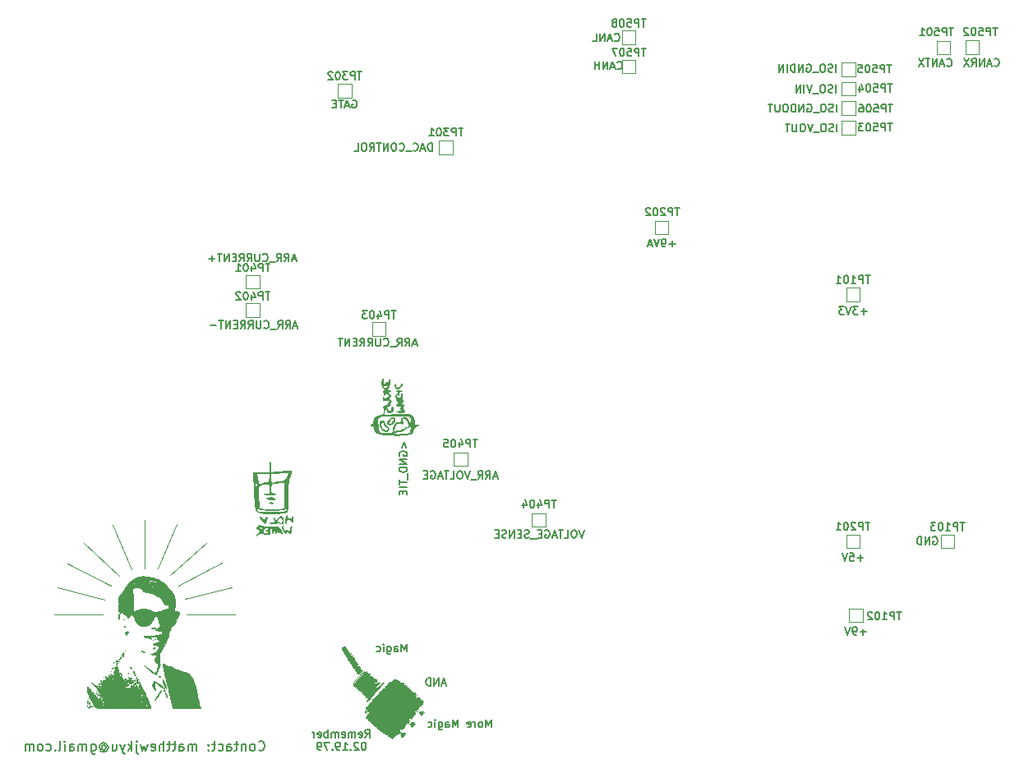
<source format=gbr>
%TF.GenerationSoftware,KiCad,Pcbnew,(6.0.1)*%
%TF.CreationDate,2022-07-17T13:54:31-07:00*%
%TF.ProjectId,IV Curve Tracer,49562043-7572-4766-9520-547261636572,1.3.0*%
%TF.SameCoordinates,PX1b50300PY6843e50*%
%TF.FileFunction,Legend,Bot*%
%TF.FilePolarity,Positive*%
%FSLAX46Y46*%
G04 Gerber Fmt 4.6, Leading zero omitted, Abs format (unit mm)*
G04 Created by KiCad (PCBNEW (6.0.1)) date 2022-07-17 13:54:31*
%MOMM*%
%LPD*%
G01*
G04 APERTURE LIST*
%ADD10C,0.120000*%
%ADD11C,0.150000*%
%ADD12C,0.010000*%
G04 APERTURE END LIST*
D10*
X57050001Y-89800000D02*
X61490001Y-87500000D01*
X45630001Y-87530000D02*
X50070001Y-89830000D01*
X53555001Y-88040000D02*
X53590001Y-83030000D01*
X50240001Y-83537500D02*
X52220001Y-88132500D01*
X56172501Y-88762500D02*
X59877501Y-85407500D01*
X57865001Y-92800000D02*
X62880001Y-92800000D01*
X57677501Y-91217500D02*
X62532501Y-89972500D01*
X44240001Y-92830000D02*
X49255001Y-92830000D01*
X54900001Y-88102500D02*
X56880001Y-83507500D01*
X44587501Y-90002500D02*
X49442501Y-91247500D01*
X47242501Y-85437500D02*
X50947501Y-88792500D01*
D11*
X89238095Y-104426904D02*
X89238095Y-103626904D01*
X88971428Y-104198333D01*
X88704761Y-103626904D01*
X88704761Y-104426904D01*
X88209523Y-104426904D02*
X88285714Y-104388809D01*
X88323809Y-104350714D01*
X88361904Y-104274523D01*
X88361904Y-104045952D01*
X88323809Y-103969761D01*
X88285714Y-103931666D01*
X88209523Y-103893571D01*
X88095238Y-103893571D01*
X88019047Y-103931666D01*
X87980952Y-103969761D01*
X87942857Y-104045952D01*
X87942857Y-104274523D01*
X87980952Y-104350714D01*
X88019047Y-104388809D01*
X88095238Y-104426904D01*
X88209523Y-104426904D01*
X87600000Y-104426904D02*
X87600000Y-103893571D01*
X87600000Y-104045952D02*
X87561904Y-103969761D01*
X87523809Y-103931666D01*
X87447619Y-103893571D01*
X87371428Y-103893571D01*
X86800000Y-104388809D02*
X86876190Y-104426904D01*
X87028571Y-104426904D01*
X87104761Y-104388809D01*
X87142857Y-104312619D01*
X87142857Y-104007857D01*
X87104761Y-103931666D01*
X87028571Y-103893571D01*
X86876190Y-103893571D01*
X86800000Y-103931666D01*
X86761904Y-104007857D01*
X86761904Y-104084047D01*
X87142857Y-104160238D01*
X85809523Y-104426904D02*
X85809523Y-103626904D01*
X85542857Y-104198333D01*
X85276190Y-103626904D01*
X85276190Y-104426904D01*
X84552380Y-104426904D02*
X84552380Y-104007857D01*
X84590476Y-103931666D01*
X84666666Y-103893571D01*
X84819047Y-103893571D01*
X84895238Y-103931666D01*
X84552380Y-104388809D02*
X84628571Y-104426904D01*
X84819047Y-104426904D01*
X84895238Y-104388809D01*
X84933333Y-104312619D01*
X84933333Y-104236428D01*
X84895238Y-104160238D01*
X84819047Y-104122142D01*
X84628571Y-104122142D01*
X84552380Y-104084047D01*
X83828571Y-103893571D02*
X83828571Y-104541190D01*
X83866666Y-104617380D01*
X83904761Y-104655476D01*
X83980952Y-104693571D01*
X84095238Y-104693571D01*
X84171428Y-104655476D01*
X83828571Y-104388809D02*
X83904761Y-104426904D01*
X84057142Y-104426904D01*
X84133333Y-104388809D01*
X84171428Y-104350714D01*
X84209523Y-104274523D01*
X84209523Y-104045952D01*
X84171428Y-103969761D01*
X84133333Y-103931666D01*
X84057142Y-103893571D01*
X83904761Y-103893571D01*
X83828571Y-103931666D01*
X83447619Y-104426904D02*
X83447619Y-103893571D01*
X83447619Y-103626904D02*
X83485714Y-103665000D01*
X83447619Y-103703095D01*
X83409523Y-103665000D01*
X83447619Y-103626904D01*
X83447619Y-103703095D01*
X82723809Y-104388809D02*
X82800000Y-104426904D01*
X82952380Y-104426904D01*
X83028571Y-104388809D01*
X83066666Y-104350714D01*
X83104761Y-104274523D01*
X83104761Y-104045952D01*
X83066666Y-103969761D01*
X83028571Y-103931666D01*
X82952380Y-103893571D01*
X82800000Y-103893571D01*
X82723809Y-103931666D01*
X124767131Y-39009558D02*
X124767131Y-38209558D01*
X124424274Y-38971463D02*
X124309989Y-39009558D01*
X124119512Y-39009558D01*
X124043322Y-38971463D01*
X124005227Y-38933368D01*
X123967131Y-38857177D01*
X123967131Y-38780987D01*
X124005227Y-38704796D01*
X124043322Y-38666701D01*
X124119512Y-38628606D01*
X124271893Y-38590511D01*
X124348084Y-38552415D01*
X124386179Y-38514320D01*
X124424274Y-38438130D01*
X124424274Y-38361939D01*
X124386179Y-38285749D01*
X124348084Y-38247654D01*
X124271893Y-38209558D01*
X124081417Y-38209558D01*
X123967131Y-38247654D01*
X123471893Y-38209558D02*
X123319512Y-38209558D01*
X123243322Y-38247654D01*
X123167131Y-38323844D01*
X123129036Y-38476225D01*
X123129036Y-38742892D01*
X123167131Y-38895273D01*
X123243322Y-38971463D01*
X123319512Y-39009558D01*
X123471893Y-39009558D01*
X123548084Y-38971463D01*
X123624274Y-38895273D01*
X123662369Y-38742892D01*
X123662369Y-38476225D01*
X123624274Y-38323844D01*
X123548084Y-38247654D01*
X123471893Y-38209558D01*
X122976655Y-39085749D02*
X122367131Y-39085749D01*
X122290941Y-38209558D02*
X122024274Y-39009558D01*
X121757608Y-38209558D01*
X121490941Y-39009558D02*
X121490941Y-38209558D01*
X121109989Y-39009558D02*
X121109989Y-38209558D01*
X120652846Y-39009558D01*
X120652846Y-38209558D01*
X127883560Y-94604796D02*
X127274036Y-94604796D01*
X127578798Y-94909558D02*
X127578798Y-94300034D01*
X126854989Y-94909558D02*
X126702608Y-94909558D01*
X126626417Y-94871463D01*
X126588322Y-94833368D01*
X126512131Y-94719082D01*
X126474036Y-94566701D01*
X126474036Y-94261939D01*
X126512131Y-94185749D01*
X126550227Y-94147654D01*
X126626417Y-94109558D01*
X126778798Y-94109558D01*
X126854989Y-94147654D01*
X126893084Y-94185749D01*
X126931179Y-94261939D01*
X126931179Y-94452415D01*
X126893084Y-94528606D01*
X126854989Y-94566701D01*
X126778798Y-94604796D01*
X126626417Y-94604796D01*
X126550227Y-94566701D01*
X126512131Y-94528606D01*
X126474036Y-94452415D01*
X126245465Y-94109558D02*
X125978798Y-94909558D01*
X125712131Y-94109558D01*
X83152857Y-45011904D02*
X83152857Y-44211904D01*
X82962380Y-44211904D01*
X82848095Y-44250000D01*
X82771904Y-44326190D01*
X82733809Y-44402380D01*
X82695714Y-44554761D01*
X82695714Y-44669047D01*
X82733809Y-44821428D01*
X82771904Y-44897619D01*
X82848095Y-44973809D01*
X82962380Y-45011904D01*
X83152857Y-45011904D01*
X82390952Y-44783333D02*
X82010000Y-44783333D01*
X82467142Y-45011904D02*
X82200476Y-44211904D01*
X81933809Y-45011904D01*
X81210000Y-44935714D02*
X81248095Y-44973809D01*
X81362380Y-45011904D01*
X81438571Y-45011904D01*
X81552857Y-44973809D01*
X81629047Y-44897619D01*
X81667142Y-44821428D01*
X81705238Y-44669047D01*
X81705238Y-44554761D01*
X81667142Y-44402380D01*
X81629047Y-44326190D01*
X81552857Y-44250000D01*
X81438571Y-44211904D01*
X81362380Y-44211904D01*
X81248095Y-44250000D01*
X81210000Y-44288095D01*
X81057619Y-45088095D02*
X80448095Y-45088095D01*
X79800476Y-44935714D02*
X79838571Y-44973809D01*
X79952857Y-45011904D01*
X80029047Y-45011904D01*
X80143333Y-44973809D01*
X80219523Y-44897619D01*
X80257619Y-44821428D01*
X80295714Y-44669047D01*
X80295714Y-44554761D01*
X80257619Y-44402380D01*
X80219523Y-44326190D01*
X80143333Y-44250000D01*
X80029047Y-44211904D01*
X79952857Y-44211904D01*
X79838571Y-44250000D01*
X79800476Y-44288095D01*
X79305238Y-44211904D02*
X79152857Y-44211904D01*
X79076666Y-44250000D01*
X79000476Y-44326190D01*
X78962380Y-44478571D01*
X78962380Y-44745238D01*
X79000476Y-44897619D01*
X79076666Y-44973809D01*
X79152857Y-45011904D01*
X79305238Y-45011904D01*
X79381428Y-44973809D01*
X79457619Y-44897619D01*
X79495714Y-44745238D01*
X79495714Y-44478571D01*
X79457619Y-44326190D01*
X79381428Y-44250000D01*
X79305238Y-44211904D01*
X78619523Y-45011904D02*
X78619523Y-44211904D01*
X78162380Y-45011904D01*
X78162380Y-44211904D01*
X77895714Y-44211904D02*
X77438571Y-44211904D01*
X77667142Y-45011904D02*
X77667142Y-44211904D01*
X76714761Y-45011904D02*
X76981428Y-44630952D01*
X77171904Y-45011904D02*
X77171904Y-44211904D01*
X76867142Y-44211904D01*
X76790952Y-44250000D01*
X76752857Y-44288095D01*
X76714761Y-44364285D01*
X76714761Y-44478571D01*
X76752857Y-44554761D01*
X76790952Y-44592857D01*
X76867142Y-44630952D01*
X77171904Y-44630952D01*
X76219523Y-44211904D02*
X76067142Y-44211904D01*
X75990952Y-44250000D01*
X75914761Y-44326190D01*
X75876666Y-44478571D01*
X75876666Y-44745238D01*
X75914761Y-44897619D01*
X75990952Y-44973809D01*
X76067142Y-45011904D01*
X76219523Y-45011904D01*
X76295714Y-44973809D01*
X76371904Y-44897619D01*
X76410000Y-44745238D01*
X76410000Y-44478571D01*
X76371904Y-44326190D01*
X76295714Y-44250000D01*
X76219523Y-44211904D01*
X75152857Y-45011904D02*
X75533809Y-45011904D01*
X75533809Y-44211904D01*
X124773322Y-36884558D02*
X124773322Y-36084558D01*
X124430465Y-36846463D02*
X124316179Y-36884558D01*
X124125703Y-36884558D01*
X124049512Y-36846463D01*
X124011417Y-36808368D01*
X123973322Y-36732177D01*
X123973322Y-36655987D01*
X124011417Y-36579796D01*
X124049512Y-36541701D01*
X124125703Y-36503606D01*
X124278084Y-36465511D01*
X124354274Y-36427415D01*
X124392369Y-36389320D01*
X124430465Y-36313130D01*
X124430465Y-36236939D01*
X124392369Y-36160749D01*
X124354274Y-36122654D01*
X124278084Y-36084558D01*
X124087608Y-36084558D01*
X123973322Y-36122654D01*
X123478084Y-36084558D02*
X123325703Y-36084558D01*
X123249512Y-36122654D01*
X123173322Y-36198844D01*
X123135227Y-36351225D01*
X123135227Y-36617892D01*
X123173322Y-36770273D01*
X123249512Y-36846463D01*
X123325703Y-36884558D01*
X123478084Y-36884558D01*
X123554274Y-36846463D01*
X123630465Y-36770273D01*
X123668560Y-36617892D01*
X123668560Y-36351225D01*
X123630465Y-36198844D01*
X123554274Y-36122654D01*
X123478084Y-36084558D01*
X122982846Y-36960749D02*
X122373322Y-36960749D01*
X121763798Y-36122654D02*
X121839989Y-36084558D01*
X121954274Y-36084558D01*
X122068560Y-36122654D01*
X122144750Y-36198844D01*
X122182846Y-36275034D01*
X122220941Y-36427415D01*
X122220941Y-36541701D01*
X122182846Y-36694082D01*
X122144750Y-36770273D01*
X122068560Y-36846463D01*
X121954274Y-36884558D01*
X121878084Y-36884558D01*
X121763798Y-36846463D01*
X121725703Y-36808368D01*
X121725703Y-36541701D01*
X121878084Y-36541701D01*
X121382846Y-36884558D02*
X121382846Y-36084558D01*
X120925703Y-36884558D01*
X120925703Y-36084558D01*
X120544750Y-36884558D02*
X120544750Y-36084558D01*
X120354274Y-36084558D01*
X120239989Y-36122654D01*
X120163798Y-36198844D01*
X120125703Y-36275034D01*
X120087608Y-36427415D01*
X120087608Y-36541701D01*
X120125703Y-36694082D01*
X120163798Y-36770273D01*
X120239989Y-36846463D01*
X120354274Y-36884558D01*
X120544750Y-36884558D01*
X119744750Y-36884558D02*
X119744750Y-36084558D01*
X119363798Y-36884558D02*
X119363798Y-36084558D01*
X118906655Y-36884558D01*
X118906655Y-36084558D01*
X136199989Y-36248368D02*
X136238084Y-36286463D01*
X136352369Y-36324558D01*
X136428560Y-36324558D01*
X136542846Y-36286463D01*
X136619036Y-36210273D01*
X136657131Y-36134082D01*
X136695227Y-35981701D01*
X136695227Y-35867415D01*
X136657131Y-35715034D01*
X136619036Y-35638844D01*
X136542846Y-35562654D01*
X136428560Y-35524558D01*
X136352369Y-35524558D01*
X136238084Y-35562654D01*
X136199989Y-35600749D01*
X135895227Y-36095987D02*
X135514274Y-36095987D01*
X135971417Y-36324558D02*
X135704750Y-35524558D01*
X135438084Y-36324558D01*
X135171417Y-36324558D02*
X135171417Y-35524558D01*
X134714274Y-36324558D01*
X134714274Y-35524558D01*
X134447608Y-35524558D02*
X133990465Y-35524558D01*
X134219036Y-36324558D02*
X134219036Y-35524558D01*
X133799989Y-35524558D02*
X133266655Y-36324558D01*
X133266655Y-35524558D02*
X133799989Y-36324558D01*
X74949989Y-39822654D02*
X75026179Y-39784558D01*
X75140465Y-39784558D01*
X75254750Y-39822654D01*
X75330941Y-39898844D01*
X75369036Y-39975034D01*
X75407131Y-40127415D01*
X75407131Y-40241701D01*
X75369036Y-40394082D01*
X75330941Y-40470273D01*
X75254750Y-40546463D01*
X75140465Y-40584558D01*
X75064274Y-40584558D01*
X74949989Y-40546463D01*
X74911893Y-40508368D01*
X74911893Y-40241701D01*
X75064274Y-40241701D01*
X74607131Y-40355987D02*
X74226179Y-40355987D01*
X74683322Y-40584558D02*
X74416655Y-39784558D01*
X74149989Y-40584558D01*
X73997608Y-39784558D02*
X73540465Y-39784558D01*
X73769036Y-40584558D02*
X73769036Y-39784558D01*
X73273798Y-40165511D02*
X73007131Y-40165511D01*
X72892846Y-40584558D02*
X73273798Y-40584558D01*
X73273798Y-39784558D01*
X72892846Y-39784558D01*
X134784523Y-84840000D02*
X134860714Y-84801904D01*
X134975000Y-84801904D01*
X135089285Y-84840000D01*
X135165476Y-84916190D01*
X135203571Y-84992380D01*
X135241666Y-85144761D01*
X135241666Y-85259047D01*
X135203571Y-85411428D01*
X135165476Y-85487619D01*
X135089285Y-85563809D01*
X134975000Y-85601904D01*
X134898809Y-85601904D01*
X134784523Y-85563809D01*
X134746428Y-85525714D01*
X134746428Y-85259047D01*
X134898809Y-85259047D01*
X134403571Y-85601904D02*
X134403571Y-84801904D01*
X133946428Y-85601904D01*
X133946428Y-84801904D01*
X133565476Y-85601904D02*
X133565476Y-84801904D01*
X133375000Y-84801904D01*
X133260714Y-84840000D01*
X133184523Y-84916190D01*
X133146428Y-84992380D01*
X133108333Y-85144761D01*
X133108333Y-85259047D01*
X133146428Y-85411428D01*
X133184523Y-85487619D01*
X133260714Y-85563809D01*
X133375000Y-85601904D01*
X133565476Y-85601904D01*
X101978084Y-33643368D02*
X102016179Y-33681463D01*
X102130465Y-33719558D01*
X102206655Y-33719558D01*
X102320941Y-33681463D01*
X102397131Y-33605273D01*
X102435227Y-33529082D01*
X102473322Y-33376701D01*
X102473322Y-33262415D01*
X102435227Y-33110034D01*
X102397131Y-33033844D01*
X102320941Y-32957654D01*
X102206655Y-32919558D01*
X102130465Y-32919558D01*
X102016179Y-32957654D01*
X101978084Y-32995749D01*
X101673322Y-33490987D02*
X101292369Y-33490987D01*
X101749512Y-33719558D02*
X101482846Y-32919558D01*
X101216179Y-33719558D01*
X100949512Y-33719558D02*
X100949512Y-32919558D01*
X100492369Y-33719558D01*
X100492369Y-32919558D01*
X99730465Y-33719558D02*
X100111417Y-33719558D01*
X100111417Y-32919558D01*
X81564989Y-64925987D02*
X81184036Y-64925987D01*
X81641179Y-65154558D02*
X81374512Y-64354558D01*
X81107846Y-65154558D01*
X80384036Y-65154558D02*
X80650703Y-64773606D01*
X80841179Y-65154558D02*
X80841179Y-64354558D01*
X80536417Y-64354558D01*
X80460227Y-64392654D01*
X80422131Y-64430749D01*
X80384036Y-64506939D01*
X80384036Y-64621225D01*
X80422131Y-64697415D01*
X80460227Y-64735511D01*
X80536417Y-64773606D01*
X80841179Y-64773606D01*
X79584036Y-65154558D02*
X79850703Y-64773606D01*
X80041179Y-65154558D02*
X80041179Y-64354558D01*
X79736417Y-64354558D01*
X79660227Y-64392654D01*
X79622131Y-64430749D01*
X79584036Y-64506939D01*
X79584036Y-64621225D01*
X79622131Y-64697415D01*
X79660227Y-64735511D01*
X79736417Y-64773606D01*
X80041179Y-64773606D01*
X79431655Y-65230749D02*
X78822131Y-65230749D01*
X78174512Y-65078368D02*
X78212608Y-65116463D01*
X78326893Y-65154558D01*
X78403084Y-65154558D01*
X78517369Y-65116463D01*
X78593560Y-65040273D01*
X78631655Y-64964082D01*
X78669750Y-64811701D01*
X78669750Y-64697415D01*
X78631655Y-64545034D01*
X78593560Y-64468844D01*
X78517369Y-64392654D01*
X78403084Y-64354558D01*
X78326893Y-64354558D01*
X78212608Y-64392654D01*
X78174512Y-64430749D01*
X77831655Y-64354558D02*
X77831655Y-65002177D01*
X77793560Y-65078368D01*
X77755465Y-65116463D01*
X77679274Y-65154558D01*
X77526893Y-65154558D01*
X77450703Y-65116463D01*
X77412608Y-65078368D01*
X77374512Y-65002177D01*
X77374512Y-64354558D01*
X76536417Y-65154558D02*
X76803084Y-64773606D01*
X76993560Y-65154558D02*
X76993560Y-64354558D01*
X76688798Y-64354558D01*
X76612608Y-64392654D01*
X76574512Y-64430749D01*
X76536417Y-64506939D01*
X76536417Y-64621225D01*
X76574512Y-64697415D01*
X76612608Y-64735511D01*
X76688798Y-64773606D01*
X76993560Y-64773606D01*
X75736417Y-65154558D02*
X76003084Y-64773606D01*
X76193560Y-65154558D02*
X76193560Y-64354558D01*
X75888798Y-64354558D01*
X75812608Y-64392654D01*
X75774512Y-64430749D01*
X75736417Y-64506939D01*
X75736417Y-64621225D01*
X75774512Y-64697415D01*
X75812608Y-64735511D01*
X75888798Y-64773606D01*
X76193560Y-64773606D01*
X75393560Y-64735511D02*
X75126893Y-64735511D01*
X75012608Y-65154558D02*
X75393560Y-65154558D01*
X75393560Y-64354558D01*
X75012608Y-64354558D01*
X74669750Y-65154558D02*
X74669750Y-64354558D01*
X74212608Y-65154558D01*
X74212608Y-64354558D01*
X73945941Y-64354558D02*
X73488798Y-64354558D01*
X73717369Y-65154558D02*
X73717369Y-64354558D01*
X98823560Y-84099558D02*
X98556893Y-84899558D01*
X98290227Y-84099558D01*
X97871179Y-84099558D02*
X97718798Y-84099558D01*
X97642608Y-84137654D01*
X97566417Y-84213844D01*
X97528322Y-84366225D01*
X97528322Y-84632892D01*
X97566417Y-84785273D01*
X97642608Y-84861463D01*
X97718798Y-84899558D01*
X97871179Y-84899558D01*
X97947369Y-84861463D01*
X98023560Y-84785273D01*
X98061655Y-84632892D01*
X98061655Y-84366225D01*
X98023560Y-84213844D01*
X97947369Y-84137654D01*
X97871179Y-84099558D01*
X96804512Y-84899558D02*
X97185465Y-84899558D01*
X97185465Y-84099558D01*
X96652131Y-84099558D02*
X96194989Y-84099558D01*
X96423560Y-84899558D02*
X96423560Y-84099558D01*
X95966417Y-84670987D02*
X95585465Y-84670987D01*
X96042608Y-84899558D02*
X95775941Y-84099558D01*
X95509274Y-84899558D01*
X94823560Y-84137654D02*
X94899750Y-84099558D01*
X95014036Y-84099558D01*
X95128322Y-84137654D01*
X95204512Y-84213844D01*
X95242608Y-84290034D01*
X95280703Y-84442415D01*
X95280703Y-84556701D01*
X95242608Y-84709082D01*
X95204512Y-84785273D01*
X95128322Y-84861463D01*
X95014036Y-84899558D01*
X94937846Y-84899558D01*
X94823560Y-84861463D01*
X94785465Y-84823368D01*
X94785465Y-84556701D01*
X94937846Y-84556701D01*
X94442608Y-84480511D02*
X94175941Y-84480511D01*
X94061655Y-84899558D02*
X94442608Y-84899558D01*
X94442608Y-84099558D01*
X94061655Y-84099558D01*
X93909274Y-84975749D02*
X93299750Y-84975749D01*
X93147369Y-84861463D02*
X93033084Y-84899558D01*
X92842608Y-84899558D01*
X92766417Y-84861463D01*
X92728322Y-84823368D01*
X92690227Y-84747177D01*
X92690227Y-84670987D01*
X92728322Y-84594796D01*
X92766417Y-84556701D01*
X92842608Y-84518606D01*
X92994989Y-84480511D01*
X93071179Y-84442415D01*
X93109274Y-84404320D01*
X93147369Y-84328130D01*
X93147369Y-84251939D01*
X93109274Y-84175749D01*
X93071179Y-84137654D01*
X92994989Y-84099558D01*
X92804512Y-84099558D01*
X92690227Y-84137654D01*
X92347369Y-84480511D02*
X92080703Y-84480511D01*
X91966417Y-84899558D02*
X92347369Y-84899558D01*
X92347369Y-84099558D01*
X91966417Y-84099558D01*
X91623560Y-84899558D02*
X91623560Y-84099558D01*
X91166417Y-84899558D01*
X91166417Y-84099558D01*
X90823560Y-84861463D02*
X90709274Y-84899558D01*
X90518798Y-84899558D01*
X90442608Y-84861463D01*
X90404512Y-84823368D01*
X90366417Y-84747177D01*
X90366417Y-84670987D01*
X90404512Y-84594796D01*
X90442608Y-84556701D01*
X90518798Y-84518606D01*
X90671179Y-84480511D01*
X90747369Y-84442415D01*
X90785465Y-84404320D01*
X90823560Y-84328130D01*
X90823560Y-84251939D01*
X90785465Y-84175749D01*
X90747369Y-84137654D01*
X90671179Y-84099558D01*
X90480703Y-84099558D01*
X90366417Y-84137654D01*
X90023560Y-84480511D02*
X89756893Y-84480511D01*
X89642608Y-84899558D02*
X90023560Y-84899558D01*
X90023560Y-84099558D01*
X89642608Y-84099558D01*
X65283084Y-106744796D02*
X65330703Y-106792415D01*
X65473560Y-106840034D01*
X65568798Y-106840034D01*
X65711655Y-106792415D01*
X65806893Y-106697177D01*
X65854512Y-106601939D01*
X65902131Y-106411463D01*
X65902131Y-106268606D01*
X65854512Y-106078130D01*
X65806893Y-105982892D01*
X65711655Y-105887654D01*
X65568798Y-105840034D01*
X65473560Y-105840034D01*
X65330703Y-105887654D01*
X65283084Y-105935273D01*
X64711655Y-106840034D02*
X64806893Y-106792415D01*
X64854512Y-106744796D01*
X64902131Y-106649558D01*
X64902131Y-106363844D01*
X64854512Y-106268606D01*
X64806893Y-106220987D01*
X64711655Y-106173368D01*
X64568798Y-106173368D01*
X64473560Y-106220987D01*
X64425941Y-106268606D01*
X64378322Y-106363844D01*
X64378322Y-106649558D01*
X64425941Y-106744796D01*
X64473560Y-106792415D01*
X64568798Y-106840034D01*
X64711655Y-106840034D01*
X63949750Y-106173368D02*
X63949750Y-106840034D01*
X63949750Y-106268606D02*
X63902131Y-106220987D01*
X63806893Y-106173368D01*
X63664036Y-106173368D01*
X63568798Y-106220987D01*
X63521179Y-106316225D01*
X63521179Y-106840034D01*
X63187846Y-106173368D02*
X62806893Y-106173368D01*
X63044989Y-105840034D02*
X63044989Y-106697177D01*
X62997369Y-106792415D01*
X62902131Y-106840034D01*
X62806893Y-106840034D01*
X62044989Y-106840034D02*
X62044989Y-106316225D01*
X62092608Y-106220987D01*
X62187846Y-106173368D01*
X62378322Y-106173368D01*
X62473560Y-106220987D01*
X62044989Y-106792415D02*
X62140227Y-106840034D01*
X62378322Y-106840034D01*
X62473560Y-106792415D01*
X62521179Y-106697177D01*
X62521179Y-106601939D01*
X62473560Y-106506701D01*
X62378322Y-106459082D01*
X62140227Y-106459082D01*
X62044989Y-106411463D01*
X61140227Y-106792415D02*
X61235465Y-106840034D01*
X61425941Y-106840034D01*
X61521179Y-106792415D01*
X61568798Y-106744796D01*
X61616417Y-106649558D01*
X61616417Y-106363844D01*
X61568798Y-106268606D01*
X61521179Y-106220987D01*
X61425941Y-106173368D01*
X61235465Y-106173368D01*
X61140227Y-106220987D01*
X60854512Y-106173368D02*
X60473560Y-106173368D01*
X60711655Y-105840034D02*
X60711655Y-106697177D01*
X60664036Y-106792415D01*
X60568798Y-106840034D01*
X60473560Y-106840034D01*
X60140227Y-106744796D02*
X60092608Y-106792415D01*
X60140227Y-106840034D01*
X60187846Y-106792415D01*
X60140227Y-106744796D01*
X60140227Y-106840034D01*
X60140227Y-106220987D02*
X60092608Y-106268606D01*
X60140227Y-106316225D01*
X60187846Y-106268606D01*
X60140227Y-106220987D01*
X60140227Y-106316225D01*
X58902131Y-106840034D02*
X58902131Y-106173368D01*
X58902131Y-106268606D02*
X58854512Y-106220987D01*
X58759274Y-106173368D01*
X58616417Y-106173368D01*
X58521179Y-106220987D01*
X58473560Y-106316225D01*
X58473560Y-106840034D01*
X58473560Y-106316225D02*
X58425941Y-106220987D01*
X58330703Y-106173368D01*
X58187846Y-106173368D01*
X58092608Y-106220987D01*
X58044989Y-106316225D01*
X58044989Y-106840034D01*
X57140227Y-106840034D02*
X57140227Y-106316225D01*
X57187846Y-106220987D01*
X57283084Y-106173368D01*
X57473560Y-106173368D01*
X57568798Y-106220987D01*
X57140227Y-106792415D02*
X57235465Y-106840034D01*
X57473560Y-106840034D01*
X57568798Y-106792415D01*
X57616417Y-106697177D01*
X57616417Y-106601939D01*
X57568798Y-106506701D01*
X57473560Y-106459082D01*
X57235465Y-106459082D01*
X57140227Y-106411463D01*
X56806893Y-106173368D02*
X56425941Y-106173368D01*
X56664036Y-105840034D02*
X56664036Y-106697177D01*
X56616417Y-106792415D01*
X56521179Y-106840034D01*
X56425941Y-106840034D01*
X56235465Y-106173368D02*
X55854512Y-106173368D01*
X56092608Y-105840034D02*
X56092608Y-106697177D01*
X56044989Y-106792415D01*
X55949750Y-106840034D01*
X55854512Y-106840034D01*
X55521179Y-106840034D02*
X55521179Y-105840034D01*
X55092608Y-106840034D02*
X55092608Y-106316225D01*
X55140227Y-106220987D01*
X55235465Y-106173368D01*
X55378322Y-106173368D01*
X55473560Y-106220987D01*
X55521179Y-106268606D01*
X54235465Y-106792415D02*
X54330703Y-106840034D01*
X54521179Y-106840034D01*
X54616417Y-106792415D01*
X54664036Y-106697177D01*
X54664036Y-106316225D01*
X54616417Y-106220987D01*
X54521179Y-106173368D01*
X54330703Y-106173368D01*
X54235465Y-106220987D01*
X54187846Y-106316225D01*
X54187846Y-106411463D01*
X54664036Y-106506701D01*
X53854512Y-106173368D02*
X53664036Y-106840034D01*
X53473560Y-106363844D01*
X53283084Y-106840034D01*
X53092608Y-106173368D01*
X52711655Y-106173368D02*
X52711655Y-107030511D01*
X52759274Y-107125749D01*
X52854512Y-107173368D01*
X52902131Y-107173368D01*
X52711655Y-105840034D02*
X52759274Y-105887654D01*
X52711655Y-105935273D01*
X52664036Y-105887654D01*
X52711655Y-105840034D01*
X52711655Y-105935273D01*
X52235465Y-106840034D02*
X52235465Y-105840034D01*
X52140227Y-106459082D02*
X51854512Y-106840034D01*
X51854512Y-106173368D02*
X52235465Y-106554320D01*
X51521179Y-106173368D02*
X51283084Y-106840034D01*
X51044989Y-106173368D02*
X51283084Y-106840034D01*
X51378322Y-107078130D01*
X51425941Y-107125749D01*
X51521179Y-107173368D01*
X50235465Y-106173368D02*
X50235465Y-106840034D01*
X50664036Y-106173368D02*
X50664036Y-106697177D01*
X50616417Y-106792415D01*
X50521179Y-106840034D01*
X50378322Y-106840034D01*
X50283084Y-106792415D01*
X50235465Y-106744796D01*
X49140227Y-106363844D02*
X49187846Y-106316225D01*
X49283084Y-106268606D01*
X49378322Y-106268606D01*
X49473560Y-106316225D01*
X49521179Y-106363844D01*
X49568798Y-106459082D01*
X49568798Y-106554320D01*
X49521179Y-106649558D01*
X49473560Y-106697177D01*
X49378322Y-106744796D01*
X49283084Y-106744796D01*
X49187846Y-106697177D01*
X49140227Y-106649558D01*
X49140227Y-106268606D02*
X49140227Y-106649558D01*
X49092608Y-106697177D01*
X49044989Y-106697177D01*
X48949750Y-106649558D01*
X48902131Y-106554320D01*
X48902131Y-106316225D01*
X48997369Y-106173368D01*
X49140227Y-106078130D01*
X49330703Y-106030511D01*
X49521179Y-106078130D01*
X49664036Y-106173368D01*
X49759274Y-106316225D01*
X49806893Y-106506701D01*
X49759274Y-106697177D01*
X49664036Y-106840034D01*
X49521179Y-106935273D01*
X49330703Y-106982892D01*
X49140227Y-106935273D01*
X48997369Y-106840034D01*
X48044989Y-106173368D02*
X48044989Y-106982892D01*
X48092608Y-107078130D01*
X48140227Y-107125749D01*
X48235465Y-107173368D01*
X48378322Y-107173368D01*
X48473560Y-107125749D01*
X48044989Y-106792415D02*
X48140227Y-106840034D01*
X48330703Y-106840034D01*
X48425941Y-106792415D01*
X48473560Y-106744796D01*
X48521179Y-106649558D01*
X48521179Y-106363844D01*
X48473560Y-106268606D01*
X48425941Y-106220987D01*
X48330703Y-106173368D01*
X48140227Y-106173368D01*
X48044989Y-106220987D01*
X47568798Y-106840034D02*
X47568798Y-106173368D01*
X47568798Y-106268606D02*
X47521179Y-106220987D01*
X47425941Y-106173368D01*
X47283084Y-106173368D01*
X47187846Y-106220987D01*
X47140227Y-106316225D01*
X47140227Y-106840034D01*
X47140227Y-106316225D02*
X47092608Y-106220987D01*
X46997369Y-106173368D01*
X46854512Y-106173368D01*
X46759274Y-106220987D01*
X46711655Y-106316225D01*
X46711655Y-106840034D01*
X45806893Y-106840034D02*
X45806893Y-106316225D01*
X45854512Y-106220987D01*
X45949750Y-106173368D01*
X46140227Y-106173368D01*
X46235465Y-106220987D01*
X45806893Y-106792415D02*
X45902131Y-106840034D01*
X46140227Y-106840034D01*
X46235465Y-106792415D01*
X46283084Y-106697177D01*
X46283084Y-106601939D01*
X46235465Y-106506701D01*
X46140227Y-106459082D01*
X45902131Y-106459082D01*
X45806893Y-106411463D01*
X45330703Y-106840034D02*
X45330703Y-106173368D01*
X45330703Y-105840034D02*
X45378322Y-105887654D01*
X45330703Y-105935273D01*
X45283084Y-105887654D01*
X45330703Y-105840034D01*
X45330703Y-105935273D01*
X44711655Y-106840034D02*
X44806893Y-106792415D01*
X44854512Y-106697177D01*
X44854512Y-105840034D01*
X44330703Y-106744796D02*
X44283084Y-106792415D01*
X44330703Y-106840034D01*
X44378322Y-106792415D01*
X44330703Y-106744796D01*
X44330703Y-106840034D01*
X43425941Y-106792415D02*
X43521179Y-106840034D01*
X43711655Y-106840034D01*
X43806893Y-106792415D01*
X43854512Y-106744796D01*
X43902131Y-106649558D01*
X43902131Y-106363844D01*
X43854512Y-106268606D01*
X43806893Y-106220987D01*
X43711655Y-106173368D01*
X43521179Y-106173368D01*
X43425941Y-106220987D01*
X42854512Y-106840034D02*
X42949750Y-106792415D01*
X42997369Y-106744796D01*
X43044989Y-106649558D01*
X43044989Y-106363844D01*
X42997369Y-106268606D01*
X42949750Y-106220987D01*
X42854512Y-106173368D01*
X42711655Y-106173368D01*
X42616417Y-106220987D01*
X42568798Y-106268606D01*
X42521179Y-106363844D01*
X42521179Y-106649558D01*
X42568798Y-106744796D01*
X42616417Y-106792415D01*
X42711655Y-106840034D01*
X42854512Y-106840034D01*
X42092608Y-106840034D02*
X42092608Y-106173368D01*
X42092608Y-106268606D02*
X42044989Y-106220987D01*
X41949750Y-106173368D01*
X41806893Y-106173368D01*
X41711655Y-106220987D01*
X41664036Y-106316225D01*
X41664036Y-106840034D01*
X41664036Y-106316225D02*
X41616417Y-106220987D01*
X41521179Y-106173368D01*
X41378322Y-106173368D01*
X41283084Y-106220987D01*
X41235465Y-106316225D01*
X41235465Y-106840034D01*
X124826655Y-40989558D02*
X124826655Y-40189558D01*
X124483798Y-40951463D02*
X124369512Y-40989558D01*
X124179036Y-40989558D01*
X124102846Y-40951463D01*
X124064750Y-40913368D01*
X124026655Y-40837177D01*
X124026655Y-40760987D01*
X124064750Y-40684796D01*
X124102846Y-40646701D01*
X124179036Y-40608606D01*
X124331417Y-40570511D01*
X124407608Y-40532415D01*
X124445703Y-40494320D01*
X124483798Y-40418130D01*
X124483798Y-40341939D01*
X124445703Y-40265749D01*
X124407608Y-40227654D01*
X124331417Y-40189558D01*
X124140941Y-40189558D01*
X124026655Y-40227654D01*
X123531417Y-40189558D02*
X123379036Y-40189558D01*
X123302846Y-40227654D01*
X123226655Y-40303844D01*
X123188560Y-40456225D01*
X123188560Y-40722892D01*
X123226655Y-40875273D01*
X123302846Y-40951463D01*
X123379036Y-40989558D01*
X123531417Y-40989558D01*
X123607608Y-40951463D01*
X123683798Y-40875273D01*
X123721893Y-40722892D01*
X123721893Y-40456225D01*
X123683798Y-40303844D01*
X123607608Y-40227654D01*
X123531417Y-40189558D01*
X123036179Y-41065749D02*
X122426655Y-41065749D01*
X121817131Y-40227654D02*
X121893322Y-40189558D01*
X122007608Y-40189558D01*
X122121893Y-40227654D01*
X122198084Y-40303844D01*
X122236179Y-40380034D01*
X122274274Y-40532415D01*
X122274274Y-40646701D01*
X122236179Y-40799082D01*
X122198084Y-40875273D01*
X122121893Y-40951463D01*
X122007608Y-40989558D01*
X121931417Y-40989558D01*
X121817131Y-40951463D01*
X121779036Y-40913368D01*
X121779036Y-40646701D01*
X121931417Y-40646701D01*
X121436179Y-40989558D02*
X121436179Y-40189558D01*
X120979036Y-40989558D01*
X120979036Y-40189558D01*
X120598084Y-40989558D02*
X120598084Y-40189558D01*
X120407608Y-40189558D01*
X120293322Y-40227654D01*
X120217131Y-40303844D01*
X120179036Y-40380034D01*
X120140941Y-40532415D01*
X120140941Y-40646701D01*
X120179036Y-40799082D01*
X120217131Y-40875273D01*
X120293322Y-40951463D01*
X120407608Y-40989558D01*
X120598084Y-40989558D01*
X119645703Y-40189558D02*
X119493322Y-40189558D01*
X119417131Y-40227654D01*
X119340941Y-40303844D01*
X119302846Y-40456225D01*
X119302846Y-40722892D01*
X119340941Y-40875273D01*
X119417131Y-40951463D01*
X119493322Y-40989558D01*
X119645703Y-40989558D01*
X119721893Y-40951463D01*
X119798084Y-40875273D01*
X119836179Y-40722892D01*
X119836179Y-40456225D01*
X119798084Y-40303844D01*
X119721893Y-40227654D01*
X119645703Y-40189558D01*
X118959989Y-40189558D02*
X118959989Y-40837177D01*
X118921893Y-40913368D01*
X118883798Y-40951463D01*
X118807608Y-40989558D01*
X118655227Y-40989558D01*
X118579036Y-40951463D01*
X118540941Y-40913368D01*
X118502846Y-40837177D01*
X118502846Y-40189558D01*
X118236179Y-40189558D02*
X117779036Y-40189558D01*
X118007608Y-40989558D02*
X118007608Y-40189558D01*
X108206417Y-54609796D02*
X107596893Y-54609796D01*
X107901655Y-54914558D02*
X107901655Y-54305034D01*
X107177846Y-54914558D02*
X107025465Y-54914558D01*
X106949274Y-54876463D01*
X106911179Y-54838368D01*
X106834989Y-54724082D01*
X106796893Y-54571701D01*
X106796893Y-54266939D01*
X106834989Y-54190749D01*
X106873084Y-54152654D01*
X106949274Y-54114558D01*
X107101655Y-54114558D01*
X107177846Y-54152654D01*
X107215941Y-54190749D01*
X107254036Y-54266939D01*
X107254036Y-54457415D01*
X107215941Y-54533606D01*
X107177846Y-54571701D01*
X107101655Y-54609796D01*
X106949274Y-54609796D01*
X106873084Y-54571701D01*
X106834989Y-54533606D01*
X106796893Y-54457415D01*
X106568322Y-54114558D02*
X106301655Y-54914558D01*
X106034989Y-54114558D01*
X105806417Y-54685987D02*
X105425465Y-54685987D01*
X105882608Y-54914558D02*
X105615941Y-54114558D01*
X105349274Y-54914558D01*
X102258322Y-36548368D02*
X102296417Y-36586463D01*
X102410703Y-36624558D01*
X102486893Y-36624558D01*
X102601179Y-36586463D01*
X102677369Y-36510273D01*
X102715465Y-36434082D01*
X102753560Y-36281701D01*
X102753560Y-36167415D01*
X102715465Y-36015034D01*
X102677369Y-35938844D01*
X102601179Y-35862654D01*
X102486893Y-35824558D01*
X102410703Y-35824558D01*
X102296417Y-35862654D01*
X102258322Y-35900749D01*
X101953560Y-36395987D02*
X101572608Y-36395987D01*
X102029750Y-36624558D02*
X101763084Y-35824558D01*
X101496417Y-36624558D01*
X101229750Y-36624558D02*
X101229750Y-35824558D01*
X100772608Y-36624558D01*
X100772608Y-35824558D01*
X100391655Y-36624558D02*
X100391655Y-35824558D01*
X100391655Y-36205511D02*
X99934512Y-36205511D01*
X99934512Y-36624558D02*
X99934512Y-35824558D01*
X80528809Y-96636904D02*
X80528809Y-95836904D01*
X80262142Y-96408333D01*
X79995476Y-95836904D01*
X79995476Y-96636904D01*
X79271666Y-96636904D02*
X79271666Y-96217857D01*
X79309761Y-96141666D01*
X79385952Y-96103571D01*
X79538333Y-96103571D01*
X79614523Y-96141666D01*
X79271666Y-96598809D02*
X79347857Y-96636904D01*
X79538333Y-96636904D01*
X79614523Y-96598809D01*
X79652619Y-96522619D01*
X79652619Y-96446428D01*
X79614523Y-96370238D01*
X79538333Y-96332142D01*
X79347857Y-96332142D01*
X79271666Y-96294047D01*
X78547857Y-96103571D02*
X78547857Y-96751190D01*
X78585952Y-96827380D01*
X78624047Y-96865476D01*
X78700238Y-96903571D01*
X78814523Y-96903571D01*
X78890714Y-96865476D01*
X78547857Y-96598809D02*
X78624047Y-96636904D01*
X78776428Y-96636904D01*
X78852619Y-96598809D01*
X78890714Y-96560714D01*
X78928809Y-96484523D01*
X78928809Y-96255952D01*
X78890714Y-96179761D01*
X78852619Y-96141666D01*
X78776428Y-96103571D01*
X78624047Y-96103571D01*
X78547857Y-96141666D01*
X78166904Y-96636904D02*
X78166904Y-96103571D01*
X78166904Y-95836904D02*
X78205000Y-95875000D01*
X78166904Y-95913095D01*
X78128809Y-95875000D01*
X78166904Y-95836904D01*
X78166904Y-95913095D01*
X77443095Y-96598809D02*
X77519285Y-96636904D01*
X77671666Y-96636904D01*
X77747857Y-96598809D01*
X77785952Y-96560714D01*
X77824047Y-96484523D01*
X77824047Y-96255952D01*
X77785952Y-96179761D01*
X77747857Y-96141666D01*
X77671666Y-96103571D01*
X77519285Y-96103571D01*
X77443095Y-96141666D01*
X141075238Y-36225714D02*
X141113333Y-36263809D01*
X141227619Y-36301904D01*
X141303809Y-36301904D01*
X141418095Y-36263809D01*
X141494285Y-36187619D01*
X141532380Y-36111428D01*
X141570476Y-35959047D01*
X141570476Y-35844761D01*
X141532380Y-35692380D01*
X141494285Y-35616190D01*
X141418095Y-35540000D01*
X141303809Y-35501904D01*
X141227619Y-35501904D01*
X141113333Y-35540000D01*
X141075238Y-35578095D01*
X140770476Y-36073333D02*
X140389523Y-36073333D01*
X140846666Y-36301904D02*
X140580000Y-35501904D01*
X140313333Y-36301904D01*
X140046666Y-36301904D02*
X140046666Y-35501904D01*
X139589523Y-36301904D01*
X139589523Y-35501904D01*
X138751428Y-36301904D02*
X139018095Y-35920952D01*
X139208571Y-36301904D02*
X139208571Y-35501904D01*
X138903809Y-35501904D01*
X138827619Y-35540000D01*
X138789523Y-35578095D01*
X138751428Y-35654285D01*
X138751428Y-35768571D01*
X138789523Y-35844761D01*
X138827619Y-35882857D01*
X138903809Y-35920952D01*
X139208571Y-35920952D01*
X138484761Y-35501904D02*
X137951428Y-36301904D01*
X137951428Y-35501904D02*
X138484761Y-36301904D01*
X80038560Y-75646463D02*
X80267131Y-75036939D01*
X80495703Y-75646463D01*
X79809989Y-76446463D02*
X79771893Y-76370273D01*
X79771893Y-76255987D01*
X79809989Y-76141701D01*
X79886179Y-76065511D01*
X79962369Y-76027415D01*
X80114750Y-75989320D01*
X80229036Y-75989320D01*
X80381417Y-76027415D01*
X80457608Y-76065511D01*
X80533798Y-76141701D01*
X80571893Y-76255987D01*
X80571893Y-76332177D01*
X80533798Y-76446463D01*
X80495703Y-76484558D01*
X80229036Y-76484558D01*
X80229036Y-76332177D01*
X80571893Y-76827415D02*
X79771893Y-76827415D01*
X80571893Y-77284558D01*
X79771893Y-77284558D01*
X80571893Y-77665511D02*
X79771893Y-77665511D01*
X79771893Y-77855987D01*
X79809989Y-77970273D01*
X79886179Y-78046463D01*
X79962369Y-78084558D01*
X80114750Y-78122654D01*
X80229036Y-78122654D01*
X80381417Y-78084558D01*
X80457608Y-78046463D01*
X80533798Y-77970273D01*
X80571893Y-77855987D01*
X80571893Y-77665511D01*
X80648084Y-78275034D02*
X80648084Y-78884558D01*
X79771893Y-78960749D02*
X79771893Y-79417892D01*
X80571893Y-79189320D02*
X79771893Y-79189320D01*
X80571893Y-79684558D02*
X79771893Y-79684558D01*
X80152846Y-80065511D02*
X80152846Y-80332177D01*
X80571893Y-80446463D02*
X80571893Y-80065511D01*
X79771893Y-80065511D01*
X79771893Y-80446463D01*
X69125227Y-56185987D02*
X68744274Y-56185987D01*
X69201417Y-56414558D02*
X68934750Y-55614558D01*
X68668084Y-56414558D01*
X67944274Y-56414558D02*
X68210941Y-56033606D01*
X68401417Y-56414558D02*
X68401417Y-55614558D01*
X68096655Y-55614558D01*
X68020465Y-55652654D01*
X67982369Y-55690749D01*
X67944274Y-55766939D01*
X67944274Y-55881225D01*
X67982369Y-55957415D01*
X68020465Y-55995511D01*
X68096655Y-56033606D01*
X68401417Y-56033606D01*
X67144274Y-56414558D02*
X67410941Y-56033606D01*
X67601417Y-56414558D02*
X67601417Y-55614558D01*
X67296655Y-55614558D01*
X67220465Y-55652654D01*
X67182369Y-55690749D01*
X67144274Y-55766939D01*
X67144274Y-55881225D01*
X67182369Y-55957415D01*
X67220465Y-55995511D01*
X67296655Y-56033606D01*
X67601417Y-56033606D01*
X66991893Y-56490749D02*
X66382369Y-56490749D01*
X65734750Y-56338368D02*
X65772846Y-56376463D01*
X65887131Y-56414558D01*
X65963322Y-56414558D01*
X66077608Y-56376463D01*
X66153798Y-56300273D01*
X66191893Y-56224082D01*
X66229989Y-56071701D01*
X66229989Y-55957415D01*
X66191893Y-55805034D01*
X66153798Y-55728844D01*
X66077608Y-55652654D01*
X65963322Y-55614558D01*
X65887131Y-55614558D01*
X65772846Y-55652654D01*
X65734750Y-55690749D01*
X65391893Y-55614558D02*
X65391893Y-56262177D01*
X65353798Y-56338368D01*
X65315703Y-56376463D01*
X65239512Y-56414558D01*
X65087131Y-56414558D01*
X65010941Y-56376463D01*
X64972846Y-56338368D01*
X64934750Y-56262177D01*
X64934750Y-55614558D01*
X64096655Y-56414558D02*
X64363322Y-56033606D01*
X64553798Y-56414558D02*
X64553798Y-55614558D01*
X64249036Y-55614558D01*
X64172846Y-55652654D01*
X64134750Y-55690749D01*
X64096655Y-55766939D01*
X64096655Y-55881225D01*
X64134750Y-55957415D01*
X64172846Y-55995511D01*
X64249036Y-56033606D01*
X64553798Y-56033606D01*
X63296655Y-56414558D02*
X63563322Y-56033606D01*
X63753798Y-56414558D02*
X63753798Y-55614558D01*
X63449036Y-55614558D01*
X63372846Y-55652654D01*
X63334750Y-55690749D01*
X63296655Y-55766939D01*
X63296655Y-55881225D01*
X63334750Y-55957415D01*
X63372846Y-55995511D01*
X63449036Y-56033606D01*
X63753798Y-56033606D01*
X62953798Y-55995511D02*
X62687131Y-55995511D01*
X62572846Y-56414558D02*
X62953798Y-56414558D01*
X62953798Y-55614558D01*
X62572846Y-55614558D01*
X62229989Y-56414558D02*
X62229989Y-55614558D01*
X61772846Y-56414558D01*
X61772846Y-55614558D01*
X61506179Y-55614558D02*
X61049036Y-55614558D01*
X61277608Y-56414558D02*
X61277608Y-55614558D01*
X60782369Y-56109796D02*
X60172846Y-56109796D01*
X60477608Y-56414558D02*
X60477608Y-55805034D01*
X127959512Y-61569796D02*
X127349989Y-61569796D01*
X127654750Y-61874558D02*
X127654750Y-61265034D01*
X127045227Y-61074558D02*
X126549989Y-61074558D01*
X126816655Y-61379320D01*
X126702369Y-61379320D01*
X126626179Y-61417415D01*
X126588084Y-61455511D01*
X126549989Y-61531701D01*
X126549989Y-61722177D01*
X126588084Y-61798368D01*
X126626179Y-61836463D01*
X126702369Y-61874558D01*
X126930941Y-61874558D01*
X127007131Y-61836463D01*
X127045227Y-61798368D01*
X126321417Y-61074558D02*
X126054750Y-61874558D01*
X125788084Y-61074558D01*
X125597608Y-61074558D02*
X125102369Y-61074558D01*
X125369036Y-61379320D01*
X125254750Y-61379320D01*
X125178560Y-61417415D01*
X125140465Y-61455511D01*
X125102369Y-61531701D01*
X125102369Y-61722177D01*
X125140465Y-61798368D01*
X125178560Y-61836463D01*
X125254750Y-61874558D01*
X125483322Y-61874558D01*
X125559512Y-61836463D01*
X125597608Y-61798368D01*
X124845465Y-43049558D02*
X124845465Y-42249558D01*
X124502608Y-43011463D02*
X124388322Y-43049558D01*
X124197846Y-43049558D01*
X124121655Y-43011463D01*
X124083560Y-42973368D01*
X124045465Y-42897177D01*
X124045465Y-42820987D01*
X124083560Y-42744796D01*
X124121655Y-42706701D01*
X124197846Y-42668606D01*
X124350227Y-42630511D01*
X124426417Y-42592415D01*
X124464512Y-42554320D01*
X124502608Y-42478130D01*
X124502608Y-42401939D01*
X124464512Y-42325749D01*
X124426417Y-42287654D01*
X124350227Y-42249558D01*
X124159750Y-42249558D01*
X124045465Y-42287654D01*
X123550227Y-42249558D02*
X123397846Y-42249558D01*
X123321655Y-42287654D01*
X123245465Y-42363844D01*
X123207369Y-42516225D01*
X123207369Y-42782892D01*
X123245465Y-42935273D01*
X123321655Y-43011463D01*
X123397846Y-43049558D01*
X123550227Y-43049558D01*
X123626417Y-43011463D01*
X123702608Y-42935273D01*
X123740703Y-42782892D01*
X123740703Y-42516225D01*
X123702608Y-42363844D01*
X123626417Y-42287654D01*
X123550227Y-42249558D01*
X123054989Y-43125749D02*
X122445465Y-43125749D01*
X122369274Y-42249558D02*
X122102608Y-43049558D01*
X121835941Y-42249558D01*
X121416893Y-42249558D02*
X121264512Y-42249558D01*
X121188322Y-42287654D01*
X121112131Y-42363844D01*
X121074036Y-42516225D01*
X121074036Y-42782892D01*
X121112131Y-42935273D01*
X121188322Y-43011463D01*
X121264512Y-43049558D01*
X121416893Y-43049558D01*
X121493084Y-43011463D01*
X121569274Y-42935273D01*
X121607369Y-42782892D01*
X121607369Y-42516225D01*
X121569274Y-42363844D01*
X121493084Y-42287654D01*
X121416893Y-42249558D01*
X120731179Y-42249558D02*
X120731179Y-42897177D01*
X120693084Y-42973368D01*
X120654989Y-43011463D01*
X120578798Y-43049558D01*
X120426417Y-43049558D01*
X120350227Y-43011463D01*
X120312131Y-42973368D01*
X120274036Y-42897177D01*
X120274036Y-42249558D01*
X120007369Y-42249558D02*
X119550227Y-42249558D01*
X119778798Y-43049558D02*
X119778798Y-42249558D01*
X76277142Y-105487904D02*
X76543809Y-105106952D01*
X76734285Y-105487904D02*
X76734285Y-104687904D01*
X76429523Y-104687904D01*
X76353333Y-104726000D01*
X76315238Y-104764095D01*
X76277142Y-104840285D01*
X76277142Y-104954571D01*
X76315238Y-105030761D01*
X76353333Y-105068857D01*
X76429523Y-105106952D01*
X76734285Y-105106952D01*
X75629523Y-105449809D02*
X75705714Y-105487904D01*
X75858095Y-105487904D01*
X75934285Y-105449809D01*
X75972380Y-105373619D01*
X75972380Y-105068857D01*
X75934285Y-104992666D01*
X75858095Y-104954571D01*
X75705714Y-104954571D01*
X75629523Y-104992666D01*
X75591428Y-105068857D01*
X75591428Y-105145047D01*
X75972380Y-105221238D01*
X75248571Y-105487904D02*
X75248571Y-104954571D01*
X75248571Y-105030761D02*
X75210476Y-104992666D01*
X75134285Y-104954571D01*
X75020000Y-104954571D01*
X74943809Y-104992666D01*
X74905714Y-105068857D01*
X74905714Y-105487904D01*
X74905714Y-105068857D02*
X74867619Y-104992666D01*
X74791428Y-104954571D01*
X74677142Y-104954571D01*
X74600952Y-104992666D01*
X74562857Y-105068857D01*
X74562857Y-105487904D01*
X73877142Y-105449809D02*
X73953333Y-105487904D01*
X74105714Y-105487904D01*
X74181904Y-105449809D01*
X74220000Y-105373619D01*
X74220000Y-105068857D01*
X74181904Y-104992666D01*
X74105714Y-104954571D01*
X73953333Y-104954571D01*
X73877142Y-104992666D01*
X73839047Y-105068857D01*
X73839047Y-105145047D01*
X74220000Y-105221238D01*
X73496190Y-105487904D02*
X73496190Y-104954571D01*
X73496190Y-105030761D02*
X73458095Y-104992666D01*
X73381904Y-104954571D01*
X73267619Y-104954571D01*
X73191428Y-104992666D01*
X73153333Y-105068857D01*
X73153333Y-105487904D01*
X73153333Y-105068857D02*
X73115238Y-104992666D01*
X73039047Y-104954571D01*
X72924761Y-104954571D01*
X72848571Y-104992666D01*
X72810476Y-105068857D01*
X72810476Y-105487904D01*
X72429523Y-105487904D02*
X72429523Y-104687904D01*
X72429523Y-104992666D02*
X72353333Y-104954571D01*
X72200952Y-104954571D01*
X72124761Y-104992666D01*
X72086666Y-105030761D01*
X72048571Y-105106952D01*
X72048571Y-105335523D01*
X72086666Y-105411714D01*
X72124761Y-105449809D01*
X72200952Y-105487904D01*
X72353333Y-105487904D01*
X72429523Y-105449809D01*
X71400952Y-105449809D02*
X71477142Y-105487904D01*
X71629523Y-105487904D01*
X71705714Y-105449809D01*
X71743809Y-105373619D01*
X71743809Y-105068857D01*
X71705714Y-104992666D01*
X71629523Y-104954571D01*
X71477142Y-104954571D01*
X71400952Y-104992666D01*
X71362857Y-105068857D01*
X71362857Y-105145047D01*
X71743809Y-105221238D01*
X71020000Y-105487904D02*
X71020000Y-104954571D01*
X71020000Y-105106952D02*
X70981904Y-105030761D01*
X70943809Y-104992666D01*
X70867619Y-104954571D01*
X70791428Y-104954571D01*
X76143809Y-105975904D02*
X76067619Y-105975904D01*
X75991428Y-106014000D01*
X75953333Y-106052095D01*
X75915238Y-106128285D01*
X75877142Y-106280666D01*
X75877142Y-106471142D01*
X75915238Y-106623523D01*
X75953333Y-106699714D01*
X75991428Y-106737809D01*
X76067619Y-106775904D01*
X76143809Y-106775904D01*
X76220000Y-106737809D01*
X76258095Y-106699714D01*
X76296190Y-106623523D01*
X76334285Y-106471142D01*
X76334285Y-106280666D01*
X76296190Y-106128285D01*
X76258095Y-106052095D01*
X76220000Y-106014000D01*
X76143809Y-105975904D01*
X75572380Y-106052095D02*
X75534285Y-106014000D01*
X75458095Y-105975904D01*
X75267619Y-105975904D01*
X75191428Y-106014000D01*
X75153333Y-106052095D01*
X75115238Y-106128285D01*
X75115238Y-106204476D01*
X75153333Y-106318761D01*
X75610476Y-106775904D01*
X75115238Y-106775904D01*
X74772380Y-106699714D02*
X74734285Y-106737809D01*
X74772380Y-106775904D01*
X74810476Y-106737809D01*
X74772380Y-106699714D01*
X74772380Y-106775904D01*
X73972380Y-106775904D02*
X74429523Y-106775904D01*
X74200952Y-106775904D02*
X74200952Y-105975904D01*
X74277142Y-106090190D01*
X74353333Y-106166380D01*
X74429523Y-106204476D01*
X73591428Y-106775904D02*
X73439047Y-106775904D01*
X73362857Y-106737809D01*
X73324761Y-106699714D01*
X73248571Y-106585428D01*
X73210476Y-106433047D01*
X73210476Y-106128285D01*
X73248571Y-106052095D01*
X73286666Y-106014000D01*
X73362857Y-105975904D01*
X73515238Y-105975904D01*
X73591428Y-106014000D01*
X73629523Y-106052095D01*
X73667619Y-106128285D01*
X73667619Y-106318761D01*
X73629523Y-106394952D01*
X73591428Y-106433047D01*
X73515238Y-106471142D01*
X73362857Y-106471142D01*
X73286666Y-106433047D01*
X73248571Y-106394952D01*
X73210476Y-106318761D01*
X72867619Y-106699714D02*
X72829523Y-106737809D01*
X72867619Y-106775904D01*
X72905714Y-106737809D01*
X72867619Y-106699714D01*
X72867619Y-106775904D01*
X72562857Y-105975904D02*
X72029523Y-105975904D01*
X72372380Y-106775904D01*
X71686666Y-106775904D02*
X71534285Y-106775904D01*
X71458095Y-106737809D01*
X71420000Y-106699714D01*
X71343809Y-106585428D01*
X71305714Y-106433047D01*
X71305714Y-106128285D01*
X71343809Y-106052095D01*
X71381904Y-106014000D01*
X71458095Y-105975904D01*
X71610476Y-105975904D01*
X71686666Y-106014000D01*
X71724761Y-106052095D01*
X71762857Y-106128285D01*
X71762857Y-106318761D01*
X71724761Y-106394952D01*
X71686666Y-106433047D01*
X71610476Y-106471142D01*
X71458095Y-106471142D01*
X71381904Y-106433047D01*
X71343809Y-106394952D01*
X71305714Y-106318761D01*
X69255227Y-63100987D02*
X68874274Y-63100987D01*
X69331417Y-63329558D02*
X69064750Y-62529558D01*
X68798084Y-63329558D01*
X68074274Y-63329558D02*
X68340941Y-62948606D01*
X68531417Y-63329558D02*
X68531417Y-62529558D01*
X68226655Y-62529558D01*
X68150465Y-62567654D01*
X68112369Y-62605749D01*
X68074274Y-62681939D01*
X68074274Y-62796225D01*
X68112369Y-62872415D01*
X68150465Y-62910511D01*
X68226655Y-62948606D01*
X68531417Y-62948606D01*
X67274274Y-63329558D02*
X67540941Y-62948606D01*
X67731417Y-63329558D02*
X67731417Y-62529558D01*
X67426655Y-62529558D01*
X67350465Y-62567654D01*
X67312369Y-62605749D01*
X67274274Y-62681939D01*
X67274274Y-62796225D01*
X67312369Y-62872415D01*
X67350465Y-62910511D01*
X67426655Y-62948606D01*
X67731417Y-62948606D01*
X67121893Y-63405749D02*
X66512369Y-63405749D01*
X65864750Y-63253368D02*
X65902846Y-63291463D01*
X66017131Y-63329558D01*
X66093322Y-63329558D01*
X66207608Y-63291463D01*
X66283798Y-63215273D01*
X66321893Y-63139082D01*
X66359989Y-62986701D01*
X66359989Y-62872415D01*
X66321893Y-62720034D01*
X66283798Y-62643844D01*
X66207608Y-62567654D01*
X66093322Y-62529558D01*
X66017131Y-62529558D01*
X65902846Y-62567654D01*
X65864750Y-62605749D01*
X65521893Y-62529558D02*
X65521893Y-63177177D01*
X65483798Y-63253368D01*
X65445703Y-63291463D01*
X65369512Y-63329558D01*
X65217131Y-63329558D01*
X65140941Y-63291463D01*
X65102846Y-63253368D01*
X65064750Y-63177177D01*
X65064750Y-62529558D01*
X64226655Y-63329558D02*
X64493322Y-62948606D01*
X64683798Y-63329558D02*
X64683798Y-62529558D01*
X64379036Y-62529558D01*
X64302846Y-62567654D01*
X64264750Y-62605749D01*
X64226655Y-62681939D01*
X64226655Y-62796225D01*
X64264750Y-62872415D01*
X64302846Y-62910511D01*
X64379036Y-62948606D01*
X64683798Y-62948606D01*
X63426655Y-63329558D02*
X63693322Y-62948606D01*
X63883798Y-63329558D02*
X63883798Y-62529558D01*
X63579036Y-62529558D01*
X63502846Y-62567654D01*
X63464750Y-62605749D01*
X63426655Y-62681939D01*
X63426655Y-62796225D01*
X63464750Y-62872415D01*
X63502846Y-62910511D01*
X63579036Y-62948606D01*
X63883798Y-62948606D01*
X63083798Y-62910511D02*
X62817131Y-62910511D01*
X62702846Y-63329558D02*
X63083798Y-63329558D01*
X63083798Y-62529558D01*
X62702846Y-62529558D01*
X62359989Y-63329558D02*
X62359989Y-62529558D01*
X61902846Y-63329558D01*
X61902846Y-62529558D01*
X61636179Y-62529558D02*
X61179036Y-62529558D01*
X61407608Y-63329558D02*
X61407608Y-62529558D01*
X60912369Y-63024796D02*
X60302846Y-63024796D01*
X84554523Y-99928333D02*
X84173571Y-99928333D01*
X84630714Y-100156904D02*
X84364047Y-99356904D01*
X84097380Y-100156904D01*
X83830714Y-100156904D02*
X83830714Y-99356904D01*
X83373571Y-100156904D01*
X83373571Y-99356904D01*
X82992619Y-100156904D02*
X82992619Y-99356904D01*
X82802142Y-99356904D01*
X82687857Y-99395000D01*
X82611666Y-99471190D01*
X82573571Y-99547380D01*
X82535476Y-99699761D01*
X82535476Y-99814047D01*
X82573571Y-99966428D01*
X82611666Y-100042619D01*
X82687857Y-100118809D01*
X82802142Y-100156904D01*
X82992619Y-100156904D01*
X127563560Y-86964796D02*
X126954036Y-86964796D01*
X127258798Y-87269558D02*
X127258798Y-86660034D01*
X126192131Y-86469558D02*
X126573084Y-86469558D01*
X126611179Y-86850511D01*
X126573084Y-86812415D01*
X126496893Y-86774320D01*
X126306417Y-86774320D01*
X126230227Y-86812415D01*
X126192131Y-86850511D01*
X126154036Y-86926701D01*
X126154036Y-87117177D01*
X126192131Y-87193368D01*
X126230227Y-87231463D01*
X126306417Y-87269558D01*
X126496893Y-87269558D01*
X126573084Y-87231463D01*
X126611179Y-87193368D01*
X125925465Y-86469558D02*
X125658798Y-87269558D01*
X125392131Y-86469558D01*
X89870465Y-78595987D02*
X89489512Y-78595987D01*
X89946655Y-78824558D02*
X89679989Y-78024558D01*
X89413322Y-78824558D01*
X88689512Y-78824558D02*
X88956179Y-78443606D01*
X89146655Y-78824558D02*
X89146655Y-78024558D01*
X88841893Y-78024558D01*
X88765703Y-78062654D01*
X88727608Y-78100749D01*
X88689512Y-78176939D01*
X88689512Y-78291225D01*
X88727608Y-78367415D01*
X88765703Y-78405511D01*
X88841893Y-78443606D01*
X89146655Y-78443606D01*
X87889512Y-78824558D02*
X88156179Y-78443606D01*
X88346655Y-78824558D02*
X88346655Y-78024558D01*
X88041893Y-78024558D01*
X87965703Y-78062654D01*
X87927608Y-78100749D01*
X87889512Y-78176939D01*
X87889512Y-78291225D01*
X87927608Y-78367415D01*
X87965703Y-78405511D01*
X88041893Y-78443606D01*
X88346655Y-78443606D01*
X87737131Y-78900749D02*
X87127608Y-78900749D01*
X87051417Y-78024558D02*
X86784750Y-78824558D01*
X86518084Y-78024558D01*
X86099036Y-78024558D02*
X85946655Y-78024558D01*
X85870465Y-78062654D01*
X85794274Y-78138844D01*
X85756179Y-78291225D01*
X85756179Y-78557892D01*
X85794274Y-78710273D01*
X85870465Y-78786463D01*
X85946655Y-78824558D01*
X86099036Y-78824558D01*
X86175227Y-78786463D01*
X86251417Y-78710273D01*
X86289512Y-78557892D01*
X86289512Y-78291225D01*
X86251417Y-78138844D01*
X86175227Y-78062654D01*
X86099036Y-78024558D01*
X85032369Y-78824558D02*
X85413322Y-78824558D01*
X85413322Y-78024558D01*
X84879989Y-78024558D02*
X84422846Y-78024558D01*
X84651417Y-78824558D02*
X84651417Y-78024558D01*
X84194274Y-78595987D02*
X83813322Y-78595987D01*
X84270465Y-78824558D02*
X84003798Y-78024558D01*
X83737131Y-78824558D01*
X83051417Y-78062654D02*
X83127608Y-78024558D01*
X83241893Y-78024558D01*
X83356179Y-78062654D01*
X83432369Y-78138844D01*
X83470465Y-78215034D01*
X83508560Y-78367415D01*
X83508560Y-78481701D01*
X83470465Y-78634082D01*
X83432369Y-78710273D01*
X83356179Y-78786463D01*
X83241893Y-78824558D01*
X83165703Y-78824558D01*
X83051417Y-78786463D01*
X83013322Y-78748368D01*
X83013322Y-78481701D01*
X83165703Y-78481701D01*
X82670465Y-78405511D02*
X82403798Y-78405511D01*
X82289512Y-78824558D02*
X82670465Y-78824558D01*
X82670465Y-78024558D01*
X82289512Y-78024558D01*
%TO.C,TP302*%
X75911417Y-36847058D02*
X75454274Y-36847058D01*
X75682846Y-37647058D02*
X75682846Y-36847058D01*
X75187608Y-37647058D02*
X75187608Y-36847058D01*
X74882846Y-36847058D01*
X74806655Y-36885154D01*
X74768560Y-36923249D01*
X74730465Y-36999439D01*
X74730465Y-37113725D01*
X74768560Y-37189915D01*
X74806655Y-37228011D01*
X74882846Y-37266106D01*
X75187608Y-37266106D01*
X74463798Y-36847058D02*
X73968560Y-36847058D01*
X74235227Y-37151820D01*
X74120941Y-37151820D01*
X74044750Y-37189915D01*
X74006655Y-37228011D01*
X73968560Y-37304201D01*
X73968560Y-37494677D01*
X74006655Y-37570868D01*
X74044750Y-37608963D01*
X74120941Y-37647058D01*
X74349512Y-37647058D01*
X74425703Y-37608963D01*
X74463798Y-37570868D01*
X73473322Y-36847058D02*
X73397131Y-36847058D01*
X73320941Y-36885154D01*
X73282846Y-36923249D01*
X73244750Y-36999439D01*
X73206655Y-37151820D01*
X73206655Y-37342296D01*
X73244750Y-37494677D01*
X73282846Y-37570868D01*
X73320941Y-37608963D01*
X73397131Y-37647058D01*
X73473322Y-37647058D01*
X73549512Y-37608963D01*
X73587608Y-37570868D01*
X73625703Y-37494677D01*
X73663798Y-37342296D01*
X73663798Y-37151820D01*
X73625703Y-36999439D01*
X73587608Y-36923249D01*
X73549512Y-36885154D01*
X73473322Y-36847058D01*
X72901893Y-36923249D02*
X72863798Y-36885154D01*
X72787608Y-36847058D01*
X72597131Y-36847058D01*
X72520941Y-36885154D01*
X72482846Y-36923249D01*
X72444750Y-36999439D01*
X72444750Y-37075630D01*
X72482846Y-37189915D01*
X72939989Y-37647058D01*
X72444750Y-37647058D01*
%TO.C,TP505*%
X130501417Y-36134558D02*
X130044274Y-36134558D01*
X130272846Y-36934558D02*
X130272846Y-36134558D01*
X129777608Y-36934558D02*
X129777608Y-36134558D01*
X129472846Y-36134558D01*
X129396655Y-36172654D01*
X129358560Y-36210749D01*
X129320465Y-36286939D01*
X129320465Y-36401225D01*
X129358560Y-36477415D01*
X129396655Y-36515511D01*
X129472846Y-36553606D01*
X129777608Y-36553606D01*
X128596655Y-36134558D02*
X128977608Y-36134558D01*
X129015703Y-36515511D01*
X128977608Y-36477415D01*
X128901417Y-36439320D01*
X128710941Y-36439320D01*
X128634750Y-36477415D01*
X128596655Y-36515511D01*
X128558560Y-36591701D01*
X128558560Y-36782177D01*
X128596655Y-36858368D01*
X128634750Y-36896463D01*
X128710941Y-36934558D01*
X128901417Y-36934558D01*
X128977608Y-36896463D01*
X129015703Y-36858368D01*
X128063322Y-36134558D02*
X127987131Y-36134558D01*
X127910941Y-36172654D01*
X127872846Y-36210749D01*
X127834750Y-36286939D01*
X127796655Y-36439320D01*
X127796655Y-36629796D01*
X127834750Y-36782177D01*
X127872846Y-36858368D01*
X127910941Y-36896463D01*
X127987131Y-36934558D01*
X128063322Y-36934558D01*
X128139512Y-36896463D01*
X128177608Y-36858368D01*
X128215703Y-36782177D01*
X128253798Y-36629796D01*
X128253798Y-36439320D01*
X128215703Y-36286939D01*
X128177608Y-36210749D01*
X128139512Y-36172654D01*
X128063322Y-36134558D01*
X127072846Y-36134558D02*
X127453798Y-36134558D01*
X127491893Y-36515511D01*
X127453798Y-36477415D01*
X127377608Y-36439320D01*
X127187131Y-36439320D01*
X127110941Y-36477415D01*
X127072846Y-36515511D01*
X127034750Y-36591701D01*
X127034750Y-36782177D01*
X127072846Y-36858368D01*
X127110941Y-36896463D01*
X127187131Y-36934558D01*
X127377608Y-36934558D01*
X127453798Y-36896463D01*
X127491893Y-36858368D01*
%TO.C,TP502*%
X141411428Y-32311904D02*
X140954285Y-32311904D01*
X141182857Y-33111904D02*
X141182857Y-32311904D01*
X140687619Y-33111904D02*
X140687619Y-32311904D01*
X140382857Y-32311904D01*
X140306666Y-32350000D01*
X140268571Y-32388095D01*
X140230476Y-32464285D01*
X140230476Y-32578571D01*
X140268571Y-32654761D01*
X140306666Y-32692857D01*
X140382857Y-32730952D01*
X140687619Y-32730952D01*
X139506666Y-32311904D02*
X139887619Y-32311904D01*
X139925714Y-32692857D01*
X139887619Y-32654761D01*
X139811428Y-32616666D01*
X139620952Y-32616666D01*
X139544761Y-32654761D01*
X139506666Y-32692857D01*
X139468571Y-32769047D01*
X139468571Y-32959523D01*
X139506666Y-33035714D01*
X139544761Y-33073809D01*
X139620952Y-33111904D01*
X139811428Y-33111904D01*
X139887619Y-33073809D01*
X139925714Y-33035714D01*
X138973333Y-32311904D02*
X138897142Y-32311904D01*
X138820952Y-32350000D01*
X138782857Y-32388095D01*
X138744761Y-32464285D01*
X138706666Y-32616666D01*
X138706666Y-32807142D01*
X138744761Y-32959523D01*
X138782857Y-33035714D01*
X138820952Y-33073809D01*
X138897142Y-33111904D01*
X138973333Y-33111904D01*
X139049523Y-33073809D01*
X139087619Y-33035714D01*
X139125714Y-32959523D01*
X139163809Y-32807142D01*
X139163809Y-32616666D01*
X139125714Y-32464285D01*
X139087619Y-32388095D01*
X139049523Y-32350000D01*
X138973333Y-32311904D01*
X138401904Y-32388095D02*
X138363809Y-32350000D01*
X138287619Y-32311904D01*
X138097142Y-32311904D01*
X138020952Y-32350000D01*
X137982857Y-32388095D01*
X137944761Y-32464285D01*
X137944761Y-32540476D01*
X137982857Y-32654761D01*
X138440000Y-33111904D01*
X137944761Y-33111904D01*
%TO.C,TP101*%
X128276417Y-57879558D02*
X127819274Y-57879558D01*
X128047846Y-58679558D02*
X128047846Y-57879558D01*
X127552608Y-58679558D02*
X127552608Y-57879558D01*
X127247846Y-57879558D01*
X127171655Y-57917654D01*
X127133560Y-57955749D01*
X127095465Y-58031939D01*
X127095465Y-58146225D01*
X127133560Y-58222415D01*
X127171655Y-58260511D01*
X127247846Y-58298606D01*
X127552608Y-58298606D01*
X126333560Y-58679558D02*
X126790703Y-58679558D01*
X126562131Y-58679558D02*
X126562131Y-57879558D01*
X126638322Y-57993844D01*
X126714512Y-58070034D01*
X126790703Y-58108130D01*
X125838322Y-57879558D02*
X125762131Y-57879558D01*
X125685941Y-57917654D01*
X125647846Y-57955749D01*
X125609750Y-58031939D01*
X125571655Y-58184320D01*
X125571655Y-58374796D01*
X125609750Y-58527177D01*
X125647846Y-58603368D01*
X125685941Y-58641463D01*
X125762131Y-58679558D01*
X125838322Y-58679558D01*
X125914512Y-58641463D01*
X125952608Y-58603368D01*
X125990703Y-58527177D01*
X126028798Y-58374796D01*
X126028798Y-58184320D01*
X125990703Y-58031939D01*
X125952608Y-57955749D01*
X125914512Y-57917654D01*
X125838322Y-57879558D01*
X124809750Y-58679558D02*
X125266893Y-58679558D01*
X125038322Y-58679558D02*
X125038322Y-57879558D01*
X125114512Y-57993844D01*
X125190703Y-58070034D01*
X125266893Y-58108130D01*
%TO.C,TP503*%
X130561417Y-42174558D02*
X130104274Y-42174558D01*
X130332846Y-42974558D02*
X130332846Y-42174558D01*
X129837608Y-42974558D02*
X129837608Y-42174558D01*
X129532846Y-42174558D01*
X129456655Y-42212654D01*
X129418560Y-42250749D01*
X129380465Y-42326939D01*
X129380465Y-42441225D01*
X129418560Y-42517415D01*
X129456655Y-42555511D01*
X129532846Y-42593606D01*
X129837608Y-42593606D01*
X128656655Y-42174558D02*
X129037608Y-42174558D01*
X129075703Y-42555511D01*
X129037608Y-42517415D01*
X128961417Y-42479320D01*
X128770941Y-42479320D01*
X128694750Y-42517415D01*
X128656655Y-42555511D01*
X128618560Y-42631701D01*
X128618560Y-42822177D01*
X128656655Y-42898368D01*
X128694750Y-42936463D01*
X128770941Y-42974558D01*
X128961417Y-42974558D01*
X129037608Y-42936463D01*
X129075703Y-42898368D01*
X128123322Y-42174558D02*
X128047131Y-42174558D01*
X127970941Y-42212654D01*
X127932846Y-42250749D01*
X127894750Y-42326939D01*
X127856655Y-42479320D01*
X127856655Y-42669796D01*
X127894750Y-42822177D01*
X127932846Y-42898368D01*
X127970941Y-42936463D01*
X128047131Y-42974558D01*
X128123322Y-42974558D01*
X128199512Y-42936463D01*
X128237608Y-42898368D01*
X128275703Y-42822177D01*
X128313798Y-42669796D01*
X128313798Y-42479320D01*
X128275703Y-42326939D01*
X128237608Y-42250749D01*
X128199512Y-42212654D01*
X128123322Y-42174558D01*
X127589989Y-42174558D02*
X127094750Y-42174558D01*
X127361417Y-42479320D01*
X127247131Y-42479320D01*
X127170941Y-42517415D01*
X127132846Y-42555511D01*
X127094750Y-42631701D01*
X127094750Y-42822177D01*
X127132846Y-42898368D01*
X127170941Y-42936463D01*
X127247131Y-42974558D01*
X127475703Y-42974558D01*
X127551893Y-42936463D01*
X127589989Y-42898368D01*
%TO.C,TP501*%
X136871428Y-32341904D02*
X136414285Y-32341904D01*
X136642857Y-33141904D02*
X136642857Y-32341904D01*
X136147619Y-33141904D02*
X136147619Y-32341904D01*
X135842857Y-32341904D01*
X135766666Y-32380000D01*
X135728571Y-32418095D01*
X135690476Y-32494285D01*
X135690476Y-32608571D01*
X135728571Y-32684761D01*
X135766666Y-32722857D01*
X135842857Y-32760952D01*
X136147619Y-32760952D01*
X134966666Y-32341904D02*
X135347619Y-32341904D01*
X135385714Y-32722857D01*
X135347619Y-32684761D01*
X135271428Y-32646666D01*
X135080952Y-32646666D01*
X135004761Y-32684761D01*
X134966666Y-32722857D01*
X134928571Y-32799047D01*
X134928571Y-32989523D01*
X134966666Y-33065714D01*
X135004761Y-33103809D01*
X135080952Y-33141904D01*
X135271428Y-33141904D01*
X135347619Y-33103809D01*
X135385714Y-33065714D01*
X134433333Y-32341904D02*
X134357142Y-32341904D01*
X134280952Y-32380000D01*
X134242857Y-32418095D01*
X134204761Y-32494285D01*
X134166666Y-32646666D01*
X134166666Y-32837142D01*
X134204761Y-32989523D01*
X134242857Y-33065714D01*
X134280952Y-33103809D01*
X134357142Y-33141904D01*
X134433333Y-33141904D01*
X134509523Y-33103809D01*
X134547619Y-33065714D01*
X134585714Y-32989523D01*
X134623809Y-32837142D01*
X134623809Y-32646666D01*
X134585714Y-32494285D01*
X134547619Y-32418095D01*
X134509523Y-32380000D01*
X134433333Y-32341904D01*
X133404761Y-33141904D02*
X133861904Y-33141904D01*
X133633333Y-33141904D02*
X133633333Y-32341904D01*
X133709523Y-32456190D01*
X133785714Y-32532380D01*
X133861904Y-32570476D01*
%TO.C,TP506*%
X130601417Y-40229558D02*
X130144274Y-40229558D01*
X130372846Y-41029558D02*
X130372846Y-40229558D01*
X129877608Y-41029558D02*
X129877608Y-40229558D01*
X129572846Y-40229558D01*
X129496655Y-40267654D01*
X129458560Y-40305749D01*
X129420465Y-40381939D01*
X129420465Y-40496225D01*
X129458560Y-40572415D01*
X129496655Y-40610511D01*
X129572846Y-40648606D01*
X129877608Y-40648606D01*
X128696655Y-40229558D02*
X129077608Y-40229558D01*
X129115703Y-40610511D01*
X129077608Y-40572415D01*
X129001417Y-40534320D01*
X128810941Y-40534320D01*
X128734750Y-40572415D01*
X128696655Y-40610511D01*
X128658560Y-40686701D01*
X128658560Y-40877177D01*
X128696655Y-40953368D01*
X128734750Y-40991463D01*
X128810941Y-41029558D01*
X129001417Y-41029558D01*
X129077608Y-40991463D01*
X129115703Y-40953368D01*
X128163322Y-40229558D02*
X128087131Y-40229558D01*
X128010941Y-40267654D01*
X127972846Y-40305749D01*
X127934750Y-40381939D01*
X127896655Y-40534320D01*
X127896655Y-40724796D01*
X127934750Y-40877177D01*
X127972846Y-40953368D01*
X128010941Y-40991463D01*
X128087131Y-41029558D01*
X128163322Y-41029558D01*
X128239512Y-40991463D01*
X128277608Y-40953368D01*
X128315703Y-40877177D01*
X128353798Y-40724796D01*
X128353798Y-40534320D01*
X128315703Y-40381939D01*
X128277608Y-40305749D01*
X128239512Y-40267654D01*
X128163322Y-40229558D01*
X127210941Y-40229558D02*
X127363322Y-40229558D01*
X127439512Y-40267654D01*
X127477608Y-40305749D01*
X127553798Y-40420034D01*
X127591893Y-40572415D01*
X127591893Y-40877177D01*
X127553798Y-40953368D01*
X127515703Y-40991463D01*
X127439512Y-41029558D01*
X127287131Y-41029558D01*
X127210941Y-40991463D01*
X127172846Y-40953368D01*
X127134750Y-40877177D01*
X127134750Y-40686701D01*
X127172846Y-40610511D01*
X127210941Y-40572415D01*
X127287131Y-40534320D01*
X127439512Y-40534320D01*
X127515703Y-40572415D01*
X127553798Y-40610511D01*
X127591893Y-40686701D01*
%TO.C,TP103*%
X138011417Y-83334558D02*
X137554274Y-83334558D01*
X137782846Y-84134558D02*
X137782846Y-83334558D01*
X137287608Y-84134558D02*
X137287608Y-83334558D01*
X136982846Y-83334558D01*
X136906655Y-83372654D01*
X136868560Y-83410749D01*
X136830465Y-83486939D01*
X136830465Y-83601225D01*
X136868560Y-83677415D01*
X136906655Y-83715511D01*
X136982846Y-83753606D01*
X137287608Y-83753606D01*
X136068560Y-84134558D02*
X136525703Y-84134558D01*
X136297131Y-84134558D02*
X136297131Y-83334558D01*
X136373322Y-83448844D01*
X136449512Y-83525034D01*
X136525703Y-83563130D01*
X135573322Y-83334558D02*
X135497131Y-83334558D01*
X135420941Y-83372654D01*
X135382846Y-83410749D01*
X135344750Y-83486939D01*
X135306655Y-83639320D01*
X135306655Y-83829796D01*
X135344750Y-83982177D01*
X135382846Y-84058368D01*
X135420941Y-84096463D01*
X135497131Y-84134558D01*
X135573322Y-84134558D01*
X135649512Y-84096463D01*
X135687608Y-84058368D01*
X135725703Y-83982177D01*
X135763798Y-83829796D01*
X135763798Y-83639320D01*
X135725703Y-83486939D01*
X135687608Y-83410749D01*
X135649512Y-83372654D01*
X135573322Y-83334558D01*
X135039989Y-83334558D02*
X134544750Y-83334558D01*
X134811417Y-83639320D01*
X134697131Y-83639320D01*
X134620941Y-83677415D01*
X134582846Y-83715511D01*
X134544750Y-83791701D01*
X134544750Y-83982177D01*
X134582846Y-84058368D01*
X134620941Y-84096463D01*
X134697131Y-84134558D01*
X134925703Y-84134558D01*
X135001893Y-84096463D01*
X135039989Y-84058368D01*
%TO.C,TP202*%
X108656417Y-50884558D02*
X108199274Y-50884558D01*
X108427846Y-51684558D02*
X108427846Y-50884558D01*
X107932608Y-51684558D02*
X107932608Y-50884558D01*
X107627846Y-50884558D01*
X107551655Y-50922654D01*
X107513560Y-50960749D01*
X107475465Y-51036939D01*
X107475465Y-51151225D01*
X107513560Y-51227415D01*
X107551655Y-51265511D01*
X107627846Y-51303606D01*
X107932608Y-51303606D01*
X107170703Y-50960749D02*
X107132608Y-50922654D01*
X107056417Y-50884558D01*
X106865941Y-50884558D01*
X106789750Y-50922654D01*
X106751655Y-50960749D01*
X106713560Y-51036939D01*
X106713560Y-51113130D01*
X106751655Y-51227415D01*
X107208798Y-51684558D01*
X106713560Y-51684558D01*
X106218322Y-50884558D02*
X106142131Y-50884558D01*
X106065941Y-50922654D01*
X106027846Y-50960749D01*
X105989750Y-51036939D01*
X105951655Y-51189320D01*
X105951655Y-51379796D01*
X105989750Y-51532177D01*
X106027846Y-51608368D01*
X106065941Y-51646463D01*
X106142131Y-51684558D01*
X106218322Y-51684558D01*
X106294512Y-51646463D01*
X106332608Y-51608368D01*
X106370703Y-51532177D01*
X106408798Y-51379796D01*
X106408798Y-51189320D01*
X106370703Y-51036939D01*
X106332608Y-50960749D01*
X106294512Y-50922654D01*
X106218322Y-50884558D01*
X105646893Y-50960749D02*
X105608798Y-50922654D01*
X105532608Y-50884558D01*
X105342131Y-50884558D01*
X105265941Y-50922654D01*
X105227846Y-50960749D01*
X105189750Y-51036939D01*
X105189750Y-51113130D01*
X105227846Y-51227415D01*
X105684989Y-51684558D01*
X105189750Y-51684558D01*
%TO.C,TP402*%
X66441417Y-59567784D02*
X65984274Y-59567784D01*
X66212846Y-60367784D02*
X66212846Y-59567784D01*
X65717608Y-60367784D02*
X65717608Y-59567784D01*
X65412846Y-59567784D01*
X65336655Y-59605880D01*
X65298560Y-59643975D01*
X65260465Y-59720165D01*
X65260465Y-59834451D01*
X65298560Y-59910641D01*
X65336655Y-59948737D01*
X65412846Y-59986832D01*
X65717608Y-59986832D01*
X64574750Y-59834451D02*
X64574750Y-60367784D01*
X64765227Y-59529689D02*
X64955703Y-60101118D01*
X64460465Y-60101118D01*
X64003322Y-59567784D02*
X63927131Y-59567784D01*
X63850941Y-59605880D01*
X63812846Y-59643975D01*
X63774750Y-59720165D01*
X63736655Y-59872546D01*
X63736655Y-60063022D01*
X63774750Y-60215403D01*
X63812846Y-60291594D01*
X63850941Y-60329689D01*
X63927131Y-60367784D01*
X64003322Y-60367784D01*
X64079512Y-60329689D01*
X64117608Y-60291594D01*
X64155703Y-60215403D01*
X64193798Y-60063022D01*
X64193798Y-59872546D01*
X64155703Y-59720165D01*
X64117608Y-59643975D01*
X64079512Y-59605880D01*
X64003322Y-59567784D01*
X63431893Y-59643975D02*
X63393798Y-59605880D01*
X63317608Y-59567784D01*
X63127131Y-59567784D01*
X63050941Y-59605880D01*
X63012846Y-59643975D01*
X62974750Y-59720165D01*
X62974750Y-59796356D01*
X63012846Y-59910641D01*
X63469989Y-60367784D01*
X62974750Y-60367784D01*
%TO.C,TP201*%
X128266417Y-83304558D02*
X127809274Y-83304558D01*
X128037846Y-84104558D02*
X128037846Y-83304558D01*
X127542608Y-84104558D02*
X127542608Y-83304558D01*
X127237846Y-83304558D01*
X127161655Y-83342654D01*
X127123560Y-83380749D01*
X127085465Y-83456939D01*
X127085465Y-83571225D01*
X127123560Y-83647415D01*
X127161655Y-83685511D01*
X127237846Y-83723606D01*
X127542608Y-83723606D01*
X126780703Y-83380749D02*
X126742608Y-83342654D01*
X126666417Y-83304558D01*
X126475941Y-83304558D01*
X126399750Y-83342654D01*
X126361655Y-83380749D01*
X126323560Y-83456939D01*
X126323560Y-83533130D01*
X126361655Y-83647415D01*
X126818798Y-84104558D01*
X126323560Y-84104558D01*
X125828322Y-83304558D02*
X125752131Y-83304558D01*
X125675941Y-83342654D01*
X125637846Y-83380749D01*
X125599750Y-83456939D01*
X125561655Y-83609320D01*
X125561655Y-83799796D01*
X125599750Y-83952177D01*
X125637846Y-84028368D01*
X125675941Y-84066463D01*
X125752131Y-84104558D01*
X125828322Y-84104558D01*
X125904512Y-84066463D01*
X125942608Y-84028368D01*
X125980703Y-83952177D01*
X126018798Y-83799796D01*
X126018798Y-83609320D01*
X125980703Y-83456939D01*
X125942608Y-83380749D01*
X125904512Y-83342654D01*
X125828322Y-83304558D01*
X124799750Y-84104558D02*
X125256893Y-84104558D01*
X125028322Y-84104558D02*
X125028322Y-83304558D01*
X125104512Y-83418844D01*
X125180703Y-83495034D01*
X125256893Y-83533130D01*
%TO.C,TP504*%
X130561417Y-38139558D02*
X130104274Y-38139558D01*
X130332846Y-38939558D02*
X130332846Y-38139558D01*
X129837608Y-38939558D02*
X129837608Y-38139558D01*
X129532846Y-38139558D01*
X129456655Y-38177654D01*
X129418560Y-38215749D01*
X129380465Y-38291939D01*
X129380465Y-38406225D01*
X129418560Y-38482415D01*
X129456655Y-38520511D01*
X129532846Y-38558606D01*
X129837608Y-38558606D01*
X128656655Y-38139558D02*
X129037608Y-38139558D01*
X129075703Y-38520511D01*
X129037608Y-38482415D01*
X128961417Y-38444320D01*
X128770941Y-38444320D01*
X128694750Y-38482415D01*
X128656655Y-38520511D01*
X128618560Y-38596701D01*
X128618560Y-38787177D01*
X128656655Y-38863368D01*
X128694750Y-38901463D01*
X128770941Y-38939558D01*
X128961417Y-38939558D01*
X129037608Y-38901463D01*
X129075703Y-38863368D01*
X128123322Y-38139558D02*
X128047131Y-38139558D01*
X127970941Y-38177654D01*
X127932846Y-38215749D01*
X127894750Y-38291939D01*
X127856655Y-38444320D01*
X127856655Y-38634796D01*
X127894750Y-38787177D01*
X127932846Y-38863368D01*
X127970941Y-38901463D01*
X128047131Y-38939558D01*
X128123322Y-38939558D01*
X128199512Y-38901463D01*
X128237608Y-38863368D01*
X128275703Y-38787177D01*
X128313798Y-38634796D01*
X128313798Y-38444320D01*
X128275703Y-38291939D01*
X128237608Y-38215749D01*
X128199512Y-38177654D01*
X128123322Y-38139558D01*
X127170941Y-38406225D02*
X127170941Y-38939558D01*
X127361417Y-38101463D02*
X127551893Y-38672892D01*
X127056655Y-38672892D01*
%TO.C,TP507*%
X105198917Y-34446558D02*
X104741774Y-34446558D01*
X104970346Y-35246558D02*
X104970346Y-34446558D01*
X104475108Y-35246558D02*
X104475108Y-34446558D01*
X104170346Y-34446558D01*
X104094155Y-34484654D01*
X104056060Y-34522749D01*
X104017965Y-34598939D01*
X104017965Y-34713225D01*
X104056060Y-34789415D01*
X104094155Y-34827511D01*
X104170346Y-34865606D01*
X104475108Y-34865606D01*
X103294155Y-34446558D02*
X103675108Y-34446558D01*
X103713203Y-34827511D01*
X103675108Y-34789415D01*
X103598917Y-34751320D01*
X103408441Y-34751320D01*
X103332250Y-34789415D01*
X103294155Y-34827511D01*
X103256060Y-34903701D01*
X103256060Y-35094177D01*
X103294155Y-35170368D01*
X103332250Y-35208463D01*
X103408441Y-35246558D01*
X103598917Y-35246558D01*
X103675108Y-35208463D01*
X103713203Y-35170368D01*
X102760822Y-34446558D02*
X102684631Y-34446558D01*
X102608441Y-34484654D01*
X102570346Y-34522749D01*
X102532250Y-34598939D01*
X102494155Y-34751320D01*
X102494155Y-34941796D01*
X102532250Y-35094177D01*
X102570346Y-35170368D01*
X102608441Y-35208463D01*
X102684631Y-35246558D01*
X102760822Y-35246558D01*
X102837012Y-35208463D01*
X102875108Y-35170368D01*
X102913203Y-35094177D01*
X102951298Y-34941796D01*
X102951298Y-34751320D01*
X102913203Y-34598939D01*
X102875108Y-34522749D01*
X102837012Y-34484654D01*
X102760822Y-34446558D01*
X102227489Y-34446558D02*
X101694155Y-34446558D01*
X102037012Y-35246558D01*
%TO.C,TP405*%
X87831417Y-74764558D02*
X87374274Y-74764558D01*
X87602846Y-75564558D02*
X87602846Y-74764558D01*
X87107608Y-75564558D02*
X87107608Y-74764558D01*
X86802846Y-74764558D01*
X86726655Y-74802654D01*
X86688560Y-74840749D01*
X86650465Y-74916939D01*
X86650465Y-75031225D01*
X86688560Y-75107415D01*
X86726655Y-75145511D01*
X86802846Y-75183606D01*
X87107608Y-75183606D01*
X85964750Y-75031225D02*
X85964750Y-75564558D01*
X86155227Y-74726463D02*
X86345703Y-75297892D01*
X85850465Y-75297892D01*
X85393322Y-74764558D02*
X85317131Y-74764558D01*
X85240941Y-74802654D01*
X85202846Y-74840749D01*
X85164750Y-74916939D01*
X85126655Y-75069320D01*
X85126655Y-75259796D01*
X85164750Y-75412177D01*
X85202846Y-75488368D01*
X85240941Y-75526463D01*
X85317131Y-75564558D01*
X85393322Y-75564558D01*
X85469512Y-75526463D01*
X85507608Y-75488368D01*
X85545703Y-75412177D01*
X85583798Y-75259796D01*
X85583798Y-75069320D01*
X85545703Y-74916939D01*
X85507608Y-74840749D01*
X85469512Y-74802654D01*
X85393322Y-74764558D01*
X84402846Y-74764558D02*
X84783798Y-74764558D01*
X84821893Y-75145511D01*
X84783798Y-75107415D01*
X84707608Y-75069320D01*
X84517131Y-75069320D01*
X84440941Y-75107415D01*
X84402846Y-75145511D01*
X84364750Y-75221701D01*
X84364750Y-75412177D01*
X84402846Y-75488368D01*
X84440941Y-75526463D01*
X84517131Y-75564558D01*
X84707608Y-75564558D01*
X84783798Y-75526463D01*
X84821893Y-75488368D01*
%TO.C,TP404*%
X95951417Y-80994558D02*
X95494274Y-80994558D01*
X95722846Y-81794558D02*
X95722846Y-80994558D01*
X95227608Y-81794558D02*
X95227608Y-80994558D01*
X94922846Y-80994558D01*
X94846655Y-81032654D01*
X94808560Y-81070749D01*
X94770465Y-81146939D01*
X94770465Y-81261225D01*
X94808560Y-81337415D01*
X94846655Y-81375511D01*
X94922846Y-81413606D01*
X95227608Y-81413606D01*
X94084750Y-81261225D02*
X94084750Y-81794558D01*
X94275227Y-80956463D02*
X94465703Y-81527892D01*
X93970465Y-81527892D01*
X93513322Y-80994558D02*
X93437131Y-80994558D01*
X93360941Y-81032654D01*
X93322846Y-81070749D01*
X93284750Y-81146939D01*
X93246655Y-81299320D01*
X93246655Y-81489796D01*
X93284750Y-81642177D01*
X93322846Y-81718368D01*
X93360941Y-81756463D01*
X93437131Y-81794558D01*
X93513322Y-81794558D01*
X93589512Y-81756463D01*
X93627608Y-81718368D01*
X93665703Y-81642177D01*
X93703798Y-81489796D01*
X93703798Y-81299320D01*
X93665703Y-81146939D01*
X93627608Y-81070749D01*
X93589512Y-81032654D01*
X93513322Y-80994558D01*
X92560941Y-81261225D02*
X92560941Y-81794558D01*
X92751417Y-80956463D02*
X92941893Y-81527892D01*
X92446655Y-81527892D01*
%TO.C,TP102*%
X131501428Y-92521904D02*
X131044285Y-92521904D01*
X131272857Y-93321904D02*
X131272857Y-92521904D01*
X130777619Y-93321904D02*
X130777619Y-92521904D01*
X130472857Y-92521904D01*
X130396666Y-92560000D01*
X130358571Y-92598095D01*
X130320476Y-92674285D01*
X130320476Y-92788571D01*
X130358571Y-92864761D01*
X130396666Y-92902857D01*
X130472857Y-92940952D01*
X130777619Y-92940952D01*
X129558571Y-93321904D02*
X130015714Y-93321904D01*
X129787142Y-93321904D02*
X129787142Y-92521904D01*
X129863333Y-92636190D01*
X129939523Y-92712380D01*
X130015714Y-92750476D01*
X129063333Y-92521904D02*
X128987142Y-92521904D01*
X128910952Y-92560000D01*
X128872857Y-92598095D01*
X128834761Y-92674285D01*
X128796666Y-92826666D01*
X128796666Y-93017142D01*
X128834761Y-93169523D01*
X128872857Y-93245714D01*
X128910952Y-93283809D01*
X128987142Y-93321904D01*
X129063333Y-93321904D01*
X129139523Y-93283809D01*
X129177619Y-93245714D01*
X129215714Y-93169523D01*
X129253809Y-93017142D01*
X129253809Y-92826666D01*
X129215714Y-92674285D01*
X129177619Y-92598095D01*
X129139523Y-92560000D01*
X129063333Y-92521904D01*
X128491904Y-92598095D02*
X128453809Y-92560000D01*
X128377619Y-92521904D01*
X128187142Y-92521904D01*
X128110952Y-92560000D01*
X128072857Y-92598095D01*
X128034761Y-92674285D01*
X128034761Y-92750476D01*
X128072857Y-92864761D01*
X128530000Y-93321904D01*
X128034761Y-93321904D01*
%TO.C,TP401*%
X66446417Y-56642784D02*
X65989274Y-56642784D01*
X66217846Y-57442784D02*
X66217846Y-56642784D01*
X65722608Y-57442784D02*
X65722608Y-56642784D01*
X65417846Y-56642784D01*
X65341655Y-56680880D01*
X65303560Y-56718975D01*
X65265465Y-56795165D01*
X65265465Y-56909451D01*
X65303560Y-56985641D01*
X65341655Y-57023737D01*
X65417846Y-57061832D01*
X65722608Y-57061832D01*
X64579750Y-56909451D02*
X64579750Y-57442784D01*
X64770227Y-56604689D02*
X64960703Y-57176118D01*
X64465465Y-57176118D01*
X64008322Y-56642784D02*
X63932131Y-56642784D01*
X63855941Y-56680880D01*
X63817846Y-56718975D01*
X63779750Y-56795165D01*
X63741655Y-56947546D01*
X63741655Y-57138022D01*
X63779750Y-57290403D01*
X63817846Y-57366594D01*
X63855941Y-57404689D01*
X63932131Y-57442784D01*
X64008322Y-57442784D01*
X64084512Y-57404689D01*
X64122608Y-57366594D01*
X64160703Y-57290403D01*
X64198798Y-57138022D01*
X64198798Y-56947546D01*
X64160703Y-56795165D01*
X64122608Y-56718975D01*
X64084512Y-56680880D01*
X64008322Y-56642784D01*
X62979750Y-57442784D02*
X63436893Y-57442784D01*
X63208322Y-57442784D02*
X63208322Y-56642784D01*
X63284512Y-56757070D01*
X63360703Y-56833260D01*
X63436893Y-56871356D01*
%TO.C,TP508*%
X105193917Y-31446558D02*
X104736774Y-31446558D01*
X104965346Y-32246558D02*
X104965346Y-31446558D01*
X104470108Y-32246558D02*
X104470108Y-31446558D01*
X104165346Y-31446558D01*
X104089155Y-31484654D01*
X104051060Y-31522749D01*
X104012965Y-31598939D01*
X104012965Y-31713225D01*
X104051060Y-31789415D01*
X104089155Y-31827511D01*
X104165346Y-31865606D01*
X104470108Y-31865606D01*
X103289155Y-31446558D02*
X103670108Y-31446558D01*
X103708203Y-31827511D01*
X103670108Y-31789415D01*
X103593917Y-31751320D01*
X103403441Y-31751320D01*
X103327250Y-31789415D01*
X103289155Y-31827511D01*
X103251060Y-31903701D01*
X103251060Y-32094177D01*
X103289155Y-32170368D01*
X103327250Y-32208463D01*
X103403441Y-32246558D01*
X103593917Y-32246558D01*
X103670108Y-32208463D01*
X103708203Y-32170368D01*
X102755822Y-31446558D02*
X102679631Y-31446558D01*
X102603441Y-31484654D01*
X102565346Y-31522749D01*
X102527250Y-31598939D01*
X102489155Y-31751320D01*
X102489155Y-31941796D01*
X102527250Y-32094177D01*
X102565346Y-32170368D01*
X102603441Y-32208463D01*
X102679631Y-32246558D01*
X102755822Y-32246558D01*
X102832012Y-32208463D01*
X102870108Y-32170368D01*
X102908203Y-32094177D01*
X102946298Y-31941796D01*
X102946298Y-31751320D01*
X102908203Y-31598939D01*
X102870108Y-31522749D01*
X102832012Y-31484654D01*
X102755822Y-31446558D01*
X102032012Y-31789415D02*
X102108203Y-31751320D01*
X102146298Y-31713225D01*
X102184393Y-31637034D01*
X102184393Y-31598939D01*
X102146298Y-31522749D01*
X102108203Y-31484654D01*
X102032012Y-31446558D01*
X101879631Y-31446558D01*
X101803441Y-31484654D01*
X101765346Y-31522749D01*
X101727250Y-31598939D01*
X101727250Y-31637034D01*
X101765346Y-31713225D01*
X101803441Y-31751320D01*
X101879631Y-31789415D01*
X102032012Y-31789415D01*
X102108203Y-31827511D01*
X102146298Y-31865606D01*
X102184393Y-31941796D01*
X102184393Y-32094177D01*
X102146298Y-32170368D01*
X102108203Y-32208463D01*
X102032012Y-32246558D01*
X101879631Y-32246558D01*
X101803441Y-32208463D01*
X101765346Y-32170368D01*
X101727250Y-32094177D01*
X101727250Y-31941796D01*
X101765346Y-31865606D01*
X101803441Y-31827511D01*
X101879631Y-31789415D01*
%TO.C,TP301*%
X86346428Y-42679404D02*
X85889285Y-42679404D01*
X86117857Y-43479404D02*
X86117857Y-42679404D01*
X85622619Y-43479404D02*
X85622619Y-42679404D01*
X85317857Y-42679404D01*
X85241666Y-42717500D01*
X85203571Y-42755595D01*
X85165476Y-42831785D01*
X85165476Y-42946071D01*
X85203571Y-43022261D01*
X85241666Y-43060357D01*
X85317857Y-43098452D01*
X85622619Y-43098452D01*
X84898809Y-42679404D02*
X84403571Y-42679404D01*
X84670238Y-42984166D01*
X84555952Y-42984166D01*
X84479761Y-43022261D01*
X84441666Y-43060357D01*
X84403571Y-43136547D01*
X84403571Y-43327023D01*
X84441666Y-43403214D01*
X84479761Y-43441309D01*
X84555952Y-43479404D01*
X84784523Y-43479404D01*
X84860714Y-43441309D01*
X84898809Y-43403214D01*
X83908333Y-42679404D02*
X83832142Y-42679404D01*
X83755952Y-42717500D01*
X83717857Y-42755595D01*
X83679761Y-42831785D01*
X83641666Y-42984166D01*
X83641666Y-43174642D01*
X83679761Y-43327023D01*
X83717857Y-43403214D01*
X83755952Y-43441309D01*
X83832142Y-43479404D01*
X83908333Y-43479404D01*
X83984523Y-43441309D01*
X84022619Y-43403214D01*
X84060714Y-43327023D01*
X84098809Y-43174642D01*
X84098809Y-42984166D01*
X84060714Y-42831785D01*
X84022619Y-42755595D01*
X83984523Y-42717500D01*
X83908333Y-42679404D01*
X82879761Y-43479404D02*
X83336904Y-43479404D01*
X83108333Y-43479404D02*
X83108333Y-42679404D01*
X83184523Y-42793690D01*
X83260714Y-42869880D01*
X83336904Y-42907976D01*
%TO.C,TP403*%
X79446417Y-61516558D02*
X78989274Y-61516558D01*
X79217846Y-62316558D02*
X79217846Y-61516558D01*
X78722608Y-62316558D02*
X78722608Y-61516558D01*
X78417846Y-61516558D01*
X78341655Y-61554654D01*
X78303560Y-61592749D01*
X78265465Y-61668939D01*
X78265465Y-61783225D01*
X78303560Y-61859415D01*
X78341655Y-61897511D01*
X78417846Y-61935606D01*
X78722608Y-61935606D01*
X77579750Y-61783225D02*
X77579750Y-62316558D01*
X77770227Y-61478463D02*
X77960703Y-62049892D01*
X77465465Y-62049892D01*
X77008322Y-61516558D02*
X76932131Y-61516558D01*
X76855941Y-61554654D01*
X76817846Y-61592749D01*
X76779750Y-61668939D01*
X76741655Y-61821320D01*
X76741655Y-62011796D01*
X76779750Y-62164177D01*
X76817846Y-62240368D01*
X76855941Y-62278463D01*
X76932131Y-62316558D01*
X77008322Y-62316558D01*
X77084512Y-62278463D01*
X77122608Y-62240368D01*
X77160703Y-62164177D01*
X77198798Y-62011796D01*
X77198798Y-61821320D01*
X77160703Y-61668939D01*
X77122608Y-61592749D01*
X77084512Y-61554654D01*
X77008322Y-61516558D01*
X76474989Y-61516558D02*
X75979750Y-61516558D01*
X76246417Y-61821320D01*
X76132131Y-61821320D01*
X76055941Y-61859415D01*
X76017846Y-61897511D01*
X75979750Y-61973701D01*
X75979750Y-62164177D01*
X76017846Y-62240368D01*
X76055941Y-62278463D01*
X76132131Y-62316558D01*
X76360703Y-62316558D01*
X76436893Y-62278463D01*
X76474989Y-62240368D01*
D10*
%TO.C,TP302*%
X74844989Y-38142654D02*
X73444989Y-38142654D01*
X73444989Y-38142654D02*
X73444989Y-39542654D01*
X73444989Y-39542654D02*
X74844989Y-39542654D01*
X74844989Y-39542654D02*
X74844989Y-38142654D01*
%TO.C,G\u002A\u002A\u002A*%
G36*
X65516233Y-82696142D02*
G01*
X65680292Y-82834481D01*
X65828744Y-82970004D01*
X65927210Y-82985054D01*
X66031834Y-82867972D01*
X66117376Y-82767637D01*
X66206498Y-82738405D01*
X66219556Y-82874356D01*
X66150544Y-83160684D01*
X66090271Y-83325464D01*
X65990165Y-83499971D01*
X65912540Y-83527651D01*
X65881345Y-83388260D01*
X65846171Y-83284656D01*
X65692365Y-83141038D01*
X65667393Y-83126539D01*
X65506011Y-82974115D01*
X65408162Y-82793040D01*
X65418836Y-82662095D01*
X65420120Y-82660976D01*
X65516233Y-82696142D01*
G37*
G36*
X67852660Y-83688272D02*
G01*
X67889250Y-83868075D01*
X67909546Y-84064656D01*
X68001926Y-84182232D01*
X68163751Y-84115304D01*
X68286361Y-84051515D01*
X68395873Y-84141172D01*
X68429872Y-84184360D01*
X68493368Y-84162540D01*
X68551364Y-83959742D01*
X68625246Y-83720495D01*
X68705710Y-83640181D01*
X68753194Y-83739675D01*
X68733973Y-84009742D01*
X68722970Y-84068408D01*
X68666654Y-84320997D01*
X68620090Y-84464597D01*
X68570672Y-84489093D01*
X68432486Y-84427353D01*
X68310445Y-84362062D01*
X68146490Y-84429573D01*
X68073898Y-84474742D01*
X67968705Y-84441518D01*
X67845304Y-84246784D01*
X67830757Y-84218259D01*
X67714449Y-83919913D01*
X67699291Y-83712492D01*
X67788854Y-83634742D01*
X67852660Y-83688272D01*
G37*
G36*
X68254274Y-82572163D02*
G01*
X68290831Y-82734742D01*
X68323830Y-82864031D01*
X68491621Y-82934742D01*
X68608713Y-82906901D01*
X68692412Y-82784742D01*
X68703738Y-82715737D01*
X68792807Y-82634742D01*
X68805982Y-82637764D01*
X68867986Y-82753402D01*
X68893202Y-82984742D01*
X68892335Y-83030674D01*
X68859165Y-83246834D01*
X68792807Y-83334742D01*
X68769151Y-83332248D01*
X68692412Y-83246399D01*
X68629934Y-83176335D01*
X68441424Y-83110266D01*
X68347498Y-83096201D01*
X68219437Y-83134722D01*
X68190435Y-83318609D01*
X68167574Y-83477931D01*
X68095833Y-83479742D01*
X68051789Y-83338459D01*
X68048946Y-83098659D01*
X68078981Y-82835072D01*
X68133385Y-82622249D01*
X68203654Y-82534742D01*
X68254274Y-82572163D01*
G37*
G36*
X66404161Y-84607739D02*
G01*
X66237452Y-84634742D01*
X66020738Y-84607586D01*
X65731767Y-84517007D01*
X65652779Y-84483651D01*
X65464954Y-84457640D01*
X65303949Y-84567007D01*
X65183848Y-84680838D01*
X65098037Y-84725259D01*
X65078182Y-84641884D01*
X65114691Y-84547999D01*
X65246907Y-84380967D01*
X65324301Y-84299933D01*
X65347906Y-84236804D01*
X65814945Y-84236804D01*
X65862802Y-84394889D01*
X66042558Y-84434742D01*
X66129528Y-84427208D01*
X66263936Y-84361327D01*
X66262860Y-84276149D01*
X66107234Y-84231561D01*
X66030146Y-84227469D01*
X65997941Y-84190594D01*
X66126422Y-84081561D01*
X66230335Y-83999700D01*
X66246377Y-83943905D01*
X66076225Y-83934812D01*
X66051145Y-83935169D01*
X65873949Y-83992288D01*
X65816669Y-84184812D01*
X65814945Y-84236804D01*
X65347906Y-84236804D01*
X65360431Y-84203309D01*
X65246907Y-84118855D01*
X65138103Y-84041466D01*
X65092641Y-83891786D01*
X65097652Y-83884742D01*
X65374065Y-83884742D01*
X65394777Y-83940406D01*
X65536220Y-84019292D01*
X65629587Y-84018878D01*
X65658651Y-83919292D01*
X65572827Y-83813375D01*
X65443972Y-83791811D01*
X65374065Y-83884742D01*
X65097652Y-83884742D01*
X65232171Y-83695645D01*
X65233792Y-83694036D01*
X65409656Y-83595801D01*
X65646335Y-83640793D01*
X65719948Y-83663459D01*
X66024804Y-83713133D01*
X66370805Y-83727071D01*
X66751077Y-83728388D01*
X67229946Y-83787714D01*
X67548821Y-83926791D01*
X67691704Y-84110833D01*
X67726581Y-84155756D01*
X67782104Y-84484742D01*
X67780655Y-84570932D01*
X67750879Y-84626267D01*
X67649100Y-84509742D01*
X67505626Y-84384404D01*
X67290113Y-84344046D01*
X67117760Y-84459742D01*
X67104131Y-84477345D01*
X67035477Y-84452310D01*
X66974459Y-84234742D01*
X66945708Y-84074325D01*
X67213673Y-84074325D01*
X67215228Y-84108461D01*
X67345442Y-84126847D01*
X67444125Y-84110833D01*
X67406097Y-84066430D01*
X67348041Y-84050453D01*
X67213673Y-84074325D01*
X66945708Y-84074325D01*
X66911729Y-83884742D01*
X66910324Y-83919292D01*
X66898513Y-84209742D01*
X66869139Y-84410825D01*
X66794895Y-84525732D01*
X66719186Y-84468692D01*
X66684507Y-84234742D01*
X66684499Y-84231009D01*
X66654602Y-84021638D01*
X66584111Y-83934742D01*
X66570936Y-83937764D01*
X66508932Y-84053402D01*
X66483716Y-84284742D01*
X66479437Y-84361327D01*
X66472376Y-84487697D01*
X66404161Y-84607739D01*
G37*
G36*
X66586834Y-81234781D02*
G01*
X66797923Y-81265053D01*
X66885297Y-81334742D01*
X66826054Y-81399758D01*
X66640234Y-81434742D01*
X66471511Y-81412150D01*
X66333123Y-81334742D01*
X66331143Y-81331311D01*
X66377487Y-81261824D01*
X66578186Y-81234742D01*
X66586834Y-81234781D01*
G37*
G36*
X67822319Y-83468075D02*
G01*
X67698225Y-83525388D01*
X67484926Y-83517970D01*
X67331669Y-83426028D01*
X67276257Y-83371396D01*
X67155072Y-83426028D01*
X67057527Y-83484924D01*
X66821937Y-83530275D01*
X66579330Y-83510675D01*
X66428164Y-83426113D01*
X66449030Y-83354343D01*
X66648129Y-83350019D01*
X66737474Y-83358339D01*
X66879374Y-83337623D01*
X66906149Y-83219748D01*
X66886712Y-83143468D01*
X67286878Y-83143468D01*
X67300226Y-83185829D01*
X67424480Y-83297496D01*
X67599277Y-83373734D01*
X67725457Y-83364556D01*
X67783856Y-83188575D01*
X67694573Y-82941172D01*
X67688101Y-82931151D01*
X67587499Y-82849429D01*
X67445123Y-82928416D01*
X67355567Y-83017336D01*
X67286878Y-83143468D01*
X66886712Y-83143468D01*
X66839898Y-82959742D01*
X66818008Y-82814528D01*
X66871766Y-82734742D01*
X66946599Y-82778357D01*
X67039420Y-82945821D01*
X67084455Y-83072466D01*
X67134989Y-83083595D01*
X67224399Y-82921706D01*
X67255109Y-82867786D01*
X67436790Y-82694248D01*
X67640615Y-82648372D01*
X67800386Y-82749902D01*
X67832598Y-82817564D01*
X67880450Y-83054993D01*
X67879184Y-83188575D01*
X67878071Y-83306095D01*
X67822319Y-83468075D01*
G37*
G36*
X66604205Y-80736031D02*
G01*
X66907773Y-80773640D01*
X67049851Y-80856519D01*
X67011704Y-80975499D01*
X66940027Y-81009189D01*
X66721856Y-81025646D01*
X66454832Y-80999137D01*
X66222066Y-80940292D01*
X66106670Y-80859742D01*
X66106025Y-80817436D01*
X66223088Y-80754522D01*
X66519622Y-80734742D01*
X66604205Y-80736031D01*
G37*
G36*
X68393458Y-79935725D02*
G01*
X68392388Y-80234742D01*
X68391226Y-80559300D01*
X68387888Y-81147209D01*
X68383071Y-81334742D01*
X68374834Y-81655470D01*
X68354517Y-81945773D01*
X68350350Y-82005309D01*
X68312789Y-82218874D01*
X68260504Y-82318315D01*
X68217108Y-82340247D01*
X67994588Y-82390763D01*
X67648013Y-82432752D01*
X67231453Y-82458830D01*
X66653519Y-82473308D01*
X66022430Y-82465403D01*
X65559559Y-82423821D01*
X65247447Y-82346736D01*
X65068636Y-82232317D01*
X65039224Y-82186393D01*
X64976593Y-81986102D01*
X64974231Y-81971697D01*
X65178578Y-81971697D01*
X65186903Y-82040688D01*
X65267048Y-82177401D01*
X65326840Y-82198527D01*
X65574401Y-82233046D01*
X65951610Y-82255288D01*
X66410987Y-82263953D01*
X66905053Y-82257745D01*
X67386327Y-82235363D01*
X67415522Y-82233380D01*
X67794460Y-82200456D01*
X68017997Y-82157154D01*
X68128863Y-82089806D01*
X68169787Y-81984742D01*
X68175576Y-81945773D01*
X68172546Y-81851005D01*
X68099238Y-81934742D01*
X68084909Y-81950222D01*
X67903936Y-82020933D01*
X67580202Y-82073744D01*
X67161816Y-82107948D01*
X66696888Y-82122842D01*
X66233528Y-82117721D01*
X65819847Y-82091881D01*
X65503955Y-82044617D01*
X65333960Y-81975226D01*
X65282958Y-81925747D01*
X65196685Y-81873980D01*
X65178578Y-81971697D01*
X64974231Y-81971697D01*
X64920659Y-81644909D01*
X64870351Y-81150995D01*
X64824596Y-80492541D01*
X64782323Y-79657730D01*
X64742460Y-78634742D01*
X64738056Y-78508193D01*
X64907114Y-78508193D01*
X64938124Y-78784742D01*
X64953851Y-78916857D01*
X64994801Y-79309366D01*
X65039878Y-79790484D01*
X65081849Y-80284742D01*
X65161755Y-81284742D01*
X65134167Y-80034742D01*
X65133988Y-80026731D01*
X65125068Y-79802718D01*
X65338651Y-79802718D01*
X65339210Y-80169274D01*
X65344599Y-80486813D01*
X65354361Y-80968168D01*
X65362073Y-81284742D01*
X65364309Y-81376536D01*
X65379368Y-81918330D01*
X66057036Y-81951536D01*
X66383306Y-81960673D01*
X66892622Y-81956749D01*
X67337076Y-81934742D01*
X67939447Y-81884742D01*
X67939907Y-81268343D01*
X68102974Y-81268343D01*
X68119583Y-81559742D01*
X68135236Y-81610399D01*
X68155259Y-81551026D01*
X68163091Y-81334742D01*
X68160163Y-81187991D01*
X68144411Y-81062353D01*
X68119583Y-81109742D01*
X68102974Y-81268343D01*
X67939907Y-81268343D01*
X67940419Y-80583265D01*
X67940715Y-80186731D01*
X68101721Y-80186731D01*
X68118527Y-80509742D01*
X68137919Y-80574148D01*
X68154125Y-80481621D01*
X68160351Y-80234742D01*
X68155552Y-80011274D01*
X68140413Y-79897703D01*
X68118527Y-79959742D01*
X68101721Y-80186731D01*
X67940715Y-80186731D01*
X67941390Y-79281789D01*
X67488640Y-79288833D01*
X67091081Y-79311273D01*
X66789697Y-79383543D01*
X66630574Y-79519371D01*
X66584111Y-79733302D01*
X66617014Y-80073955D01*
X66732620Y-80273756D01*
X66946236Y-80334742D01*
X67100906Y-80358373D01*
X67186483Y-80434742D01*
X67095148Y-80485785D01*
X66847874Y-80521426D01*
X66489641Y-80534742D01*
X66477719Y-80534727D01*
X66123389Y-80520491D01*
X65855331Y-80484650D01*
X65730752Y-80434742D01*
X65724918Y-80421091D01*
X65797576Y-80358429D01*
X66026012Y-80334742D01*
X66383321Y-80334742D01*
X66383321Y-79858008D01*
X66380437Y-79620805D01*
X66349192Y-79454848D01*
X66253455Y-79399601D01*
X66057036Y-79404795D01*
X65749884Y-79428955D01*
X65501875Y-79477408D01*
X65378834Y-79587046D01*
X65338651Y-79802718D01*
X65125068Y-79802718D01*
X65113969Y-79524000D01*
X65080264Y-79075327D01*
X65037534Y-78729358D01*
X64990441Y-78534742D01*
X64956762Y-78465299D01*
X64911890Y-78408576D01*
X64907114Y-78508193D01*
X64738056Y-78508193D01*
X64732019Y-78334742D01*
X65160929Y-78334742D01*
X65231532Y-78759742D01*
X65250094Y-78865636D01*
X65303901Y-79121701D01*
X65346677Y-79259742D01*
X65410027Y-79311782D01*
X65584424Y-79326207D01*
X65724927Y-79244130D01*
X65801068Y-79200842D01*
X65992116Y-79208469D01*
X66198024Y-79198223D01*
X66334955Y-79017884D01*
X66381783Y-78659742D01*
X66383186Y-78363233D01*
X66584111Y-78363233D01*
X66584111Y-78798987D01*
X66586816Y-78895262D01*
X66642380Y-79157743D01*
X66760023Y-79250426D01*
X66884852Y-79182732D01*
X68111490Y-79182732D01*
X68121519Y-79281789D01*
X68123505Y-79301408D01*
X68153702Y-79317053D01*
X68190435Y-79234742D01*
X68183190Y-79181802D01*
X68123505Y-79168075D01*
X68111490Y-79182732D01*
X66884852Y-79182732D01*
X66926988Y-79159882D01*
X66967895Y-79138418D01*
X67170215Y-79100116D01*
X67461932Y-79084882D01*
X67644679Y-79081628D01*
X67856176Y-79041326D01*
X68001899Y-78916454D01*
X68159403Y-78659742D01*
X68397086Y-78234742D01*
X68107697Y-78234741D01*
X67931501Y-78240576D01*
X67585381Y-78263911D01*
X67201210Y-78298987D01*
X66857774Y-78334742D01*
X66584111Y-78363233D01*
X66383186Y-78363233D01*
X66383321Y-78334742D01*
X65160929Y-78334742D01*
X64732019Y-78334742D01*
X64726799Y-78184742D01*
X65555060Y-78155697D01*
X66383321Y-78126653D01*
X66383321Y-77530697D01*
X66393873Y-77263241D01*
X66430155Y-77025761D01*
X66483716Y-76934742D01*
X66530012Y-77002287D01*
X66569180Y-77223416D01*
X66584111Y-77548671D01*
X66584111Y-78162600D01*
X67111186Y-78094634D01*
X67482438Y-78047048D01*
X67963828Y-77988328D01*
X68294980Y-77955812D01*
X68506448Y-77949292D01*
X68628786Y-77968558D01*
X68692547Y-78013404D01*
X68728286Y-78083621D01*
X68731190Y-78091883D01*
X68722452Y-78234742D01*
X68718047Y-78306752D01*
X68593209Y-78582819D01*
X68577462Y-78608684D01*
X68505851Y-78750434D01*
X68455174Y-78919477D01*
X68421903Y-79150349D01*
X68416901Y-79234742D01*
X68402507Y-79477586D01*
X68393458Y-79935725D01*
G37*
%TO.C,TP505*%
X126782489Y-35917654D02*
X125382489Y-35917654D01*
X126782489Y-37317654D02*
X126782489Y-35917654D01*
X125382489Y-37317654D02*
X126782489Y-37317654D01*
X125382489Y-35917654D02*
X125382489Y-37317654D01*
%TO.C,TP502*%
X138127489Y-33657654D02*
X138127489Y-35057654D01*
X139527489Y-33657654D02*
X138127489Y-33657654D01*
X138127489Y-35057654D02*
X139527489Y-35057654D01*
X139527489Y-35057654D02*
X139527489Y-33657654D01*
%TO.C,TP101*%
X127214989Y-59147654D02*
X125814989Y-59147654D01*
X125814989Y-60547654D02*
X127214989Y-60547654D01*
X127214989Y-60547654D02*
X127214989Y-59147654D01*
X125814989Y-59147654D02*
X125814989Y-60547654D01*
%TO.C,TP503*%
X125377489Y-43332654D02*
X126777489Y-43332654D01*
X126777489Y-43332654D02*
X126777489Y-41932654D01*
X125377489Y-41932654D02*
X125377489Y-43332654D01*
X126777489Y-41932654D02*
X125377489Y-41932654D01*
%TO.C,TP501*%
X136527489Y-35067654D02*
X136527489Y-33667654D01*
X136527489Y-33667654D02*
X135127489Y-33667654D01*
X135127489Y-35067654D02*
X136527489Y-35067654D01*
X135127489Y-33667654D02*
X135127489Y-35067654D01*
%TO.C,TP506*%
X126782489Y-41327654D02*
X126782489Y-39927654D01*
X125382489Y-41327654D02*
X126782489Y-41327654D01*
X125382489Y-39927654D02*
X125382489Y-41327654D01*
X126782489Y-39927654D02*
X125382489Y-39927654D01*
D12*
%TO.C,G\u002A\u002A\u002A*%
X52185354Y-98338286D02*
X52203497Y-98356429D01*
X52203497Y-98356429D02*
X52221640Y-98338286D01*
X52221640Y-98338286D02*
X52203497Y-98320143D01*
X52203497Y-98320143D02*
X52185354Y-98338286D01*
X52185354Y-98338286D02*
X52185354Y-98338286D01*
G36*
X52221640Y-98338286D02*
G01*
X52203497Y-98356429D01*
X52185354Y-98338286D01*
X52203497Y-98320143D01*
X52221640Y-98338286D01*
G37*
X52221640Y-98338286D02*
X52203497Y-98356429D01*
X52185354Y-98338286D01*
X52203497Y-98320143D01*
X52221640Y-98338286D01*
X52892492Y-100147823D02*
X52892061Y-100148252D01*
X52892061Y-100148252D02*
X52854325Y-100192660D01*
X52854325Y-100192660D02*
X52870784Y-100206405D01*
X52870784Y-100206405D02*
X52888192Y-100207000D01*
X52888192Y-100207000D02*
X52952066Y-100184375D01*
X52952066Y-100184375D02*
X52966989Y-100168300D01*
X52966989Y-100168300D02*
X52979619Y-100119794D01*
X52979619Y-100119794D02*
X52948210Y-100111209D01*
X52948210Y-100111209D02*
X52892492Y-100147823D01*
X52892492Y-100147823D02*
X52892492Y-100147823D01*
G36*
X52979619Y-100119794D02*
G01*
X52966989Y-100168300D01*
X52952066Y-100184375D01*
X52888192Y-100207000D01*
X52870784Y-100206405D01*
X52854325Y-100192660D01*
X52892061Y-100148252D01*
X52892492Y-100147823D01*
X52948210Y-100111209D01*
X52979619Y-100119794D01*
G37*
X52979619Y-100119794D02*
X52966989Y-100168300D01*
X52952066Y-100184375D01*
X52888192Y-100207000D01*
X52870784Y-100206405D01*
X52854325Y-100192660D01*
X52892061Y-100148252D01*
X52892492Y-100147823D01*
X52948210Y-100111209D01*
X52979619Y-100119794D01*
X48484211Y-100950857D02*
X48502354Y-100969000D01*
X48502354Y-100969000D02*
X48520497Y-100950857D01*
X48520497Y-100950857D02*
X48502354Y-100932714D01*
X48502354Y-100932714D02*
X48484211Y-100950857D01*
X48484211Y-100950857D02*
X48484211Y-100950857D01*
G36*
X48520497Y-100950857D02*
G01*
X48502354Y-100969000D01*
X48484211Y-100950857D01*
X48502354Y-100932714D01*
X48520497Y-100950857D01*
G37*
X48520497Y-100950857D02*
X48502354Y-100969000D01*
X48484211Y-100950857D01*
X48502354Y-100932714D01*
X48520497Y-100950857D01*
X47698021Y-101416524D02*
X47693678Y-101459587D01*
X47693678Y-101459587D02*
X47698021Y-101464905D01*
X47698021Y-101464905D02*
X47719592Y-101459924D01*
X47719592Y-101459924D02*
X47722211Y-101440714D01*
X47722211Y-101440714D02*
X47708935Y-101410847D01*
X47708935Y-101410847D02*
X47698021Y-101416524D01*
X47698021Y-101416524D02*
X47698021Y-101416524D01*
G36*
X47722211Y-101440714D02*
G01*
X47719592Y-101459924D01*
X47698021Y-101464905D01*
X47693678Y-101459587D01*
X47698021Y-101416524D01*
X47708935Y-101410847D01*
X47722211Y-101440714D01*
G37*
X47722211Y-101440714D02*
X47719592Y-101459924D01*
X47698021Y-101464905D01*
X47693678Y-101459587D01*
X47698021Y-101416524D01*
X47708935Y-101410847D01*
X47722211Y-101440714D01*
X51660590Y-94555043D02*
X51583318Y-94600487D01*
X51583318Y-94600487D02*
X51536310Y-94652230D01*
X51536310Y-94652230D02*
X51532211Y-94669467D01*
X51532211Y-94669467D02*
X51552992Y-94728400D01*
X51552992Y-94728400D02*
X51602191Y-94805532D01*
X51602191Y-94805532D02*
X51660091Y-94874452D01*
X51660091Y-94874452D02*
X51706973Y-94908748D01*
X51706973Y-94908748D02*
X51711241Y-94909286D01*
X51711241Y-94909286D02*
X51726611Y-94879004D01*
X51726611Y-94879004D02*
X51722233Y-94817066D01*
X51722233Y-94817066D02*
X51720784Y-94748144D01*
X51720784Y-94748144D02*
X51753617Y-94735423D01*
X51753617Y-94735423D02*
X51793502Y-94714749D01*
X51793502Y-94714749D02*
X51815990Y-94653257D01*
X51815990Y-94653257D02*
X51814811Y-94581845D01*
X51814811Y-94581845D02*
X51793452Y-94539156D01*
X51793452Y-94539156D02*
X51740008Y-94529924D01*
X51740008Y-94529924D02*
X51660590Y-94555043D01*
X51660590Y-94555043D02*
X51660590Y-94555043D01*
G36*
X51793452Y-94539156D02*
G01*
X51814811Y-94581845D01*
X51815990Y-94653257D01*
X51793502Y-94714749D01*
X51753617Y-94735423D01*
X51720784Y-94748144D01*
X51722233Y-94817066D01*
X51726611Y-94879004D01*
X51711241Y-94909286D01*
X51706973Y-94908748D01*
X51660091Y-94874452D01*
X51602191Y-94805532D01*
X51552992Y-94728400D01*
X51532211Y-94669467D01*
X51536310Y-94652230D01*
X51583318Y-94600487D01*
X51660590Y-94555043D01*
X51740008Y-94529924D01*
X51793452Y-94539156D01*
G37*
X51793452Y-94539156D02*
X51814811Y-94581845D01*
X51815990Y-94653257D01*
X51793502Y-94714749D01*
X51753617Y-94735423D01*
X51720784Y-94748144D01*
X51722233Y-94817066D01*
X51726611Y-94879004D01*
X51711241Y-94909286D01*
X51706973Y-94908748D01*
X51660091Y-94874452D01*
X51602191Y-94805532D01*
X51552992Y-94728400D01*
X51532211Y-94669467D01*
X51536310Y-94652230D01*
X51583318Y-94600487D01*
X51660590Y-94555043D01*
X51740008Y-94529924D01*
X51793452Y-94539156D01*
X55497834Y-100612428D02*
X55510869Y-100633772D01*
X55510869Y-100633772D02*
X55523640Y-100642429D01*
X55523640Y-100642429D02*
X55598728Y-100676193D01*
X55598728Y-100676193D02*
X55631374Y-100654580D01*
X55631374Y-100654580D02*
X55632497Y-100642429D01*
X55632497Y-100642429D02*
X55601765Y-100614323D01*
X55601765Y-100614323D02*
X55550854Y-100606699D01*
X55550854Y-100606699D02*
X55497834Y-100612428D01*
X55497834Y-100612428D02*
X55497834Y-100612428D01*
G36*
X55601765Y-100614323D02*
G01*
X55632497Y-100642429D01*
X55631374Y-100654580D01*
X55598728Y-100676193D01*
X55523640Y-100642429D01*
X55510869Y-100633772D01*
X55497834Y-100612428D01*
X55550854Y-100606699D01*
X55601765Y-100614323D01*
G37*
X55601765Y-100614323D02*
X55632497Y-100642429D01*
X55631374Y-100654580D01*
X55598728Y-100676193D01*
X55523640Y-100642429D01*
X55510869Y-100633772D01*
X55497834Y-100612428D01*
X55550854Y-100606699D01*
X55601765Y-100614323D01*
X51832324Y-99531935D02*
X51843146Y-99548427D01*
X51843146Y-99548427D02*
X51879949Y-99550993D01*
X51879949Y-99550993D02*
X51918667Y-99542131D01*
X51918667Y-99542131D02*
X51901872Y-99529070D01*
X51901872Y-99529070D02*
X51845162Y-99524744D01*
X51845162Y-99524744D02*
X51832324Y-99531935D01*
X51832324Y-99531935D02*
X51832324Y-99531935D01*
G36*
X51901872Y-99529070D02*
G01*
X51918667Y-99542131D01*
X51879949Y-99550993D01*
X51843146Y-99548427D01*
X51832324Y-99531935D01*
X51845162Y-99524744D01*
X51901872Y-99529070D01*
G37*
X51901872Y-99529070D02*
X51918667Y-99542131D01*
X51879949Y-99550993D01*
X51843146Y-99548427D01*
X51832324Y-99531935D01*
X51845162Y-99524744D01*
X51901872Y-99529070D01*
X51074428Y-97165804D02*
X51035652Y-97231238D01*
X51035652Y-97231238D02*
X51035278Y-97273365D01*
X51035278Y-97273365D02*
X51055754Y-97297530D01*
X51055754Y-97297530D02*
X51061929Y-97286000D01*
X51061929Y-97286000D02*
X51065256Y-97226010D01*
X51065256Y-97226010D02*
X51064794Y-97222500D01*
X51064794Y-97222500D02*
X51087894Y-97196143D01*
X51087894Y-97196143D02*
X51096782Y-97195286D01*
X51096782Y-97195286D02*
X51130726Y-97166761D01*
X51130726Y-97166761D02*
X51133068Y-97151225D01*
X51133068Y-97151225D02*
X51114661Y-97134637D01*
X51114661Y-97134637D02*
X51074428Y-97165804D01*
X51074428Y-97165804D02*
X51074428Y-97165804D01*
G36*
X51133068Y-97151225D02*
G01*
X51130726Y-97166761D01*
X51096782Y-97195286D01*
X51087894Y-97196143D01*
X51064794Y-97222500D01*
X51065256Y-97226010D01*
X51061929Y-97286000D01*
X51055754Y-97297530D01*
X51035278Y-97273365D01*
X51035652Y-97231238D01*
X51074428Y-97165804D01*
X51114661Y-97134637D01*
X51133068Y-97151225D01*
G37*
X51133068Y-97151225D02*
X51130726Y-97166761D01*
X51096782Y-97195286D01*
X51087894Y-97196143D01*
X51064794Y-97222500D01*
X51065256Y-97226010D01*
X51061929Y-97286000D01*
X51055754Y-97297530D01*
X51035278Y-97273365D01*
X51035652Y-97231238D01*
X51074428Y-97165804D01*
X51114661Y-97134637D01*
X51133068Y-97151225D01*
X49481816Y-99161014D02*
X49471312Y-99212072D01*
X49471312Y-99212072D02*
X49486209Y-99291223D01*
X49486209Y-99291223D02*
X49516649Y-99366904D01*
X49516649Y-99366904D02*
X49552775Y-99407554D01*
X49552775Y-99407554D02*
X49559175Y-99408714D01*
X49559175Y-99408714D02*
X49606580Y-99403312D01*
X49606580Y-99403312D02*
X49612092Y-99399643D01*
X49612092Y-99399643D02*
X49617902Y-99361073D01*
X49617902Y-99361073D02*
X49624370Y-99306231D01*
X49624370Y-99306231D02*
X49619516Y-99244956D01*
X49619516Y-99244956D02*
X49576372Y-99237083D01*
X49576372Y-99237083D02*
X49566917Y-99239333D01*
X49566917Y-99239333D02*
X49510819Y-99232929D01*
X49510819Y-99232929D02*
X49500211Y-99199698D01*
X49500211Y-99199698D02*
X49491192Y-99159663D01*
X49491192Y-99159663D02*
X49481816Y-99161014D01*
X49481816Y-99161014D02*
X49481816Y-99161014D01*
G36*
X49500211Y-99199698D02*
G01*
X49510819Y-99232929D01*
X49566917Y-99239333D01*
X49576372Y-99237083D01*
X49619516Y-99244956D01*
X49624370Y-99306231D01*
X49617902Y-99361073D01*
X49612092Y-99399643D01*
X49606580Y-99403312D01*
X49559175Y-99408714D01*
X49552775Y-99407554D01*
X49516649Y-99366904D01*
X49486209Y-99291223D01*
X49471312Y-99212072D01*
X49481816Y-99161014D01*
X49491192Y-99159663D01*
X49500211Y-99199698D01*
G37*
X49500211Y-99199698D02*
X49510819Y-99232929D01*
X49566917Y-99239333D01*
X49576372Y-99237083D01*
X49619516Y-99244956D01*
X49624370Y-99306231D01*
X49617902Y-99361073D01*
X49612092Y-99399643D01*
X49606580Y-99403312D01*
X49559175Y-99408714D01*
X49552775Y-99407554D01*
X49516649Y-99366904D01*
X49486209Y-99291223D01*
X49471312Y-99212072D01*
X49481816Y-99161014D01*
X49491192Y-99159663D01*
X49500211Y-99199698D01*
X54374592Y-95393095D02*
X54379573Y-95414667D01*
X54379573Y-95414667D02*
X54398783Y-95417286D01*
X54398783Y-95417286D02*
X54428650Y-95404010D01*
X54428650Y-95404010D02*
X54422973Y-95393095D01*
X54422973Y-95393095D02*
X54379910Y-95388753D01*
X54379910Y-95388753D02*
X54374592Y-95393095D01*
X54374592Y-95393095D02*
X54374592Y-95393095D01*
G36*
X54422973Y-95393095D02*
G01*
X54428650Y-95404010D01*
X54398783Y-95417286D01*
X54379573Y-95414667D01*
X54374592Y-95393095D01*
X54379910Y-95388753D01*
X54422973Y-95393095D01*
G37*
X54422973Y-95393095D02*
X54428650Y-95404010D01*
X54398783Y-95417286D01*
X54379573Y-95414667D01*
X54374592Y-95393095D01*
X54379910Y-95388753D01*
X54422973Y-95393095D01*
X48837997Y-99958141D02*
X48783596Y-99992352D01*
X48783596Y-99992352D02*
X48792670Y-100008882D01*
X48792670Y-100008882D02*
X48869476Y-100013456D01*
X48869476Y-100013456D02*
X48879135Y-100013476D01*
X48879135Y-100013476D02*
X48947719Y-100006920D01*
X48947719Y-100006920D02*
X48953803Y-99982934D01*
X48953803Y-99982934D02*
X48942635Y-99968960D01*
X48942635Y-99968960D02*
X48878139Y-99944243D01*
X48878139Y-99944243D02*
X48837997Y-99958141D01*
X48837997Y-99958141D02*
X48837997Y-99958141D01*
G36*
X48942635Y-99968960D02*
G01*
X48953803Y-99982934D01*
X48947719Y-100006920D01*
X48879135Y-100013476D01*
X48869476Y-100013456D01*
X48792670Y-100008882D01*
X48783596Y-99992352D01*
X48837997Y-99958141D01*
X48878139Y-99944243D01*
X48942635Y-99968960D01*
G37*
X48942635Y-99968960D02*
X48953803Y-99982934D01*
X48947719Y-100006920D01*
X48879135Y-100013476D01*
X48869476Y-100013456D01*
X48792670Y-100008882D01*
X48783596Y-99992352D01*
X48837997Y-99958141D01*
X48878139Y-99944243D01*
X48942635Y-99968960D01*
X51332496Y-93290614D02*
X51314497Y-93312715D01*
X51314497Y-93312715D02*
X51321442Y-93346035D01*
X51321442Y-93346035D02*
X51323568Y-93346450D01*
X51323568Y-93346450D02*
X51359800Y-93331956D01*
X51359800Y-93331956D02*
X51405211Y-93312715D01*
X51405211Y-93312715D02*
X51454182Y-93288862D01*
X51454182Y-93288862D02*
X51435018Y-93280663D01*
X51435018Y-93280663D02*
X51396140Y-93278979D01*
X51396140Y-93278979D02*
X51332496Y-93290614D01*
X51332496Y-93290614D02*
X51332496Y-93290614D01*
G36*
X51435018Y-93280663D02*
G01*
X51454182Y-93288862D01*
X51405211Y-93312715D01*
X51359800Y-93331956D01*
X51323568Y-93346450D01*
X51321442Y-93346035D01*
X51314497Y-93312715D01*
X51332496Y-93290614D01*
X51396140Y-93278979D01*
X51435018Y-93280663D01*
G37*
X51435018Y-93280663D02*
X51454182Y-93288862D01*
X51405211Y-93312715D01*
X51359800Y-93331956D01*
X51323568Y-93346450D01*
X51321442Y-93346035D01*
X51314497Y-93312715D01*
X51332496Y-93290614D01*
X51396140Y-93278979D01*
X51435018Y-93280663D01*
X52959449Y-99783667D02*
X52964430Y-99805239D01*
X52964430Y-99805239D02*
X52983640Y-99807857D01*
X52983640Y-99807857D02*
X53013507Y-99794581D01*
X53013507Y-99794581D02*
X53007830Y-99783667D01*
X53007830Y-99783667D02*
X52964767Y-99779324D01*
X52964767Y-99779324D02*
X52959449Y-99783667D01*
X52959449Y-99783667D02*
X52959449Y-99783667D01*
G36*
X53007830Y-99783667D02*
G01*
X53013507Y-99794581D01*
X52983640Y-99807857D01*
X52964430Y-99805239D01*
X52959449Y-99783667D01*
X52964767Y-99779324D01*
X53007830Y-99783667D01*
G37*
X53007830Y-99783667D02*
X53013507Y-99794581D01*
X52983640Y-99807857D01*
X52964430Y-99805239D01*
X52959449Y-99783667D01*
X52964767Y-99779324D01*
X53007830Y-99783667D01*
X52524021Y-99493381D02*
X52519678Y-99536444D01*
X52519678Y-99536444D02*
X52524021Y-99541762D01*
X52524021Y-99541762D02*
X52545592Y-99536781D01*
X52545592Y-99536781D02*
X52548211Y-99517572D01*
X52548211Y-99517572D02*
X52534935Y-99487704D01*
X52534935Y-99487704D02*
X52524021Y-99493381D01*
X52524021Y-99493381D02*
X52524021Y-99493381D01*
G36*
X52548211Y-99517572D02*
G01*
X52545592Y-99536781D01*
X52524021Y-99541762D01*
X52519678Y-99536444D01*
X52524021Y-99493381D01*
X52534935Y-99487704D01*
X52548211Y-99517572D01*
G37*
X52548211Y-99517572D02*
X52545592Y-99536781D01*
X52524021Y-99541762D01*
X52519678Y-99536444D01*
X52524021Y-99493381D01*
X52534935Y-99487704D01*
X52548211Y-99517572D01*
X52366783Y-99789714D02*
X52384925Y-99807857D01*
X52384925Y-99807857D02*
X52403068Y-99789714D01*
X52403068Y-99789714D02*
X52384925Y-99771572D01*
X52384925Y-99771572D02*
X52366783Y-99789714D01*
X52366783Y-99789714D02*
X52366783Y-99789714D01*
G36*
X52403068Y-99789714D02*
G01*
X52384925Y-99807857D01*
X52366783Y-99789714D01*
X52384925Y-99771572D01*
X52403068Y-99789714D01*
G37*
X52403068Y-99789714D02*
X52384925Y-99807857D01*
X52366783Y-99789714D01*
X52384925Y-99771572D01*
X52403068Y-99789714D01*
X48992211Y-101168572D02*
X48957309Y-101214961D01*
X48957309Y-101214961D02*
X48955925Y-101225142D01*
X48955925Y-101225142D02*
X48983602Y-101258309D01*
X48983602Y-101258309D02*
X48992211Y-101259286D01*
X48992211Y-101259286D02*
X49024056Y-101229751D01*
X49024056Y-101229751D02*
X49028497Y-101202716D01*
X49028497Y-101202716D02*
X49010906Y-101165158D01*
X49010906Y-101165158D02*
X48992211Y-101168572D01*
X48992211Y-101168572D02*
X48992211Y-101168572D01*
G36*
X49028497Y-101202716D02*
G01*
X49024056Y-101229751D01*
X48992211Y-101259286D01*
X48983602Y-101258309D01*
X48955925Y-101225142D01*
X48957309Y-101214961D01*
X48992211Y-101168572D01*
X49010906Y-101165158D01*
X49028497Y-101202716D01*
G37*
X49028497Y-101202716D02*
X49024056Y-101229751D01*
X48992211Y-101259286D01*
X48983602Y-101258309D01*
X48955925Y-101225142D01*
X48957309Y-101214961D01*
X48992211Y-101168572D01*
X49010906Y-101165158D01*
X49028497Y-101202716D01*
X53199540Y-96512986D02*
X53188648Y-96538361D01*
X53188648Y-96538361D02*
X53227753Y-96578758D01*
X53227753Y-96578758D02*
X53298955Y-96623583D01*
X53298955Y-96623583D02*
X53384350Y-96662239D01*
X53384350Y-96662239D02*
X53466038Y-96684133D01*
X53466038Y-96684133D02*
X53491640Y-96685864D01*
X53491640Y-96685864D02*
X53582354Y-96684714D01*
X53582354Y-96684714D02*
X53491640Y-96632857D01*
X53491640Y-96632857D02*
X53403618Y-96593727D01*
X53403618Y-96593727D02*
X53340449Y-96579715D01*
X53340449Y-96579715D02*
X53280416Y-96557072D01*
X53280416Y-96557072D02*
X53266063Y-96536700D01*
X53266063Y-96536700D02*
X53226090Y-96509461D01*
X53226090Y-96509461D02*
X53199540Y-96512986D01*
X53199540Y-96512986D02*
X53199540Y-96512986D01*
G36*
X53266063Y-96536700D02*
G01*
X53280416Y-96557072D01*
X53340449Y-96579715D01*
X53403618Y-96593727D01*
X53491640Y-96632857D01*
X53582354Y-96684714D01*
X53491640Y-96685864D01*
X53466038Y-96684133D01*
X53384350Y-96662239D01*
X53298955Y-96623583D01*
X53227753Y-96578758D01*
X53188648Y-96538361D01*
X53199540Y-96512986D01*
X53226090Y-96509461D01*
X53266063Y-96536700D01*
G37*
X53266063Y-96536700D02*
X53280416Y-96557072D01*
X53340449Y-96579715D01*
X53403618Y-96593727D01*
X53491640Y-96632857D01*
X53582354Y-96684714D01*
X53491640Y-96685864D01*
X53466038Y-96684133D01*
X53384350Y-96662239D01*
X53298955Y-96623583D01*
X53227753Y-96578758D01*
X53188648Y-96538361D01*
X53199540Y-96512986D01*
X53226090Y-96509461D01*
X53266063Y-96536700D01*
X55404005Y-99542121D02*
X55403755Y-99589683D01*
X55403755Y-99589683D02*
X55419655Y-99687262D01*
X55419655Y-99687262D02*
X55447114Y-99815332D01*
X55447114Y-99815332D02*
X55481541Y-99954365D01*
X55481541Y-99954365D02*
X55518345Y-100084836D01*
X55518345Y-100084836D02*
X55552935Y-100187216D01*
X55552935Y-100187216D02*
X55559425Y-100203171D01*
X55559425Y-100203171D02*
X55620344Y-100297085D01*
X55620344Y-100297085D02*
X55686783Y-100361496D01*
X55686783Y-100361496D02*
X55773895Y-100425278D01*
X55773895Y-100425278D02*
X55722567Y-100252639D01*
X55722567Y-100252639D02*
X55644473Y-100003910D01*
X55644473Y-100003910D02*
X55572599Y-99802202D01*
X55572599Y-99802202D02*
X55509296Y-99652755D01*
X55509296Y-99652755D02*
X55456914Y-99560814D01*
X55456914Y-99560814D02*
X55417804Y-99531621D01*
X55417804Y-99531621D02*
X55404005Y-99542121D01*
X55404005Y-99542121D02*
X55404005Y-99542121D01*
G36*
X55456914Y-99560814D02*
G01*
X55509296Y-99652755D01*
X55572599Y-99802202D01*
X55644473Y-100003910D01*
X55722567Y-100252639D01*
X55773895Y-100425278D01*
X55686783Y-100361496D01*
X55620344Y-100297085D01*
X55559425Y-100203171D01*
X55552935Y-100187216D01*
X55518345Y-100084836D01*
X55481541Y-99954365D01*
X55447114Y-99815332D01*
X55419655Y-99687262D01*
X55403755Y-99589683D01*
X55404005Y-99542121D01*
X55417804Y-99531621D01*
X55456914Y-99560814D01*
G37*
X55456914Y-99560814D02*
X55509296Y-99652755D01*
X55572599Y-99802202D01*
X55644473Y-100003910D01*
X55722567Y-100252639D01*
X55773895Y-100425278D01*
X55686783Y-100361496D01*
X55620344Y-100297085D01*
X55559425Y-100203171D01*
X55552935Y-100187216D01*
X55518345Y-100084836D01*
X55481541Y-99954365D01*
X55447114Y-99815332D01*
X55419655Y-99687262D01*
X55403755Y-99589683D01*
X55404005Y-99542121D01*
X55417804Y-99531621D01*
X55456914Y-99560814D01*
X47867659Y-102246944D02*
X47867354Y-102275286D01*
X47867354Y-102275286D02*
X47872396Y-102325300D01*
X47872396Y-102325300D02*
X47900373Y-102340382D01*
X47900373Y-102340382D02*
X47970555Y-102325546D01*
X47970555Y-102325546D02*
X48012497Y-102313046D01*
X48012497Y-102313046D02*
X48103211Y-102285469D01*
X48103211Y-102285469D02*
X48001063Y-102244092D01*
X48001063Y-102244092D02*
X47915334Y-102211550D01*
X47915334Y-102211550D02*
X47877346Y-102210988D01*
X47877346Y-102210988D02*
X47867659Y-102246944D01*
X47867659Y-102246944D02*
X47867659Y-102246944D01*
G36*
X47915334Y-102211550D02*
G01*
X48001063Y-102244092D01*
X48103211Y-102285469D01*
X48012497Y-102313046D01*
X47970555Y-102325546D01*
X47900373Y-102340382D01*
X47872396Y-102325300D01*
X47867354Y-102275286D01*
X47867659Y-102246944D01*
X47877346Y-102210988D01*
X47915334Y-102211550D01*
G37*
X47915334Y-102211550D02*
X48001063Y-102244092D01*
X48103211Y-102285469D01*
X48012497Y-102313046D01*
X47970555Y-102325546D01*
X47900373Y-102340382D01*
X47872396Y-102325300D01*
X47867354Y-102275286D01*
X47867659Y-102246944D01*
X47877346Y-102210988D01*
X47915334Y-102211550D01*
X50879068Y-97612572D02*
X50897211Y-97630715D01*
X50897211Y-97630715D02*
X50915354Y-97612572D01*
X50915354Y-97612572D02*
X50897211Y-97594429D01*
X50897211Y-97594429D02*
X50879068Y-97612572D01*
X50879068Y-97612572D02*
X50879068Y-97612572D01*
G36*
X50915354Y-97612572D02*
G01*
X50897211Y-97630715D01*
X50879068Y-97612572D01*
X50897211Y-97594429D01*
X50915354Y-97612572D01*
G37*
X50915354Y-97612572D02*
X50897211Y-97630715D01*
X50879068Y-97612572D01*
X50897211Y-97594429D01*
X50915354Y-97612572D01*
X54491821Y-99693904D02*
X54449365Y-99775582D01*
X54449365Y-99775582D02*
X54402001Y-99887407D01*
X54402001Y-99887407D02*
X54314874Y-100112100D01*
X54314874Y-100112100D02*
X54420328Y-100307211D01*
X54420328Y-100307211D02*
X54487798Y-100422379D01*
X54487798Y-100422379D02*
X54552548Y-100517205D01*
X54552548Y-100517205D02*
X54589283Y-100559856D01*
X54589283Y-100559856D02*
X54636793Y-100596587D01*
X54636793Y-100596587D02*
X54651755Y-100576940D01*
X54651755Y-100576940D02*
X54652783Y-100543627D01*
X54652783Y-100543627D02*
X54639045Y-100463380D01*
X54639045Y-100463380D02*
X54604970Y-100356669D01*
X54604970Y-100356669D02*
X54594308Y-100329915D01*
X54594308Y-100329915D02*
X54567490Y-100226537D01*
X54567490Y-100226537D02*
X54555309Y-100097147D01*
X54555309Y-100097147D02*
X54557606Y-99967364D01*
X54557606Y-99967364D02*
X54574222Y-99862808D01*
X54574222Y-99862808D02*
X54597523Y-99814736D01*
X54597523Y-99814736D02*
X54635388Y-99824242D01*
X54635388Y-99824242D02*
X54717726Y-99869732D01*
X54717726Y-99869732D02*
X54831879Y-99942441D01*
X54831879Y-99942441D02*
X54965191Y-100033599D01*
X54965191Y-100033599D02*
X55105005Y-100134440D01*
X55105005Y-100134440D02*
X55238664Y-100236196D01*
X55238664Y-100236196D02*
X55353511Y-100330098D01*
X55353511Y-100330098D02*
X55396454Y-100368166D01*
X55396454Y-100368166D02*
X55495650Y-100451612D01*
X55495650Y-100451612D02*
X55564445Y-100493682D01*
X55564445Y-100493682D02*
X55592420Y-100490515D01*
X55592420Y-100490515D02*
X55575033Y-100445261D01*
X55575033Y-100445261D02*
X55515174Y-100370324D01*
X55515174Y-100370324D02*
X55432381Y-100288124D01*
X55432381Y-100288124D02*
X55345634Y-100216097D01*
X55345634Y-100216097D02*
X55224872Y-100124366D01*
X55224872Y-100124366D02*
X55083199Y-100021904D01*
X55083199Y-100021904D02*
X54933719Y-99917686D01*
X54933719Y-99917686D02*
X54789538Y-99820687D01*
X54789538Y-99820687D02*
X54663760Y-99739879D01*
X54663760Y-99739879D02*
X54569491Y-99684238D01*
X54569491Y-99684238D02*
X54519836Y-99662738D01*
X54519836Y-99662738D02*
X54519104Y-99662714D01*
X54519104Y-99662714D02*
X54491821Y-99693904D01*
X54491821Y-99693904D02*
X54491821Y-99693904D01*
G36*
X54519836Y-99662738D02*
G01*
X54569491Y-99684238D01*
X54663760Y-99739879D01*
X54789538Y-99820687D01*
X54933719Y-99917686D01*
X55083199Y-100021904D01*
X55224872Y-100124366D01*
X55345634Y-100216097D01*
X55432381Y-100288124D01*
X55515174Y-100370324D01*
X55575033Y-100445261D01*
X55592420Y-100490515D01*
X55564445Y-100493682D01*
X55495650Y-100451612D01*
X55396454Y-100368166D01*
X55353511Y-100330098D01*
X55238664Y-100236196D01*
X55105005Y-100134440D01*
X54965191Y-100033599D01*
X54831879Y-99942441D01*
X54717726Y-99869732D01*
X54635388Y-99824242D01*
X54597523Y-99814736D01*
X54574222Y-99862808D01*
X54557606Y-99967364D01*
X54555309Y-100097147D01*
X54567490Y-100226537D01*
X54594308Y-100329915D01*
X54604970Y-100356669D01*
X54639045Y-100463380D01*
X54652783Y-100543627D01*
X54651755Y-100576940D01*
X54636793Y-100596587D01*
X54589283Y-100559856D01*
X54552548Y-100517205D01*
X54487798Y-100422379D01*
X54420328Y-100307211D01*
X54314874Y-100112100D01*
X54402001Y-99887407D01*
X54449365Y-99775582D01*
X54491821Y-99693904D01*
X54519104Y-99662714D01*
X54519836Y-99662738D01*
G37*
X54519836Y-99662738D02*
X54569491Y-99684238D01*
X54663760Y-99739879D01*
X54789538Y-99820687D01*
X54933719Y-99917686D01*
X55083199Y-100021904D01*
X55224872Y-100124366D01*
X55345634Y-100216097D01*
X55432381Y-100288124D01*
X55515174Y-100370324D01*
X55575033Y-100445261D01*
X55592420Y-100490515D01*
X55564445Y-100493682D01*
X55495650Y-100451612D01*
X55396454Y-100368166D01*
X55353511Y-100330098D01*
X55238664Y-100236196D01*
X55105005Y-100134440D01*
X54965191Y-100033599D01*
X54831879Y-99942441D01*
X54717726Y-99869732D01*
X54635388Y-99824242D01*
X54597523Y-99814736D01*
X54574222Y-99862808D01*
X54557606Y-99967364D01*
X54555309Y-100097147D01*
X54567490Y-100226537D01*
X54594308Y-100329915D01*
X54604970Y-100356669D01*
X54639045Y-100463380D01*
X54652783Y-100543627D01*
X54651755Y-100576940D01*
X54636793Y-100596587D01*
X54589283Y-100559856D01*
X54552548Y-100517205D01*
X54487798Y-100422379D01*
X54420328Y-100307211D01*
X54314874Y-100112100D01*
X54402001Y-99887407D01*
X54449365Y-99775582D01*
X54491821Y-99693904D01*
X54519104Y-99662714D01*
X54519836Y-99662738D01*
X48970655Y-99607734D02*
X48974068Y-99626429D01*
X48974068Y-99626429D02*
X49020458Y-99661330D01*
X49020458Y-99661330D02*
X49030638Y-99662714D01*
X49030638Y-99662714D02*
X49063805Y-99635038D01*
X49063805Y-99635038D02*
X49064783Y-99626429D01*
X49064783Y-99626429D02*
X49035247Y-99594584D01*
X49035247Y-99594584D02*
X49008212Y-99590143D01*
X49008212Y-99590143D02*
X48970655Y-99607734D01*
X48970655Y-99607734D02*
X48970655Y-99607734D01*
G36*
X49035247Y-99594584D02*
G01*
X49064783Y-99626429D01*
X49063805Y-99635038D01*
X49030638Y-99662714D01*
X49020458Y-99661330D01*
X48974068Y-99626429D01*
X48970655Y-99607734D01*
X49008212Y-99590143D01*
X49035247Y-99594584D01*
G37*
X49035247Y-99594584D02*
X49064783Y-99626429D01*
X49063805Y-99635038D01*
X49030638Y-99662714D01*
X49020458Y-99661330D01*
X48974068Y-99626429D01*
X48970655Y-99607734D01*
X49008212Y-99590143D01*
X49035247Y-99594584D01*
X49294592Y-99239381D02*
X49299573Y-99260953D01*
X49299573Y-99260953D02*
X49318783Y-99263572D01*
X49318783Y-99263572D02*
X49348650Y-99250295D01*
X49348650Y-99250295D02*
X49342973Y-99239381D01*
X49342973Y-99239381D02*
X49299910Y-99235038D01*
X49299910Y-99235038D02*
X49294592Y-99239381D01*
X49294592Y-99239381D02*
X49294592Y-99239381D01*
G36*
X49342973Y-99239381D02*
G01*
X49348650Y-99250295D01*
X49318783Y-99263572D01*
X49299573Y-99260953D01*
X49294592Y-99239381D01*
X49299910Y-99235038D01*
X49342973Y-99239381D01*
G37*
X49342973Y-99239381D02*
X49348650Y-99250295D01*
X49318783Y-99263572D01*
X49299573Y-99260953D01*
X49294592Y-99239381D01*
X49299910Y-99235038D01*
X49342973Y-99239381D01*
X54398783Y-89593429D02*
X54416925Y-89611572D01*
X54416925Y-89611572D02*
X54435068Y-89593429D01*
X54435068Y-89593429D02*
X54416925Y-89575286D01*
X54416925Y-89575286D02*
X54398783Y-89593429D01*
X54398783Y-89593429D02*
X54398783Y-89593429D01*
G36*
X54435068Y-89593429D02*
G01*
X54416925Y-89611572D01*
X54398783Y-89593429D01*
X54416925Y-89575286D01*
X54435068Y-89593429D01*
G37*
X54435068Y-89593429D02*
X54416925Y-89611572D01*
X54398783Y-89593429D01*
X54416925Y-89575286D01*
X54435068Y-89593429D01*
X47625449Y-102105953D02*
X47621106Y-102149015D01*
X47621106Y-102149015D02*
X47625449Y-102154334D01*
X47625449Y-102154334D02*
X47647021Y-102149353D01*
X47647021Y-102149353D02*
X47649640Y-102130143D01*
X47649640Y-102130143D02*
X47636363Y-102100276D01*
X47636363Y-102100276D02*
X47625449Y-102105953D01*
X47625449Y-102105953D02*
X47625449Y-102105953D01*
G36*
X47649640Y-102130143D02*
G01*
X47647021Y-102149353D01*
X47625449Y-102154334D01*
X47621106Y-102149015D01*
X47625449Y-102105953D01*
X47636363Y-102100276D01*
X47649640Y-102130143D01*
G37*
X47649640Y-102130143D02*
X47647021Y-102149353D01*
X47625449Y-102154334D01*
X47621106Y-102149015D01*
X47625449Y-102105953D01*
X47636363Y-102100276D01*
X47649640Y-102130143D01*
X48629354Y-100080000D02*
X48647497Y-100098143D01*
X48647497Y-100098143D02*
X48665640Y-100080000D01*
X48665640Y-100080000D02*
X48647497Y-100061857D01*
X48647497Y-100061857D02*
X48629354Y-100080000D01*
X48629354Y-100080000D02*
X48629354Y-100080000D01*
G36*
X48665640Y-100080000D02*
G01*
X48647497Y-100098143D01*
X48629354Y-100080000D01*
X48647497Y-100061857D01*
X48665640Y-100080000D01*
G37*
X48665640Y-100080000D02*
X48647497Y-100098143D01*
X48629354Y-100080000D01*
X48647497Y-100061857D01*
X48665640Y-100080000D01*
X51881160Y-99312619D02*
X51904924Y-99378607D01*
X51904924Y-99378607D02*
X51934482Y-99422592D01*
X51934482Y-99422592D02*
X52008073Y-99498982D01*
X52008073Y-99498982D02*
X52056060Y-99510310D01*
X52056060Y-99510310D02*
X52076053Y-99456273D01*
X52076053Y-99456273D02*
X52076497Y-99440557D01*
X52076497Y-99440557D02*
X52084987Y-99388449D01*
X52084987Y-99388449D02*
X52119043Y-99399109D01*
X52119043Y-99399109D02*
X52127695Y-99406033D01*
X52127695Y-99406033D02*
X52179278Y-99429179D01*
X52179278Y-99429179D02*
X52203900Y-99408062D01*
X52203900Y-99408062D02*
X52217636Y-99365232D01*
X52217636Y-99365232D02*
X52182939Y-99340459D01*
X52182939Y-99340459D02*
X52090375Y-99325134D01*
X52090375Y-99325134D02*
X51998656Y-99308444D01*
X51998656Y-99308444D02*
X51941292Y-99287856D01*
X51941292Y-99287856D02*
X51893567Y-99276743D01*
X51893567Y-99276743D02*
X51881160Y-99312619D01*
X51881160Y-99312619D02*
X51881160Y-99312619D01*
G36*
X51941292Y-99287856D02*
G01*
X51998656Y-99308444D01*
X52090375Y-99325134D01*
X52182939Y-99340459D01*
X52217636Y-99365232D01*
X52203900Y-99408062D01*
X52179278Y-99429179D01*
X52127695Y-99406033D01*
X52119043Y-99399109D01*
X52084987Y-99388449D01*
X52076497Y-99440557D01*
X52076053Y-99456273D01*
X52056060Y-99510310D01*
X52008073Y-99498982D01*
X51934482Y-99422592D01*
X51904924Y-99378607D01*
X51881160Y-99312619D01*
X51893567Y-99276743D01*
X51941292Y-99287856D01*
G37*
X51941292Y-99287856D02*
X51998656Y-99308444D01*
X52090375Y-99325134D01*
X52182939Y-99340459D01*
X52217636Y-99365232D01*
X52203900Y-99408062D01*
X52179278Y-99429179D01*
X52127695Y-99406033D01*
X52119043Y-99399109D01*
X52084987Y-99388449D01*
X52076497Y-99440557D01*
X52076053Y-99456273D01*
X52056060Y-99510310D01*
X52008073Y-99498982D01*
X51934482Y-99422592D01*
X51904924Y-99378607D01*
X51881160Y-99312619D01*
X51893567Y-99276743D01*
X51941292Y-99287856D01*
X52436847Y-98775264D02*
X52405159Y-98805049D01*
X52405159Y-98805049D02*
X52442493Y-98815832D01*
X52442493Y-98815832D02*
X52455901Y-98816048D01*
X52455901Y-98816048D02*
X52492292Y-98800035D01*
X52492292Y-98800035D02*
X52489679Y-98785218D01*
X52489679Y-98785218D02*
X52447605Y-98770499D01*
X52447605Y-98770499D02*
X52436847Y-98775264D01*
X52436847Y-98775264D02*
X52436847Y-98775264D01*
G36*
X52489679Y-98785218D02*
G01*
X52492292Y-98800035D01*
X52455901Y-98816048D01*
X52442493Y-98815832D01*
X52405159Y-98805049D01*
X52436847Y-98775264D01*
X52447605Y-98770499D01*
X52489679Y-98785218D01*
G37*
X52489679Y-98785218D02*
X52492292Y-98800035D01*
X52455901Y-98816048D01*
X52442493Y-98815832D01*
X52405159Y-98805049D01*
X52436847Y-98775264D01*
X52447605Y-98770499D01*
X52489679Y-98785218D01*
X49106290Y-101503369D02*
X49101068Y-101529287D01*
X49101068Y-101529287D02*
X49120013Y-101578934D01*
X49120013Y-101578934D02*
X49137354Y-101585857D01*
X49137354Y-101585857D02*
X49172601Y-101559814D01*
X49172601Y-101559814D02*
X49173640Y-101551713D01*
X49173640Y-101551713D02*
X49147264Y-101502570D01*
X49147264Y-101502570D02*
X49137354Y-101495143D01*
X49137354Y-101495143D02*
X49106290Y-101503369D01*
X49106290Y-101503369D02*
X49106290Y-101503369D01*
G36*
X49147264Y-101502570D02*
G01*
X49173640Y-101551713D01*
X49172601Y-101559814D01*
X49137354Y-101585857D01*
X49120013Y-101578934D01*
X49101068Y-101529287D01*
X49106290Y-101503369D01*
X49137354Y-101495143D01*
X49147264Y-101502570D01*
G37*
X49147264Y-101502570D02*
X49173640Y-101551713D01*
X49172601Y-101559814D01*
X49137354Y-101585857D01*
X49120013Y-101578934D01*
X49101068Y-101529287D01*
X49106290Y-101503369D01*
X49137354Y-101495143D01*
X49147264Y-101502570D01*
X53172100Y-100359098D02*
X53184406Y-100374356D01*
X53184406Y-100374356D02*
X53219497Y-100391537D01*
X53219497Y-100391537D02*
X53260317Y-100413650D01*
X53260317Y-100413650D02*
X53237652Y-100414727D01*
X53237652Y-100414727D02*
X53194506Y-100406996D01*
X53194506Y-100406996D02*
X53110879Y-100405578D01*
X53110879Y-100405578D02*
X53073241Y-100432581D01*
X53073241Y-100432581D02*
X53092649Y-100475279D01*
X53092649Y-100475279D02*
X53118948Y-100493952D01*
X53118948Y-100493952D02*
X53155701Y-100520829D01*
X53155701Y-100520829D02*
X53130806Y-100530987D01*
X53130806Y-100530987D02*
X53086822Y-100532468D01*
X53086822Y-100532468D02*
X53018399Y-100543414D01*
X53018399Y-100543414D02*
X53004832Y-100584258D01*
X53004832Y-100584258D02*
X53009412Y-100606143D01*
X53009412Y-100606143D02*
X53045030Y-100659495D01*
X53045030Y-100659495D02*
X53126174Y-100678234D01*
X53126174Y-100678234D02*
X53150019Y-100678714D01*
X53150019Y-100678714D02*
X53231502Y-100671877D01*
X53231502Y-100671877D02*
X53256822Y-100644843D01*
X53256822Y-100644843D02*
X53251681Y-100615214D01*
X53251681Y-100615214D02*
X53245789Y-100592087D01*
X53245789Y-100592087D02*
X53152595Y-100592087D01*
X53152595Y-100592087D02*
X53146925Y-100606143D01*
X53146925Y-100606143D02*
X53114319Y-100640759D01*
X53114319Y-100640759D02*
X53108498Y-100642429D01*
X53108498Y-100642429D02*
X53092913Y-100614355D01*
X53092913Y-100614355D02*
X53092497Y-100606143D01*
X53092497Y-100606143D02*
X53120392Y-100571252D01*
X53120392Y-100571252D02*
X53130924Y-100569857D01*
X53130924Y-100569857D02*
X53152595Y-100592087D01*
X53152595Y-100592087D02*
X53245789Y-100592087D01*
X53245789Y-100592087D02*
X53240748Y-100572306D01*
X53240748Y-100572306D02*
X53259437Y-100585980D01*
X53259437Y-100585980D02*
X53284496Y-100615845D01*
X53284496Y-100615845D02*
X53345766Y-100661584D01*
X53345766Y-100661584D02*
X53387244Y-100667149D01*
X53387244Y-100667149D02*
X53418889Y-100663153D01*
X53418889Y-100663153D02*
X53413849Y-100668258D01*
X53413849Y-100668258D02*
X53402279Y-100709850D01*
X53402279Y-100709850D02*
X53408095Y-100749528D01*
X53408095Y-100749528D02*
X53397661Y-100812506D01*
X53397661Y-100812506D02*
X53345020Y-100842469D01*
X53345020Y-100842469D02*
X53292755Y-100867347D01*
X53292755Y-100867347D02*
X53306284Y-100894334D01*
X53306284Y-100894334D02*
X53314488Y-100899840D01*
X53314488Y-100899840D02*
X53387198Y-100930527D01*
X53387198Y-100930527D02*
X53418302Y-100906513D01*
X53418302Y-100906513D02*
X53419068Y-100896429D01*
X53419068Y-100896429D02*
X53449459Y-100866947D01*
X53449459Y-100866947D02*
X53491640Y-100860143D01*
X53491640Y-100860143D02*
X53554311Y-100843146D01*
X53554311Y-100843146D02*
X53553002Y-100797945D01*
X53553002Y-100797945D02*
X53510182Y-100751618D01*
X53510182Y-100751618D02*
X53472849Y-100702832D01*
X53472849Y-100702832D02*
X53472778Y-100679878D01*
X53472778Y-100679878D02*
X53462757Y-100638174D01*
X53462757Y-100638174D02*
X53414603Y-100583312D01*
X53414603Y-100583312D02*
X53353040Y-100536750D01*
X53353040Y-100536750D02*
X53302795Y-100519944D01*
X53302795Y-100519944D02*
X53293343Y-100524168D01*
X53293343Y-100524168D02*
X53279491Y-100514792D01*
X53279491Y-100514792D02*
X53287175Y-100453951D01*
X53287175Y-100453951D02*
X53287655Y-100451929D01*
X53287655Y-100451929D02*
X53297007Y-100380664D01*
X53297007Y-100380664D02*
X53267805Y-100356018D01*
X53267805Y-100356018D02*
X53229260Y-100354693D01*
X53229260Y-100354693D02*
X53172100Y-100359098D01*
X53172100Y-100359098D02*
X53172100Y-100359098D01*
G36*
X53256822Y-100644843D02*
G01*
X53231502Y-100671877D01*
X53150019Y-100678714D01*
X53126174Y-100678234D01*
X53045030Y-100659495D01*
X53009412Y-100606143D01*
X53092497Y-100606143D01*
X53092913Y-100614355D01*
X53108498Y-100642429D01*
X53114319Y-100640759D01*
X53146925Y-100606143D01*
X53152595Y-100592087D01*
X53130924Y-100569857D01*
X53120392Y-100571252D01*
X53092497Y-100606143D01*
X53009412Y-100606143D01*
X53004832Y-100584258D01*
X53018399Y-100543414D01*
X53086822Y-100532468D01*
X53130806Y-100530987D01*
X53155701Y-100520829D01*
X53118948Y-100493952D01*
X53092649Y-100475279D01*
X53073241Y-100432581D01*
X53110879Y-100405578D01*
X53194506Y-100406996D01*
X53237652Y-100414727D01*
X53260317Y-100413650D01*
X53219497Y-100391537D01*
X53184406Y-100374356D01*
X53172100Y-100359098D01*
X53229260Y-100354693D01*
X53267805Y-100356018D01*
X53297007Y-100380664D01*
X53287655Y-100451929D01*
X53287175Y-100453951D01*
X53279491Y-100514792D01*
X53293343Y-100524168D01*
X53302795Y-100519944D01*
X53353040Y-100536750D01*
X53414603Y-100583312D01*
X53462757Y-100638174D01*
X53472778Y-100679878D01*
X53472849Y-100702832D01*
X53510182Y-100751618D01*
X53553002Y-100797945D01*
X53554311Y-100843146D01*
X53491640Y-100860143D01*
X53449459Y-100866947D01*
X53419068Y-100896429D01*
X53418302Y-100906513D01*
X53387198Y-100930527D01*
X53314488Y-100899840D01*
X53306284Y-100894334D01*
X53292755Y-100867347D01*
X53345020Y-100842469D01*
X53397661Y-100812506D01*
X53408095Y-100749528D01*
X53402279Y-100709850D01*
X53413849Y-100668258D01*
X53418889Y-100663153D01*
X53387244Y-100667149D01*
X53345766Y-100661584D01*
X53284496Y-100615845D01*
X53259437Y-100585980D01*
X53240748Y-100572306D01*
X53245789Y-100592087D01*
X53251681Y-100615214D01*
X53256822Y-100644843D01*
G37*
X53256822Y-100644843D02*
X53231502Y-100671877D01*
X53150019Y-100678714D01*
X53126174Y-100678234D01*
X53045030Y-100659495D01*
X53009412Y-100606143D01*
X53092497Y-100606143D01*
X53092913Y-100614355D01*
X53108498Y-100642429D01*
X53114319Y-100640759D01*
X53146925Y-100606143D01*
X53152595Y-100592087D01*
X53130924Y-100569857D01*
X53120392Y-100571252D01*
X53092497Y-100606143D01*
X53009412Y-100606143D01*
X53004832Y-100584258D01*
X53018399Y-100543414D01*
X53086822Y-100532468D01*
X53130806Y-100530987D01*
X53155701Y-100520829D01*
X53118948Y-100493952D01*
X53092649Y-100475279D01*
X53073241Y-100432581D01*
X53110879Y-100405578D01*
X53194506Y-100406996D01*
X53237652Y-100414727D01*
X53260317Y-100413650D01*
X53219497Y-100391537D01*
X53184406Y-100374356D01*
X53172100Y-100359098D01*
X53229260Y-100354693D01*
X53267805Y-100356018D01*
X53297007Y-100380664D01*
X53287655Y-100451929D01*
X53287175Y-100453951D01*
X53279491Y-100514792D01*
X53293343Y-100524168D01*
X53302795Y-100519944D01*
X53353040Y-100536750D01*
X53414603Y-100583312D01*
X53462757Y-100638174D01*
X53472778Y-100679878D01*
X53472849Y-100702832D01*
X53510182Y-100751618D01*
X53553002Y-100797945D01*
X53554311Y-100843146D01*
X53491640Y-100860143D01*
X53449459Y-100866947D01*
X53419068Y-100896429D01*
X53418302Y-100906513D01*
X53387198Y-100930527D01*
X53314488Y-100899840D01*
X53306284Y-100894334D01*
X53292755Y-100867347D01*
X53345020Y-100842469D01*
X53397661Y-100812506D01*
X53408095Y-100749528D01*
X53402279Y-100709850D01*
X53413849Y-100668258D01*
X53418889Y-100663153D01*
X53387244Y-100667149D01*
X53345766Y-100661584D01*
X53284496Y-100615845D01*
X53259437Y-100585980D01*
X53240748Y-100572306D01*
X53245789Y-100592087D01*
X53251681Y-100615214D01*
X53256822Y-100644843D01*
X47625449Y-101888238D02*
X47621106Y-101931301D01*
X47621106Y-101931301D02*
X47625449Y-101936619D01*
X47625449Y-101936619D02*
X47647021Y-101931638D01*
X47647021Y-101931638D02*
X47649640Y-101912429D01*
X47649640Y-101912429D02*
X47636363Y-101882562D01*
X47636363Y-101882562D02*
X47625449Y-101888238D01*
X47625449Y-101888238D02*
X47625449Y-101888238D01*
G36*
X47649640Y-101912429D02*
G01*
X47647021Y-101931638D01*
X47625449Y-101936619D01*
X47621106Y-101931301D01*
X47625449Y-101888238D01*
X47636363Y-101882562D01*
X47649640Y-101912429D01*
G37*
X47649640Y-101912429D02*
X47647021Y-101931638D01*
X47625449Y-101936619D01*
X47621106Y-101931301D01*
X47625449Y-101888238D01*
X47636363Y-101882562D01*
X47649640Y-101912429D01*
X52392120Y-99613951D02*
X52431586Y-99649488D01*
X52431586Y-99649488D02*
X52492237Y-99662537D01*
X52492237Y-99662537D02*
X52539900Y-99649441D01*
X52539900Y-99649441D02*
X52548211Y-99630659D01*
X52548211Y-99630659D02*
X52517312Y-99600345D01*
X52517312Y-99600345D02*
X52460809Y-99581895D01*
X52460809Y-99581895D02*
X52397826Y-99580402D01*
X52397826Y-99580402D02*
X52392120Y-99613951D01*
X52392120Y-99613951D02*
X52392120Y-99613951D01*
G36*
X52460809Y-99581895D02*
G01*
X52517312Y-99600345D01*
X52548211Y-99630659D01*
X52539900Y-99649441D01*
X52492237Y-99662537D01*
X52431586Y-99649488D01*
X52392120Y-99613951D01*
X52397826Y-99580402D01*
X52460809Y-99581895D01*
G37*
X52460809Y-99581895D02*
X52517312Y-99600345D01*
X52548211Y-99630659D01*
X52539900Y-99649441D01*
X52492237Y-99662537D01*
X52431586Y-99649488D01*
X52392120Y-99613951D01*
X52397826Y-99580402D01*
X52460809Y-99581895D01*
X48556783Y-100878286D02*
X48574925Y-100896429D01*
X48574925Y-100896429D02*
X48593068Y-100878286D01*
X48593068Y-100878286D02*
X48574925Y-100860143D01*
X48574925Y-100860143D02*
X48556783Y-100878286D01*
X48556783Y-100878286D02*
X48556783Y-100878286D01*
G36*
X48593068Y-100878286D02*
G01*
X48574925Y-100896429D01*
X48556783Y-100878286D01*
X48574925Y-100860143D01*
X48593068Y-100878286D01*
G37*
X48593068Y-100878286D02*
X48574925Y-100896429D01*
X48556783Y-100878286D01*
X48574925Y-100860143D01*
X48593068Y-100878286D01*
X50080782Y-98628572D02*
X50098925Y-98646715D01*
X50098925Y-98646715D02*
X50117068Y-98628572D01*
X50117068Y-98628572D02*
X50098925Y-98610429D01*
X50098925Y-98610429D02*
X50080782Y-98628572D01*
X50080782Y-98628572D02*
X50080782Y-98628572D01*
G36*
X50117068Y-98628572D02*
G01*
X50098925Y-98646715D01*
X50080782Y-98628572D01*
X50098925Y-98610429D01*
X50117068Y-98628572D01*
G37*
X50117068Y-98628572D02*
X50098925Y-98646715D01*
X50080782Y-98628572D01*
X50098925Y-98610429D01*
X50117068Y-98628572D01*
X51994854Y-98259826D02*
X51990296Y-98273070D01*
X51990296Y-98273070D02*
X52040211Y-98278128D01*
X52040211Y-98278128D02*
X52091723Y-98272426D01*
X52091723Y-98272426D02*
X52085568Y-98259826D01*
X52085568Y-98259826D02*
X52011279Y-98255033D01*
X52011279Y-98255033D02*
X51994854Y-98259826D01*
X51994854Y-98259826D02*
X51994854Y-98259826D01*
G36*
X52085568Y-98259826D02*
G01*
X52091723Y-98272426D01*
X52040211Y-98278128D01*
X51990296Y-98273070D01*
X51994854Y-98259826D01*
X52011279Y-98255033D01*
X52085568Y-98259826D01*
G37*
X52085568Y-98259826D02*
X52091723Y-98272426D01*
X52040211Y-98278128D01*
X51990296Y-98273070D01*
X51994854Y-98259826D01*
X52011279Y-98255033D01*
X52085568Y-98259826D01*
X47625449Y-100219095D02*
X47630430Y-100240667D01*
X47630430Y-100240667D02*
X47649640Y-100243286D01*
X47649640Y-100243286D02*
X47679507Y-100230010D01*
X47679507Y-100230010D02*
X47673830Y-100219095D01*
X47673830Y-100219095D02*
X47630767Y-100214753D01*
X47630767Y-100214753D02*
X47625449Y-100219095D01*
X47625449Y-100219095D02*
X47625449Y-100219095D01*
G36*
X47673830Y-100219095D02*
G01*
X47679507Y-100230010D01*
X47649640Y-100243286D01*
X47630430Y-100240667D01*
X47625449Y-100219095D01*
X47630767Y-100214753D01*
X47673830Y-100219095D01*
G37*
X47673830Y-100219095D02*
X47679507Y-100230010D01*
X47649640Y-100243286D01*
X47630430Y-100240667D01*
X47625449Y-100219095D01*
X47630767Y-100214753D01*
X47673830Y-100219095D01*
X53159209Y-88888745D02*
X52950617Y-88940432D01*
X52950617Y-88940432D02*
X52733892Y-89012866D01*
X52733892Y-89012866D02*
X52527583Y-89101418D01*
X52527583Y-89101418D02*
X52519824Y-89105222D01*
X52519824Y-89105222D02*
X52269359Y-89251087D01*
X52269359Y-89251087D02*
X52033250Y-89430376D01*
X52033250Y-89430376D02*
X51824333Y-89630375D01*
X51824333Y-89630375D02*
X51655445Y-89838370D01*
X51655445Y-89838370D02*
X51539423Y-90041647D01*
X51539423Y-90041647D02*
X51517473Y-90097972D01*
X51517473Y-90097972D02*
X51473371Y-90180675D01*
X51473371Y-90180675D02*
X51391961Y-90295396D01*
X51391961Y-90295396D02*
X51287390Y-90422976D01*
X51287390Y-90422976D02*
X51232740Y-90483567D01*
X51232740Y-90483567D02*
X51080514Y-90654525D01*
X51080514Y-90654525D02*
X50972007Y-90801522D01*
X50972007Y-90801522D02*
X50898001Y-90945417D01*
X50898001Y-90945417D02*
X50849277Y-91107065D01*
X50849277Y-91107065D02*
X50816615Y-91307323D01*
X50816615Y-91307323D02*
X50800188Y-91462143D01*
X50800188Y-91462143D02*
X50798406Y-91541588D01*
X50798406Y-91541588D02*
X50800781Y-91602657D01*
X50800781Y-91602657D02*
X50813157Y-91660634D01*
X50813157Y-91660634D02*
X50845471Y-91655887D01*
X50845471Y-91655887D02*
X50855407Y-91648151D01*
X50855407Y-91648151D02*
X50890192Y-91633222D01*
X50890192Y-91633222D02*
X50905002Y-91674542D01*
X50905002Y-91674542D02*
X50907409Y-91716280D01*
X50907409Y-91716280D02*
X50900477Y-91792608D01*
X50900477Y-91792608D02*
X50879466Y-91824992D01*
X50879466Y-91824992D02*
X50879068Y-91825000D01*
X50879068Y-91825000D02*
X50857763Y-91856444D01*
X50857763Y-91856444D02*
X50850680Y-91932034D01*
X50850680Y-91932034D02*
X50864407Y-92005175D01*
X50864407Y-92005175D02*
X50893220Y-92031885D01*
X50893220Y-92031885D02*
X50893610Y-92031820D01*
X50893610Y-92031820D02*
X50925768Y-92055742D01*
X50925768Y-92055742D02*
X50933497Y-92097143D01*
X50933497Y-92097143D02*
X50913107Y-92152763D01*
X50913107Y-92152763D02*
X50881997Y-92158596D01*
X50881997Y-92158596D02*
X50849643Y-92159924D01*
X50849643Y-92159924D02*
X50872568Y-92198156D01*
X50872568Y-92198156D02*
X50874688Y-92200722D01*
X50874688Y-92200722D02*
X50898048Y-92256172D01*
X50898048Y-92256172D02*
X50880830Y-92277483D01*
X50880830Y-92277483D02*
X50853397Y-92327396D01*
X50853397Y-92327396D02*
X50842782Y-92407713D01*
X50842782Y-92407713D02*
X50851724Y-92482796D01*
X50851724Y-92482796D02*
X50893843Y-92510910D01*
X50893843Y-92510910D02*
X50954025Y-92514429D01*
X50954025Y-92514429D02*
X51061262Y-92526788D01*
X51061262Y-92526788D02*
X51165357Y-92570310D01*
X51165357Y-92570310D02*
X51285193Y-92654656D01*
X51285193Y-92654656D02*
X51371760Y-92728222D01*
X51371760Y-92728222D02*
X51475131Y-92816583D01*
X51475131Y-92816583D02*
X51572212Y-92894599D01*
X51572212Y-92894599D02*
X51610985Y-92923442D01*
X51610985Y-92923442D02*
X51695174Y-93001319D01*
X51695174Y-93001319D02*
X51749383Y-93075844D01*
X51749383Y-93075844D02*
X51796535Y-93163947D01*
X51796535Y-93163947D02*
X51945587Y-93081255D01*
X51945587Y-93081255D02*
X52050343Y-93006503D01*
X52050343Y-93006503D02*
X52103402Y-92931861D01*
X52103402Y-92931861D02*
X52106235Y-92919782D01*
X52106235Y-92919782D02*
X52142637Y-92854385D01*
X52142637Y-92854385D02*
X52197947Y-92841000D01*
X52197947Y-92841000D02*
X52306348Y-92863525D01*
X52306348Y-92863525D02*
X52389639Y-92936516D01*
X52389639Y-92936516D02*
X52454562Y-93068096D01*
X52454562Y-93068096D02*
X52491594Y-93194927D01*
X52491594Y-93194927D02*
X52535439Y-93346163D01*
X52535439Y-93346163D02*
X52588663Y-93491371D01*
X52588663Y-93491371D02*
X52632083Y-93584310D01*
X52632083Y-93584310D02*
X52770974Y-93760558D01*
X52770974Y-93760558D02*
X52958925Y-93888150D01*
X52958925Y-93888150D02*
X53188948Y-93964531D01*
X53188948Y-93964531D02*
X53454059Y-93987148D01*
X53454059Y-93987148D02*
X53677455Y-93966362D01*
X53677455Y-93966362D02*
X53815323Y-93941231D01*
X53815323Y-93941231D02*
X53910936Y-93911700D01*
X53910936Y-93911700D02*
X53989554Y-93864183D01*
X53989554Y-93864183D02*
X54076438Y-93785095D01*
X54076438Y-93785095D02*
X54144783Y-93715031D01*
X54144783Y-93715031D02*
X54253540Y-93592728D01*
X54253540Y-93592728D02*
X54342353Y-93467487D01*
X54342353Y-93467487D02*
X54423045Y-93319341D01*
X54423045Y-93319341D02*
X54507442Y-93128323D01*
X54507442Y-93128323D02*
X54540155Y-93047364D01*
X54540155Y-93047364D02*
X54581462Y-92975687D01*
X54581462Y-92975687D02*
X54644450Y-92954157D01*
X54644450Y-92954157D02*
X54695443Y-92956649D01*
X54695443Y-92956649D02*
X54752908Y-92966549D01*
X54752908Y-92966549D02*
X54794431Y-92992177D01*
X54794431Y-92992177D02*
X54830106Y-93047854D01*
X54830106Y-93047854D02*
X54870021Y-93147898D01*
X54870021Y-93147898D02*
X54908011Y-93258286D01*
X54908011Y-93258286D02*
X54965853Y-93424835D01*
X54965853Y-93424835D02*
X55027285Y-93593799D01*
X55027285Y-93593799D02*
X55079965Y-93731309D01*
X55079965Y-93731309D02*
X55084659Y-93742970D01*
X55084659Y-93742970D02*
X55163449Y-93937368D01*
X55163449Y-93937368D02*
X55069555Y-94060470D01*
X55069555Y-94060470D02*
X55001098Y-94136836D01*
X55001098Y-94136836D02*
X54942611Y-94179990D01*
X54942611Y-94179990D02*
X54928631Y-94183572D01*
X54928631Y-94183572D02*
X54869326Y-94205733D01*
X54869326Y-94205733D02*
X54797925Y-94256143D01*
X54797925Y-94256143D02*
X54729270Y-94307733D01*
X54729270Y-94307733D02*
X54683516Y-94328714D01*
X54683516Y-94328714D02*
X54651171Y-94343912D01*
X54651171Y-94343912D02*
X54675669Y-94382990D01*
X54675669Y-94382990D02*
X54749557Y-94436173D01*
X54749557Y-94436173D02*
X54777475Y-94451934D01*
X54777475Y-94451934D02*
X54912537Y-94499512D01*
X54912537Y-94499512D02*
X55033061Y-94494530D01*
X55033061Y-94494530D02*
X55174216Y-94482647D01*
X55174216Y-94482647D02*
X55262927Y-94513585D01*
X55262927Y-94513585D02*
X55308072Y-94591353D01*
X55308072Y-94591353D02*
X55314028Y-94621474D01*
X55314028Y-94621474D02*
X55307950Y-94722309D01*
X55307950Y-94722309D02*
X55254726Y-94804766D01*
X55254726Y-94804766D02*
X55150477Y-94869918D01*
X55150477Y-94869918D02*
X54991320Y-94918839D01*
X54991320Y-94918839D02*
X54773376Y-94952603D01*
X54773376Y-94952603D02*
X54492763Y-94972282D01*
X54492763Y-94972282D02*
X54145601Y-94978951D01*
X54145601Y-94978951D02*
X54023351Y-94978541D01*
X54023351Y-94978541D02*
X53808315Y-94979350D01*
X53808315Y-94979350D02*
X53634729Y-94985022D01*
X53634729Y-94985022D02*
X53512419Y-94995000D01*
X53512419Y-94995000D02*
X53451217Y-95008725D01*
X53451217Y-95008725D02*
X53447755Y-95011228D01*
X53447755Y-95011228D02*
X53428678Y-95066082D01*
X53428678Y-95066082D02*
X53459489Y-95108991D01*
X53459489Y-95108991D02*
X53515890Y-95111535D01*
X53515890Y-95111535D02*
X53579267Y-95113198D01*
X53579267Y-95113198D02*
X53676754Y-95141283D01*
X53676754Y-95141283D02*
X53720863Y-95159381D01*
X53720863Y-95159381D02*
X53847252Y-95208763D01*
X53847252Y-95208763D02*
X53972475Y-95246548D01*
X53972475Y-95246548D02*
X53999640Y-95252600D01*
X53999640Y-95252600D02*
X54104622Y-95274726D01*
X54104622Y-95274726D02*
X54186592Y-95294456D01*
X54186592Y-95294456D02*
X54190140Y-95295440D01*
X54190140Y-95295440D02*
X54249154Y-95303476D01*
X54249154Y-95303476D02*
X54255581Y-95285228D01*
X54255581Y-95285228D02*
X54218967Y-95251906D01*
X54218967Y-95251906D02*
X54148860Y-95214721D01*
X54148860Y-95214721D02*
X54108497Y-95199572D01*
X54108497Y-95199572D02*
X54019031Y-95164141D01*
X54019031Y-95164141D02*
X53967946Y-95132468D01*
X53967946Y-95132468D02*
X53963354Y-95124075D01*
X53963354Y-95124075D02*
X53996079Y-95092933D01*
X53996079Y-95092933D02*
X54080564Y-95069514D01*
X54080564Y-95069514D02*
X54196273Y-95055223D01*
X54196273Y-95055223D02*
X54322670Y-95051465D01*
X54322670Y-95051465D02*
X54439219Y-95059645D01*
X54439219Y-95059645D02*
X54525384Y-95081168D01*
X54525384Y-95081168D02*
X54533406Y-95085085D01*
X54533406Y-95085085D02*
X54634894Y-95119291D01*
X54634894Y-95119291D02*
X54700383Y-95127000D01*
X54700383Y-95127000D02*
X54793125Y-95148148D01*
X54793125Y-95148148D02*
X54842756Y-95201004D01*
X54842756Y-95201004D02*
X54834919Y-95269685D01*
X54834919Y-95269685D02*
X54832691Y-95273360D01*
X54832691Y-95273360D02*
X54801233Y-95340095D01*
X54801233Y-95340095D02*
X54824883Y-95361960D01*
X54824883Y-95361960D02*
X54879568Y-95353168D01*
X54879568Y-95353168D02*
X54935760Y-95343232D01*
X54935760Y-95343232D02*
X54931013Y-95367643D01*
X54931013Y-95367643D02*
X54908481Y-95396380D01*
X54908481Y-95396380D02*
X54875915Y-95443939D01*
X54875915Y-95443939D02*
X54898523Y-95455188D01*
X54898523Y-95455188D02*
X54926624Y-95452923D01*
X54926624Y-95452923D02*
X55033217Y-95447214D01*
X55033217Y-95447214D02*
X55073472Y-95462392D01*
X55073472Y-95462392D02*
X55051238Y-95500894D01*
X55051238Y-95500894D02*
X55031000Y-95519003D01*
X55031000Y-95519003D02*
X54979112Y-95577221D01*
X54979112Y-95577221D02*
X54967191Y-95617581D01*
X54967191Y-95617581D02*
X54947419Y-95656115D01*
X54947419Y-95656115D02*
X54885786Y-95695315D01*
X54885786Y-95695315D02*
X54811557Y-95721442D01*
X54811557Y-95721442D02*
X54753997Y-95720757D01*
X54753997Y-95720757D02*
X54750936Y-95719099D01*
X54750936Y-95719099D02*
X54732017Y-95719719D01*
X54732017Y-95719719D02*
X54743283Y-95743512D01*
X54743283Y-95743512D02*
X54747986Y-95774523D01*
X54747986Y-95774523D02*
X54697136Y-95775817D01*
X54697136Y-95775817D02*
X54672262Y-95771518D01*
X54672262Y-95771518D02*
X54564252Y-95772983D01*
X54564252Y-95772983D02*
X54485728Y-95797179D01*
X54485728Y-95797179D02*
X54427259Y-95833359D01*
X54427259Y-95833359D02*
X54429006Y-95864844D01*
X54429006Y-95864844D02*
X54462571Y-95897341D01*
X54462571Y-95897341D02*
X54536448Y-95936261D01*
X54536448Y-95936261D02*
X54647316Y-95968553D01*
X54647316Y-95968553D02*
X54693240Y-95976764D01*
X54693240Y-95976764D02*
X54808407Y-96000893D01*
X54808407Y-96000893D02*
X54900084Y-96033120D01*
X54900084Y-96033120D02*
X54922227Y-96045826D01*
X54922227Y-96045826D02*
X54978926Y-96128320D01*
X54978926Y-96128320D02*
X54983418Y-96244627D01*
X54983418Y-96244627D02*
X54939485Y-96382386D01*
X54939485Y-96382386D02*
X54850908Y-96529235D01*
X54850908Y-96529235D02*
X54734040Y-96660974D01*
X54734040Y-96660974D02*
X54619664Y-96733810D01*
X54619664Y-96733810D02*
X54451675Y-96792732D01*
X54451675Y-96792732D02*
X54248573Y-96831972D01*
X54248573Y-96831972D02*
X54155450Y-96841330D01*
X54155450Y-96841330D02*
X54114668Y-96852884D01*
X54114668Y-96852884D02*
X54133052Y-96873061D01*
X54133052Y-96873061D02*
X54198574Y-96896419D01*
X54198574Y-96896419D02*
X54299205Y-96917516D01*
X54299205Y-96917516D02*
X54335323Y-96922704D01*
X54335323Y-96922704D02*
X54497080Y-96951812D01*
X54497080Y-96951812D02*
X54624961Y-96990884D01*
X54624961Y-96990884D02*
X54705037Y-97034717D01*
X54705037Y-97034717D02*
X54725354Y-97068361D01*
X54725354Y-97068361D02*
X54709391Y-97119145D01*
X54709391Y-97119145D02*
X54668495Y-97209305D01*
X54668495Y-97209305D02*
X54634832Y-97275195D01*
X54634832Y-97275195D02*
X54583697Y-97388180D01*
X54583697Y-97388180D02*
X54573352Y-97455648D01*
X54573352Y-97455648D02*
X54581879Y-97468460D01*
X54581879Y-97468460D02*
X54603807Y-97517490D01*
X54603807Y-97517490D02*
X54598543Y-97557548D01*
X54598543Y-97557548D02*
X54610464Y-97635944D01*
X54610464Y-97635944D02*
X54684444Y-97740333D01*
X54684444Y-97740333D02*
X54687781Y-97744010D01*
X54687781Y-97744010D02*
X54754920Y-97813895D01*
X54754920Y-97813895D02*
X54787460Y-97833034D01*
X54787460Y-97833034D02*
X54797492Y-97806239D01*
X54797492Y-97806239D02*
X54797925Y-97787826D01*
X54797925Y-97787826D02*
X54821677Y-97716337D01*
X54821677Y-97716337D02*
X54854654Y-97689282D01*
X54854654Y-97689282D02*
X54892933Y-97654455D01*
X54892933Y-97654455D02*
X54890348Y-97633478D01*
X54890348Y-97633478D02*
X54895947Y-97587386D01*
X54895947Y-97587386D02*
X54911930Y-97573104D01*
X54911930Y-97573104D02*
X54933155Y-97589216D01*
X54933155Y-97589216D02*
X54942314Y-97662051D01*
X54942314Y-97662051D02*
X54940725Y-97777007D01*
X54940725Y-97777007D02*
X54929705Y-97919479D01*
X54929705Y-97919479D02*
X54910572Y-98074865D01*
X54910572Y-98074865D02*
X54884643Y-98228561D01*
X54884643Y-98228561D02*
X54853237Y-98365964D01*
X54853237Y-98365964D02*
X54834885Y-98426999D01*
X54834885Y-98426999D02*
X54779803Y-98567747D01*
X54779803Y-98567747D02*
X54716053Y-98697954D01*
X54716053Y-98697954D02*
X54668774Y-98773310D01*
X54668774Y-98773310D02*
X54599760Y-98878202D01*
X54599760Y-98878202D02*
X54586559Y-98942200D01*
X54586559Y-98942200D02*
X54629052Y-98970650D01*
X54629052Y-98970650D02*
X54664299Y-98973286D01*
X54664299Y-98973286D02*
X54715675Y-98962294D01*
X54715675Y-98962294D02*
X54754951Y-98918897D01*
X54754951Y-98918897D02*
X54793333Y-98827459D01*
X54793333Y-98827459D02*
X54813874Y-98764643D01*
X54813874Y-98764643D02*
X54865411Y-98621861D01*
X54865411Y-98621861D02*
X54935841Y-98453409D01*
X54935841Y-98453409D02*
X55004812Y-98306253D01*
X55004812Y-98306253D02*
X55069153Y-98172281D01*
X55069153Y-98172281D02*
X55104480Y-98073206D01*
X55104480Y-98073206D02*
X55116825Y-97980376D01*
X55116825Y-97980376D02*
X55112219Y-97865139D01*
X55112219Y-97865139D02*
X55107922Y-97816396D01*
X55107922Y-97816396D02*
X55097998Y-97673114D01*
X55097998Y-97673114D02*
X55089837Y-97487130D01*
X55089837Y-97487130D02*
X55084604Y-97288312D01*
X55084604Y-97288312D02*
X55083405Y-97186472D01*
X55083405Y-97186472D02*
X55084398Y-97003471D01*
X55084398Y-97003471D02*
X55091409Y-96875682D01*
X55091409Y-96875682D02*
X55106869Y-96785837D01*
X55106869Y-96785837D02*
X55133208Y-96716665D01*
X55133208Y-96716665D02*
X55154889Y-96678472D01*
X55154889Y-96678472D02*
X55226662Y-96557834D01*
X55226662Y-96557834D02*
X55321847Y-96390166D01*
X55321847Y-96390166D02*
X55430857Y-96193076D01*
X55430857Y-96193076D02*
X55544107Y-95984171D01*
X55544107Y-95984171D02*
X55652014Y-95781059D01*
X55652014Y-95781059D02*
X55744992Y-95601347D01*
X55744992Y-95601347D02*
X55787700Y-95515998D01*
X55787700Y-95515998D02*
X55850328Y-95371603D01*
X55850328Y-95371603D02*
X55911336Y-95201638D01*
X55911336Y-95201638D02*
X55966238Y-95022765D01*
X55966238Y-95022765D02*
X56010548Y-94851645D01*
X56010548Y-94851645D02*
X56039780Y-94704940D01*
X56039780Y-94704940D02*
X56040339Y-94698829D01*
X56040339Y-94698829D02*
X55886497Y-94698829D01*
X55886497Y-94698829D02*
X55865750Y-94727256D01*
X55865750Y-94727256D02*
X55813146Y-94704767D01*
X55813146Y-94704767D02*
X55759497Y-94655286D01*
X55759497Y-94655286D02*
X55719289Y-94602401D01*
X55719289Y-94602401D02*
X55731703Y-94583661D01*
X55731703Y-94583661D02*
X55746616Y-94582714D01*
X55746616Y-94582714D02*
X55815995Y-94607066D01*
X55815995Y-94607066D02*
X55872767Y-94660941D01*
X55872767Y-94660941D02*
X55886497Y-94698829D01*
X55886497Y-94698829D02*
X56040339Y-94698829D01*
X56040339Y-94698829D02*
X56049448Y-94599312D01*
X56049448Y-94599312D02*
X56044236Y-94563202D01*
X56044236Y-94563202D02*
X56058339Y-94512212D01*
X56058339Y-94512212D02*
X56117753Y-94455403D01*
X56117753Y-94455403D02*
X56119508Y-94454242D01*
X56119508Y-94454242D02*
X56139498Y-94437572D01*
X56139498Y-94437572D02*
X56031640Y-94437572D01*
X56031640Y-94437572D02*
X56004027Y-94472803D01*
X56004027Y-94472803D02*
X55995354Y-94473857D01*
X55995354Y-94473857D02*
X55960123Y-94446245D01*
X55960123Y-94446245D02*
X55959068Y-94437572D01*
X55959068Y-94437572D02*
X55986681Y-94402340D01*
X55986681Y-94402340D02*
X55995354Y-94401286D01*
X55995354Y-94401286D02*
X56030585Y-94428898D01*
X56030585Y-94428898D02*
X56031640Y-94437572D01*
X56031640Y-94437572D02*
X56139498Y-94437572D01*
X56139498Y-94437572D02*
X56174754Y-94408173D01*
X56174754Y-94408173D02*
X56210048Y-94362815D01*
X56210048Y-94362815D02*
X56216311Y-94335191D01*
X56216311Y-94335191D02*
X56184466Y-94342323D01*
X56184466Y-94342323D02*
X56176783Y-94346857D01*
X56176783Y-94346857D02*
X56146041Y-94338241D01*
X56146041Y-94338241D02*
X56140497Y-94310572D01*
X56140497Y-94310572D02*
X56143409Y-94304524D01*
X56143409Y-94304524D02*
X56019544Y-94304524D01*
X56019544Y-94304524D02*
X56014563Y-94326096D01*
X56014563Y-94326096D02*
X55995354Y-94328714D01*
X55995354Y-94328714D02*
X55965487Y-94315438D01*
X55965487Y-94315438D02*
X55971163Y-94304524D01*
X55971163Y-94304524D02*
X56014226Y-94300181D01*
X56014226Y-94300181D02*
X56019544Y-94304524D01*
X56019544Y-94304524D02*
X56143409Y-94304524D01*
X56143409Y-94304524D02*
X56159415Y-94271282D01*
X56159415Y-94271282D02*
X56185854Y-94277468D01*
X56185854Y-94277468D02*
X56212555Y-94287414D01*
X56212555Y-94287414D02*
X56189440Y-94257796D01*
X56189440Y-94257796D02*
X56120081Y-94229903D01*
X56120081Y-94229903D02*
X56026155Y-94241176D01*
X56026155Y-94241176D02*
X55926953Y-94258656D01*
X55926953Y-94258656D02*
X55852756Y-94261820D01*
X55852756Y-94261820D02*
X55850211Y-94261476D01*
X55850211Y-94261476D02*
X55814472Y-94260097D01*
X55814472Y-94260097D02*
X55841542Y-94283791D01*
X55841542Y-94283791D02*
X55849160Y-94288943D01*
X55849160Y-94288943D02*
X55883424Y-94329571D01*
X55883424Y-94329571D02*
X55879523Y-94347784D01*
X55879523Y-94347784D02*
X55837036Y-94345735D01*
X55837036Y-94345735D02*
X55764011Y-94310078D01*
X55764011Y-94310078D02*
X55755122Y-94304400D01*
X55755122Y-94304400D02*
X55653736Y-94238000D01*
X55653736Y-94238000D02*
X55957871Y-94201714D01*
X55957871Y-94201714D02*
X56114443Y-94177981D01*
X56114443Y-94177981D02*
X56224272Y-94150825D01*
X56224272Y-94150825D02*
X56275229Y-94123348D01*
X56275229Y-94123348D02*
X56276847Y-94120072D01*
X56276847Y-94120072D02*
X56272088Y-94098881D01*
X56272088Y-94098881D02*
X56057982Y-94098881D01*
X56057982Y-94098881D02*
X56043452Y-94139397D01*
X56043452Y-94139397D02*
X55965528Y-94165402D01*
X55965528Y-94165402D02*
X55820376Y-94178065D01*
X55820376Y-94178065D02*
X55795782Y-94178807D01*
X55795782Y-94178807D02*
X55708671Y-94176291D01*
X55708671Y-94176291D02*
X55688993Y-94161633D01*
X55688993Y-94161633D02*
X55704195Y-94148594D01*
X55704195Y-94148594D02*
X55731466Y-94119236D01*
X55731466Y-94119236D02*
X55698496Y-94091311D01*
X55698496Y-94091311D02*
X55667909Y-94077833D01*
X55667909Y-94077833D02*
X55632188Y-94058537D01*
X55632188Y-94058537D02*
X55649253Y-94048631D01*
X55649253Y-94048631D02*
X55726520Y-94046607D01*
X55726520Y-94046607D02*
X55811045Y-94048755D01*
X55811045Y-94048755D02*
X55944472Y-94059505D01*
X55944472Y-94059505D02*
X56031793Y-94079553D01*
X56031793Y-94079553D02*
X56057982Y-94098881D01*
X56057982Y-94098881D02*
X56272088Y-94098881D01*
X56272088Y-94098881D02*
X56267624Y-94079011D01*
X56267624Y-94079011D02*
X56252378Y-94074714D01*
X56252378Y-94074714D02*
X56214736Y-94048865D01*
X56214736Y-94048865D02*
X56213068Y-94038429D01*
X56213068Y-94038429D02*
X56242031Y-94005306D01*
X56242031Y-94005306D02*
X56261922Y-94002143D01*
X56261922Y-94002143D02*
X56356264Y-93977642D01*
X56356264Y-93977642D02*
X56472477Y-93914425D01*
X56472477Y-93914425D02*
X56584106Y-93827918D01*
X56584106Y-93827918D02*
X56617289Y-93794897D01*
X56617289Y-93794897D02*
X56657327Y-93745024D01*
X56657327Y-93745024D02*
X56697837Y-93677539D01*
X56697837Y-93677539D02*
X56743457Y-93581977D01*
X56743457Y-93581977D02*
X56798825Y-93447872D01*
X56798825Y-93447872D02*
X56868581Y-93264759D01*
X56868581Y-93264759D02*
X56946459Y-93052266D01*
X56946459Y-93052266D02*
X56998656Y-92954842D01*
X56998656Y-92954842D02*
X57050955Y-92892428D01*
X57050955Y-92892428D02*
X57107520Y-92794236D01*
X57107520Y-92794236D02*
X57120211Y-92692709D01*
X57120211Y-92692709D02*
X57120211Y-92555665D01*
X57120211Y-92555665D02*
X56847941Y-92495090D01*
X56847941Y-92495090D02*
X56715956Y-92462705D01*
X56715956Y-92462705D02*
X56614040Y-92432037D01*
X56614040Y-92432037D02*
X56560934Y-92408856D01*
X56560934Y-92408856D02*
X56557896Y-92405756D01*
X56557896Y-92405756D02*
X56559667Y-92357237D01*
X56559667Y-92357237D02*
X56585567Y-92270572D01*
X56585567Y-92270572D02*
X56598784Y-92237069D01*
X56598784Y-92237069D02*
X56632128Y-92109609D01*
X56632128Y-92109609D02*
X56633543Y-92097147D01*
X56633543Y-92097147D02*
X56042830Y-92097147D01*
X56042830Y-92097147D02*
X56007090Y-92129431D01*
X56007090Y-92129431D02*
X55916087Y-92176119D01*
X55916087Y-92176119D02*
X55796609Y-92222138D01*
X55796609Y-92222138D02*
X55672400Y-92260200D01*
X55672400Y-92260200D02*
X55567202Y-92283018D01*
X55567202Y-92283018D02*
X55505177Y-92283470D01*
X55505177Y-92283470D02*
X55458453Y-92278883D01*
X55458453Y-92278883D02*
X55451068Y-92289540D01*
X55451068Y-92289540D02*
X55418697Y-92330648D01*
X55418697Y-92330648D02*
X55333692Y-92380240D01*
X55333692Y-92380240D02*
X55214217Y-92430851D01*
X55214217Y-92430851D02*
X55078435Y-92475019D01*
X55078435Y-92475019D02*
X54944511Y-92505277D01*
X54944511Y-92505277D02*
X54915854Y-92509488D01*
X54915854Y-92509488D02*
X54786581Y-92518509D01*
X54786581Y-92518509D02*
X54635501Y-92517826D01*
X54635501Y-92517826D02*
X54482753Y-92508969D01*
X54482753Y-92508969D02*
X54348479Y-92493469D01*
X54348479Y-92493469D02*
X54252818Y-92472856D01*
X54252818Y-92472856D02*
X54220006Y-92456604D01*
X54220006Y-92456604D02*
X54199426Y-92404640D01*
X54199426Y-92404640D02*
X54199211Y-92399174D01*
X54199211Y-92399174D02*
X54165226Y-92358457D01*
X54165226Y-92358457D02*
X54072402Y-92319011D01*
X54072402Y-92319011D02*
X53934433Y-92284414D01*
X53934433Y-92284414D02*
X53765014Y-92258245D01*
X53765014Y-92258245D02*
X53611231Y-92245534D01*
X53611231Y-92245534D02*
X53469275Y-92236220D01*
X53469275Y-92236220D02*
X53355183Y-92224773D01*
X53355183Y-92224773D02*
X53288472Y-92213278D01*
X53288472Y-92213278D02*
X53280804Y-92210252D01*
X53280804Y-92210252D02*
X53232386Y-92213548D01*
X53232386Y-92213548D02*
X53142827Y-92243611D01*
X53142827Y-92243611D02*
X53070498Y-92275539D01*
X53070498Y-92275539D02*
X52948215Y-92324715D01*
X52948215Y-92324715D02*
X52786010Y-92377125D01*
X52786010Y-92377125D02*
X52615318Y-92422787D01*
X52615318Y-92422787D02*
X52584497Y-92429882D01*
X52584497Y-92429882D02*
X52431500Y-92466692D01*
X52431500Y-92466692D02*
X52337030Y-92497735D01*
X52337030Y-92497735D02*
X52287980Y-92528870D01*
X52287980Y-92528870D02*
X52271244Y-92565956D01*
X52271244Y-92565956D02*
X52270854Y-92570068D01*
X52270854Y-92570068D02*
X52264488Y-92653550D01*
X52264488Y-92653550D02*
X52261782Y-92686786D01*
X52261782Y-92686786D02*
X52236724Y-92728320D01*
X52236724Y-92728320D02*
X52198820Y-92720836D01*
X52198820Y-92720836D02*
X52185354Y-92683119D01*
X52185354Y-92683119D02*
X52188545Y-92671667D01*
X52188545Y-92671667D02*
X51810402Y-92671667D01*
X51810402Y-92671667D02*
X51805421Y-92693239D01*
X51805421Y-92693239D02*
X51786211Y-92695857D01*
X51786211Y-92695857D02*
X51756344Y-92682581D01*
X51756344Y-92682581D02*
X51762021Y-92671667D01*
X51762021Y-92671667D02*
X51805083Y-92667324D01*
X51805083Y-92667324D02*
X51810402Y-92671667D01*
X51810402Y-92671667D02*
X52188545Y-92671667D01*
X52188545Y-92671667D02*
X52201499Y-92625180D01*
X52201499Y-92625180D02*
X52242910Y-92529513D01*
X52242910Y-92529513D02*
X52277959Y-92459929D01*
X52277959Y-92459929D02*
X52330619Y-92342867D01*
X52330619Y-92342867D02*
X52355697Y-92260013D01*
X52355697Y-92260013D02*
X51658954Y-92260013D01*
X51658954Y-92260013D02*
X51653114Y-92280633D01*
X51653114Y-92280633D02*
X51624810Y-92274274D01*
X51624810Y-92274274D02*
X51575788Y-92277866D01*
X51575788Y-92277866D02*
X51566976Y-92301904D01*
X51566976Y-92301904D02*
X51551953Y-92301141D01*
X51551953Y-92301141D02*
X51517266Y-92256619D01*
X51517266Y-92256619D02*
X51475880Y-92189398D01*
X51475880Y-92189398D02*
X51459081Y-92156458D01*
X51459081Y-92156458D02*
X51348232Y-92156458D01*
X51348232Y-92156458D02*
X51348219Y-92163235D01*
X51348219Y-92163235D02*
X51345656Y-92278572D01*
X51345656Y-92278572D02*
X51274890Y-92119068D01*
X51274890Y-92119068D02*
X51236418Y-92023415D01*
X51236418Y-92023415D02*
X51217898Y-91958926D01*
X51217898Y-91958926D02*
X51218704Y-91944983D01*
X51218704Y-91944983D02*
X51254875Y-91947565D01*
X51254875Y-91947565D02*
X51297179Y-91998264D01*
X51297179Y-91998264D02*
X51332628Y-92075191D01*
X51332628Y-92075191D02*
X51348232Y-92156458D01*
X51348232Y-92156458D02*
X51459081Y-92156458D01*
X51459081Y-92156458D02*
X51440762Y-92120541D01*
X51440762Y-92120541D02*
X51424877Y-92071111D01*
X51424877Y-92071111D02*
X51424875Y-92071068D01*
X51424875Y-92071068D02*
X51450402Y-92058913D01*
X51450402Y-92058913D02*
X51477782Y-92065878D01*
X51477782Y-92065878D02*
X51523675Y-92115362D01*
X51523675Y-92115362D02*
X51532211Y-92155454D01*
X51532211Y-92155454D02*
X51555060Y-92212141D01*
X51555060Y-92212141D02*
X51584498Y-92224143D01*
X51584498Y-92224143D02*
X51646099Y-92245988D01*
X51646099Y-92245988D02*
X51658954Y-92260013D01*
X51658954Y-92260013D02*
X52355697Y-92260013D01*
X52355697Y-92260013D02*
X52362960Y-92236021D01*
X52362960Y-92236021D02*
X52368075Y-92191453D01*
X52368075Y-92191453D02*
X52365125Y-92086541D01*
X52365125Y-92086541D02*
X52360369Y-91925279D01*
X52360369Y-91925279D02*
X52356797Y-91806606D01*
X52356797Y-91806606D02*
X51559368Y-91806606D01*
X51559368Y-91806606D02*
X51547762Y-91876837D01*
X51547762Y-91876837D02*
X51524764Y-91940762D01*
X51524764Y-91940762D02*
X51505353Y-91955380D01*
X51505353Y-91955380D02*
X51499871Y-91910782D01*
X51499871Y-91910782D02*
X51505051Y-91879429D01*
X51505051Y-91879429D02*
X51278211Y-91879429D01*
X51278211Y-91879429D02*
X51260068Y-91897572D01*
X51260068Y-91897572D02*
X51241925Y-91879429D01*
X51241925Y-91879429D02*
X51260068Y-91861286D01*
X51260068Y-91861286D02*
X51278211Y-91879429D01*
X51278211Y-91879429D02*
X51505051Y-91879429D01*
X51505051Y-91879429D02*
X51511476Y-91840551D01*
X51511476Y-91840551D02*
X51534474Y-91776626D01*
X51534474Y-91776626D02*
X51553886Y-91762008D01*
X51553886Y-91762008D02*
X51559368Y-91806606D01*
X51559368Y-91806606D02*
X52356797Y-91806606D01*
X52356797Y-91806606D02*
X52354305Y-91723853D01*
X52354305Y-91723853D02*
X52349827Y-91577048D01*
X52349827Y-91577048D02*
X52040211Y-91577048D01*
X52040211Y-91577048D02*
X52030978Y-91712009D01*
X52030978Y-91712009D02*
X52002758Y-91779432D01*
X52002758Y-91779432D02*
X51979388Y-91788714D01*
X51979388Y-91788714D02*
X51974698Y-91756383D01*
X51974698Y-91756383D02*
X51976382Y-91698000D01*
X51976382Y-91698000D02*
X51895068Y-91698000D01*
X51895068Y-91698000D02*
X51876925Y-91716143D01*
X51876925Y-91716143D02*
X51858783Y-91698000D01*
X51858783Y-91698000D02*
X51876925Y-91679857D01*
X51876925Y-91679857D02*
X51895068Y-91698000D01*
X51895068Y-91698000D02*
X51976382Y-91698000D01*
X51976382Y-91698000D02*
X51977061Y-91674483D01*
X51977061Y-91674483D02*
X51979268Y-91643572D01*
X51979268Y-91643572D02*
X51495925Y-91643572D01*
X51495925Y-91643572D02*
X51482649Y-91673439D01*
X51482649Y-91673439D02*
X51471735Y-91667762D01*
X51471735Y-91667762D02*
X51467392Y-91624699D01*
X51467392Y-91624699D02*
X51471735Y-91619381D01*
X51471735Y-91619381D02*
X51493307Y-91624362D01*
X51493307Y-91624362D02*
X51495925Y-91643572D01*
X51495925Y-91643572D02*
X51979268Y-91643572D01*
X51979268Y-91643572D02*
X51980655Y-91624162D01*
X51980655Y-91624162D02*
X51985081Y-91589143D01*
X51985081Y-91589143D02*
X51713640Y-91589143D01*
X51713640Y-91589143D02*
X51695497Y-91607286D01*
X51695497Y-91607286D02*
X51677354Y-91589143D01*
X51677354Y-91589143D02*
X51695497Y-91571000D01*
X51695497Y-91571000D02*
X51713640Y-91589143D01*
X51713640Y-91589143D02*
X51985081Y-91589143D01*
X51985081Y-91589143D02*
X51988229Y-91564232D01*
X51988229Y-91564232D02*
X51145772Y-91564232D01*
X51145772Y-91564232D02*
X51140012Y-91628895D01*
X51140012Y-91628895D02*
X51139436Y-91631749D01*
X51139436Y-91631749D02*
X51122558Y-91692939D01*
X51122558Y-91692939D02*
X51108971Y-91685467D01*
X51108971Y-91685467D02*
X51104253Y-91666932D01*
X51104253Y-91666932D02*
X51108829Y-91592961D01*
X51108829Y-91592961D02*
X51125159Y-91564395D01*
X51125159Y-91564395D02*
X51145772Y-91564232D01*
X51145772Y-91564232D02*
X51988229Y-91564232D01*
X51988229Y-91564232D02*
X51995675Y-91505326D01*
X51995675Y-91505326D02*
X51998064Y-91497290D01*
X51998064Y-91497290D02*
X51568497Y-91497290D01*
X51568497Y-91497290D02*
X51541899Y-91517255D01*
X51541899Y-91517255D02*
X51514068Y-91511551D01*
X51514068Y-91511551D02*
X51466325Y-91485796D01*
X51466325Y-91485796D02*
X51459640Y-91476404D01*
X51459640Y-91476404D02*
X51489270Y-91463719D01*
X51489270Y-91463719D02*
X51514068Y-91462143D01*
X51514068Y-91462143D02*
X51562365Y-91481133D01*
X51562365Y-91481133D02*
X51568497Y-91497290D01*
X51568497Y-91497290D02*
X51998064Y-91497290D01*
X51998064Y-91497290D02*
X52013274Y-91446140D01*
X52013274Y-91446140D02*
X52029133Y-91450023D01*
X52029133Y-91450023D02*
X52038930Y-91520393D01*
X52038930Y-91520393D02*
X52040211Y-91577048D01*
X52040211Y-91577048D02*
X52349827Y-91577048D01*
X52349827Y-91577048D02*
X52347429Y-91498448D01*
X52347429Y-91498448D02*
X52342302Y-91332119D01*
X52342302Y-91332119D02*
X52037346Y-91332119D01*
X52037346Y-91332119D02*
X52030675Y-91379182D01*
X52030675Y-91379182D02*
X52018288Y-91379744D01*
X52018288Y-91379744D02*
X52016805Y-91371429D01*
X52016805Y-91371429D02*
X50951640Y-91371429D01*
X50951640Y-91371429D02*
X50933497Y-91389572D01*
X50933497Y-91389572D02*
X50915354Y-91371429D01*
X50915354Y-91371429D02*
X50933497Y-91353286D01*
X50933497Y-91353286D02*
X50951640Y-91371429D01*
X50951640Y-91371429D02*
X52016805Y-91371429D01*
X52016805Y-91371429D02*
X52009626Y-91331180D01*
X52009626Y-91331180D02*
X52015424Y-91310197D01*
X52015424Y-91310197D02*
X52031536Y-91296452D01*
X52031536Y-91296452D02*
X52037346Y-91332119D01*
X52037346Y-91332119D02*
X52342302Y-91332119D01*
X52342302Y-91332119D02*
X52340240Y-91265249D01*
X52340240Y-91265249D02*
X52333234Y-91040443D01*
X52333234Y-91040443D02*
X52326908Y-90840213D01*
X52326908Y-90840213D02*
X52321761Y-90680746D01*
X52321761Y-90680746D02*
X52320424Y-90640397D01*
X52320424Y-90640397D02*
X52307171Y-90437455D01*
X52307171Y-90437455D02*
X52283435Y-90302803D01*
X52283435Y-90302803D02*
X52257782Y-90246399D01*
X52257782Y-90246399D02*
X52226895Y-90193630D01*
X52226895Y-90193630D02*
X52252490Y-90151595D01*
X52252490Y-90151595D02*
X52277438Y-90132212D01*
X52277438Y-90132212D02*
X52371623Y-90082393D01*
X52371623Y-90082393D02*
X52439354Y-90060618D01*
X52439354Y-90060618D02*
X52549917Y-90033323D01*
X52549917Y-90033323D02*
X52620783Y-90013060D01*
X52620783Y-90013060D02*
X52721964Y-89995791D01*
X52721964Y-89995791D02*
X52838158Y-89993567D01*
X52838158Y-89993567D02*
X52838497Y-89993590D01*
X52838497Y-89993590D02*
X52953143Y-90000879D01*
X52953143Y-90000879D02*
X53051170Y-90006417D01*
X53051170Y-90006417D02*
X53051583Y-90006437D01*
X53051583Y-90006437D02*
X53109942Y-90016652D01*
X53109942Y-90016652D02*
X53106007Y-90047628D01*
X53106007Y-90047628D02*
X53092497Y-90065143D01*
X53092497Y-90065143D02*
X53069366Y-90106446D01*
X53069366Y-90106446D02*
X53106387Y-90119166D01*
X53106387Y-90119166D02*
X53127363Y-90119572D01*
X53127363Y-90119572D02*
X53185899Y-90135965D01*
X53185899Y-90135965D02*
X53191887Y-90164929D01*
X53191887Y-90164929D02*
X53212714Y-90206158D01*
X53212714Y-90206158D02*
X53287394Y-90254718D01*
X53287394Y-90254718D02*
X53324935Y-90271759D01*
X53324935Y-90271759D02*
X53399380Y-90307871D01*
X53399380Y-90307871D02*
X53422644Y-90331011D01*
X53422644Y-90331011D02*
X53409997Y-90335259D01*
X53409997Y-90335259D02*
X53356110Y-90346595D01*
X53356110Y-90346595D02*
X53359185Y-90371061D01*
X53359185Y-90371061D02*
X53406185Y-90402643D01*
X53406185Y-90402643D02*
X53484071Y-90435331D01*
X53484071Y-90435331D02*
X53579803Y-90463110D01*
X53579803Y-90463110D02*
X53680344Y-90479971D01*
X53680344Y-90479971D02*
X53729179Y-90482429D01*
X53729179Y-90482429D02*
X53785233Y-90486402D01*
X53785233Y-90486402D02*
X53860786Y-90500308D01*
X53860786Y-90500308D02*
X53967393Y-90527127D01*
X53967393Y-90527127D02*
X54116607Y-90569842D01*
X54116607Y-90569842D02*
X54319983Y-90631431D01*
X54319983Y-90631431D02*
X54387847Y-90652353D01*
X54387847Y-90652353D02*
X54496169Y-90692719D01*
X54496169Y-90692719D02*
X54572338Y-90733944D01*
X54572338Y-90733944D02*
X54593950Y-90756179D01*
X54593950Y-90756179D02*
X54637078Y-90795675D01*
X54637078Y-90795675D02*
X54722620Y-90837386D01*
X54722620Y-90837386D02*
X54750028Y-90847138D01*
X54750028Y-90847138D02*
X54871723Y-90901906D01*
X54871723Y-90901906D02*
X55004566Y-90984924D01*
X55004566Y-90984924D02*
X55133285Y-91083471D01*
X55133285Y-91083471D02*
X55242610Y-91184822D01*
X55242610Y-91184822D02*
X55317269Y-91276254D01*
X55317269Y-91276254D02*
X55342211Y-91340525D01*
X55342211Y-91340525D02*
X55363650Y-91385253D01*
X55363650Y-91385253D02*
X55378497Y-91389572D01*
X55378497Y-91389572D02*
X55411378Y-91418651D01*
X55411378Y-91418651D02*
X55414782Y-91439853D01*
X55414782Y-91439853D02*
X55441169Y-91538115D01*
X55441169Y-91538115D02*
X55508494Y-91650064D01*
X55508494Y-91650064D02*
X55599004Y-91746701D01*
X55599004Y-91746701D02*
X55606173Y-91752477D01*
X55606173Y-91752477D02*
X55681886Y-91800405D01*
X55681886Y-91800405D02*
X55747787Y-91800786D01*
X55747787Y-91800786D02*
X55797011Y-91781552D01*
X55797011Y-91781552D02*
X55872373Y-91756365D01*
X55872373Y-91756365D02*
X55919843Y-91775932D01*
X55919843Y-91775932D02*
X55944900Y-91806157D01*
X55944900Y-91806157D02*
X55986155Y-91897360D01*
X55986155Y-91897360D02*
X55995354Y-91956794D01*
X55995354Y-91956794D02*
X56010939Y-92031633D01*
X56010939Y-92031633D02*
X56034305Y-92062504D01*
X56034305Y-92062504D02*
X56042830Y-92097147D01*
X56042830Y-92097147D02*
X56633543Y-92097147D01*
X56633543Y-92097147D02*
X56652422Y-91930982D01*
X56652422Y-91930982D02*
X56660251Y-91720120D01*
X56660251Y-91720120D02*
X56656201Y-91495957D01*
X56656201Y-91495957D02*
X56640860Y-91277425D01*
X56640860Y-91277425D02*
X56614813Y-91083454D01*
X56614813Y-91083454D02*
X56578647Y-90932978D01*
X56578647Y-90932978D02*
X56556739Y-90879554D01*
X56556739Y-90879554D02*
X56419464Y-90643472D01*
X56419464Y-90643472D02*
X56240313Y-90379644D01*
X56240313Y-90379644D02*
X56231292Y-90367755D01*
X56231292Y-90367755D02*
X54941050Y-90367755D01*
X54941050Y-90367755D02*
X54925509Y-90367593D01*
X54925509Y-90367593D02*
X54916705Y-90364896D01*
X54916705Y-90364896D02*
X54201616Y-90364896D01*
X54201616Y-90364896D02*
X54165949Y-90370707D01*
X54165949Y-90370707D02*
X54118886Y-90364036D01*
X54118886Y-90364036D02*
X54118324Y-90351649D01*
X54118324Y-90351649D02*
X54166889Y-90342987D01*
X54166889Y-90342987D02*
X54187872Y-90348784D01*
X54187872Y-90348784D02*
X54201616Y-90364896D01*
X54201616Y-90364896D02*
X54916705Y-90364896D01*
X54916705Y-90364896D02*
X54894743Y-90358169D01*
X54894743Y-90358169D02*
X54815181Y-90340132D01*
X54815181Y-90340132D02*
X54783750Y-90337286D01*
X54783750Y-90337286D02*
X54721833Y-90316906D01*
X54721833Y-90316906D02*
X54668789Y-90284027D01*
X54668789Y-90284027D02*
X54627822Y-90249988D01*
X54627822Y-90249988D02*
X54640911Y-90244290D01*
X54640911Y-90244290D02*
X54713607Y-90262584D01*
X54713607Y-90262584D02*
X54816570Y-90298359D01*
X54816570Y-90298359D02*
X54895036Y-90336725D01*
X54895036Y-90336725D02*
X54941050Y-90367755D01*
X54941050Y-90367755D02*
X56231292Y-90367755D01*
X56231292Y-90367755D02*
X56130276Y-90234634D01*
X56130276Y-90234634D02*
X54459013Y-90234634D01*
X54459013Y-90234634D02*
X54448871Y-90255241D01*
X54448871Y-90255241D02*
X54435068Y-90264714D01*
X54435068Y-90264714D02*
X54359172Y-90291201D01*
X54359172Y-90291201D02*
X54276411Y-90300445D01*
X54276411Y-90300445D02*
X54207374Y-90295379D01*
X54207374Y-90295379D02*
X54199088Y-90272147D01*
X54199088Y-90272147D02*
X54217354Y-90246572D01*
X54217354Y-90246572D02*
X54234379Y-90215161D01*
X54234379Y-90215161D02*
X54210243Y-90198435D01*
X54210243Y-90198435D02*
X54132474Y-90191743D01*
X54132474Y-90191743D02*
X54067583Y-90190690D01*
X54067583Y-90190690D02*
X53872640Y-90189237D01*
X53872640Y-90189237D02*
X53980832Y-90130698D01*
X53980832Y-90130698D02*
X54082887Y-90091806D01*
X54082887Y-90091806D02*
X54189846Y-90075651D01*
X54189846Y-90075651D02*
X54285302Y-90080219D01*
X54285302Y-90080219D02*
X54352848Y-90103496D01*
X54352848Y-90103496D02*
X54376076Y-90143467D01*
X54376076Y-90143467D02*
X54359816Y-90177231D01*
X54359816Y-90177231D02*
X54340653Y-90215547D01*
X54340653Y-90215547D02*
X54380836Y-90228382D01*
X54380836Y-90228382D02*
X54403411Y-90228984D01*
X54403411Y-90228984D02*
X54459013Y-90234634D01*
X54459013Y-90234634D02*
X56130276Y-90234634D01*
X56130276Y-90234634D02*
X56033210Y-90106719D01*
X56033210Y-90106719D02*
X56033099Y-90106586D01*
X56033099Y-90106586D02*
X54782123Y-90106586D01*
X54782123Y-90106586D02*
X54740015Y-90104250D01*
X54740015Y-90104250D02*
X54707211Y-90097426D01*
X54707211Y-90097426D02*
X54625934Y-90076413D01*
X54625934Y-90076413D02*
X54583252Y-90060053D01*
X54583252Y-90060053D02*
X54583235Y-90060039D01*
X54583235Y-90060039D02*
X54587591Y-90046233D01*
X54587591Y-90046233D02*
X54635452Y-90047619D01*
X54635452Y-90047619D02*
X54700252Y-90060489D01*
X54700252Y-90060489D02*
X54755429Y-90081133D01*
X54755429Y-90081133D02*
X54761640Y-90084944D01*
X54761640Y-90084944D02*
X54782123Y-90106586D01*
X54782123Y-90106586D02*
X56033099Y-90106586D01*
X56033099Y-90106586D02*
X56017054Y-90087476D01*
X56017054Y-90087476D02*
X55015640Y-90087476D01*
X55015640Y-90087476D02*
X54990503Y-90096709D01*
X54990503Y-90096709D02*
X54944718Y-90075896D01*
X54944718Y-90075896D02*
X54894081Y-90037541D01*
X54894081Y-90037541D02*
X54886402Y-90022810D01*
X54886402Y-90022810D02*
X53298116Y-90022810D01*
X53298116Y-90022810D02*
X53293135Y-90044382D01*
X53293135Y-90044382D02*
X53273925Y-90047000D01*
X53273925Y-90047000D02*
X53244058Y-90033724D01*
X53244058Y-90033724D02*
X53249735Y-90022810D01*
X53249735Y-90022810D02*
X53292798Y-90018467D01*
X53292798Y-90018467D02*
X53298116Y-90022810D01*
X53298116Y-90022810D02*
X54886402Y-90022810D01*
X54886402Y-90022810D02*
X54885096Y-90020305D01*
X54885096Y-90020305D02*
X54926459Y-90020268D01*
X54926459Y-90020268D02*
X54982911Y-90048204D01*
X54982911Y-90048204D02*
X55015240Y-90083938D01*
X55015240Y-90083938D02*
X55015640Y-90087476D01*
X55015640Y-90087476D02*
X56017054Y-90087476D01*
X56017054Y-90087476D02*
X55937373Y-89992572D01*
X55937373Y-89992572D02*
X55015640Y-89992572D01*
X55015640Y-89992572D02*
X54997497Y-90010714D01*
X54997497Y-90010714D02*
X54979354Y-89992572D01*
X54979354Y-89992572D02*
X54997497Y-89974429D01*
X54997497Y-89974429D02*
X55015640Y-89992572D01*
X55015640Y-89992572D02*
X55937373Y-89992572D01*
X55937373Y-89992572D02*
X55920156Y-89972066D01*
X55920156Y-89972066D02*
X54934172Y-89972066D01*
X54934172Y-89972066D02*
X54929208Y-89974429D01*
X54929208Y-89974429D02*
X54916715Y-89964791D01*
X54916715Y-89964791D02*
X54670925Y-89964791D01*
X54670925Y-89964791D02*
X54489497Y-89951016D01*
X54489497Y-89951016D02*
X54389185Y-89946276D01*
X54389185Y-89946276D02*
X54355606Y-89953243D01*
X54355606Y-89953243D02*
X54380640Y-89971427D01*
X54380640Y-89971427D02*
X54397611Y-89989077D01*
X54397611Y-89989077D02*
X54353372Y-89999134D01*
X54353372Y-89999134D02*
X54243273Y-90002306D01*
X54243273Y-90002306D02*
X54181068Y-90001825D01*
X54181068Y-90001825D02*
X54070206Y-89998635D01*
X54070206Y-89998635D02*
X54020852Y-89993430D01*
X54020852Y-89993430D02*
X54037633Y-89986903D01*
X54037633Y-89986903D02*
X54063140Y-89984146D01*
X54063140Y-89984146D02*
X54153713Y-89967144D01*
X54153713Y-89967144D02*
X54209450Y-89941382D01*
X54209450Y-89941382D02*
X54219800Y-89916494D01*
X54219800Y-89916494D02*
X54174214Y-89902117D01*
X54174214Y-89902117D02*
X54153854Y-89901302D01*
X54153854Y-89901302D02*
X54068394Y-89880364D01*
X54068394Y-89880364D02*
X54035925Y-89862669D01*
X54035925Y-89862669D02*
X54030317Y-89842279D01*
X54030317Y-89842279D02*
X54079403Y-89833940D01*
X54079403Y-89833940D02*
X54166586Y-89836124D01*
X54166586Y-89836124D02*
X54275270Y-89847303D01*
X54275270Y-89847303D02*
X54388858Y-89865949D01*
X54388858Y-89865949D02*
X54490755Y-89890534D01*
X54490755Y-89890534D02*
X54543925Y-89909439D01*
X54543925Y-89909439D02*
X54670925Y-89964791D01*
X54670925Y-89964791D02*
X54916715Y-89964791D01*
X54916715Y-89964791D02*
X54896095Y-89948884D01*
X54896095Y-89948884D02*
X54888640Y-89938143D01*
X54888640Y-89938143D02*
X54879393Y-89904220D01*
X54879393Y-89904220D02*
X54884357Y-89901857D01*
X54884357Y-89901857D02*
X54917470Y-89927402D01*
X54917470Y-89927402D02*
X54924925Y-89938143D01*
X54924925Y-89938143D02*
X54934172Y-89972066D01*
X54934172Y-89972066D02*
X55920156Y-89972066D01*
X55920156Y-89972066D02*
X55849919Y-89888411D01*
X55849919Y-89888411D02*
X54783913Y-89888411D01*
X54783913Y-89888411D02*
X54767020Y-89900523D01*
X54767020Y-89900523D02*
X54765552Y-89900572D01*
X54765552Y-89900572D02*
X54707703Y-89891213D01*
X54707703Y-89891213D02*
X54602347Y-89865351D01*
X54602347Y-89865351D02*
X54471172Y-89828361D01*
X54471172Y-89828361D02*
X54457123Y-89824152D01*
X54457123Y-89824152D02*
X54323532Y-89778089D01*
X54323532Y-89778089D02*
X54257926Y-89743867D01*
X54257926Y-89743867D02*
X54259913Y-89725852D01*
X54259913Y-89725852D02*
X54329098Y-89728406D01*
X54329098Y-89728406D02*
X54463321Y-89755463D01*
X54463321Y-89755463D02*
X54572077Y-89787155D01*
X54572077Y-89787155D02*
X54671633Y-89824616D01*
X54671633Y-89824616D02*
X54747181Y-89860738D01*
X54747181Y-89860738D02*
X54783913Y-89888411D01*
X54783913Y-89888411D02*
X55849919Y-89888411D01*
X55849919Y-89888411D02*
X55812083Y-89843348D01*
X55812083Y-89843348D02*
X55659054Y-89677404D01*
X55659054Y-89677404D02*
X55647120Y-89666000D01*
X55647120Y-89666000D02*
X54253640Y-89666000D01*
X54253640Y-89666000D02*
X54235497Y-89684143D01*
X54235497Y-89684143D02*
X54217354Y-89666000D01*
X54217354Y-89666000D02*
X54235497Y-89647857D01*
X54235497Y-89647857D02*
X54253640Y-89666000D01*
X54253640Y-89666000D02*
X55647120Y-89666000D01*
X55647120Y-89666000D02*
X55557944Y-89580787D01*
X55557944Y-89580787D02*
X54566808Y-89580787D01*
X54566808Y-89580787D02*
X54562615Y-89597146D01*
X54562615Y-89597146D02*
X54506343Y-89622607D01*
X54506343Y-89622607D02*
X54446391Y-89645307D01*
X54446391Y-89645307D02*
X54410483Y-89639065D01*
X54410483Y-89639065D02*
X54322950Y-89620250D01*
X54322950Y-89620250D02*
X54203744Y-89593165D01*
X54203744Y-89593165D02*
X54075590Y-89562083D01*
X54075590Y-89562083D02*
X52619675Y-89562083D01*
X52619675Y-89562083D02*
X52609659Y-89590806D01*
X52609659Y-89590806D02*
X52561490Y-89625733D01*
X52561490Y-89625733D02*
X52504587Y-89646604D01*
X52504587Y-89646604D02*
X52495919Y-89647302D01*
X52495919Y-89647302D02*
X52494013Y-89630518D01*
X52494013Y-89630518D02*
X52532147Y-89596396D01*
X52532147Y-89596396D02*
X52592199Y-89563136D01*
X52592199Y-89563136D02*
X52619675Y-89562083D01*
X52619675Y-89562083D02*
X54075590Y-89562083D01*
X54075590Y-89562083D02*
X54072456Y-89561323D01*
X54072456Y-89561323D02*
X53963287Y-89532369D01*
X53963287Y-89532369D02*
X53920149Y-89519007D01*
X53920149Y-89519007D02*
X52537378Y-89519007D01*
X52537378Y-89519007D02*
X52494820Y-89577979D01*
X52494820Y-89577979D02*
X52435587Y-89631822D01*
X52435587Y-89631822D02*
X52365748Y-89665464D01*
X52365748Y-89665464D02*
X52306162Y-89673895D01*
X52306162Y-89673895D02*
X52277687Y-89652104D01*
X52277687Y-89652104D02*
X52281254Y-89629285D01*
X52281254Y-89629285D02*
X52328698Y-89579088D01*
X52328698Y-89579088D02*
X52360221Y-89564835D01*
X52360221Y-89564835D02*
X52446711Y-89535759D01*
X52446711Y-89535759D02*
X52491216Y-89518596D01*
X52491216Y-89518596D02*
X52537159Y-89502465D01*
X52537159Y-89502465D02*
X52537378Y-89519007D01*
X52537378Y-89519007D02*
X53920149Y-89519007D01*
X53920149Y-89519007D02*
X53904788Y-89514249D01*
X53904788Y-89514249D02*
X53862892Y-89492695D01*
X53862892Y-89492695D02*
X53872597Y-89484572D01*
X53872597Y-89484572D02*
X52983640Y-89484572D01*
X52983640Y-89484572D02*
X52965497Y-89502714D01*
X52965497Y-89502714D02*
X52947354Y-89484572D01*
X52947354Y-89484572D02*
X52965497Y-89466429D01*
X52965497Y-89466429D02*
X52983640Y-89484572D01*
X52983640Y-89484572D02*
X53872597Y-89484572D01*
X53872597Y-89484572D02*
X53886679Y-89472787D01*
X53886679Y-89472787D02*
X53911578Y-89462634D01*
X53911578Y-89462634D02*
X53963536Y-89448286D01*
X53963536Y-89448286D02*
X53056211Y-89448286D01*
X53056211Y-89448286D02*
X53038068Y-89466429D01*
X53038068Y-89466429D02*
X53019925Y-89448286D01*
X53019925Y-89448286D02*
X52620783Y-89448286D01*
X52620783Y-89448286D02*
X52602640Y-89466429D01*
X52602640Y-89466429D02*
X52584497Y-89448286D01*
X52584497Y-89448286D02*
X52602640Y-89430143D01*
X52602640Y-89430143D02*
X52620783Y-89448286D01*
X52620783Y-89448286D02*
X53019925Y-89448286D01*
X53019925Y-89448286D02*
X53038068Y-89430143D01*
X53038068Y-89430143D02*
X53056211Y-89448286D01*
X53056211Y-89448286D02*
X53963536Y-89448286D01*
X53963536Y-89448286D02*
X53987017Y-89441802D01*
X53987017Y-89441802D02*
X54061926Y-89433167D01*
X54061926Y-89433167D02*
X54115177Y-89436829D01*
X54115177Y-89436829D02*
X54125644Y-89452888D01*
X54125644Y-89452888D02*
X54114939Y-89461680D01*
X54114939Y-89461680D02*
X54115693Y-89483488D01*
X54115693Y-89483488D02*
X54185539Y-89503766D01*
X54185539Y-89503766D02*
X54266066Y-89515507D01*
X54266066Y-89515507D02*
X54389810Y-89533047D01*
X54389810Y-89533047D02*
X54490845Y-89552600D01*
X54490845Y-89552600D02*
X54529114Y-89563442D01*
X54529114Y-89563442D02*
X54566808Y-89580787D01*
X54566808Y-89580787D02*
X55557944Y-89580787D01*
X55557944Y-89580787D02*
X55549608Y-89572822D01*
X55549608Y-89572822D02*
X55432734Y-89483198D01*
X55432734Y-89483198D02*
X55405564Y-89466662D01*
X55405564Y-89466662D02*
X54827730Y-89466662D01*
X54827730Y-89466662D02*
X54817186Y-89484621D01*
X54817186Y-89484621D02*
X54779783Y-89501382D01*
X54779783Y-89501382D02*
X54736743Y-89515455D01*
X54736743Y-89515455D02*
X54686105Y-89519104D01*
X54686105Y-89519104D02*
X54613984Y-89510186D01*
X54613984Y-89510186D02*
X54506495Y-89486561D01*
X54506495Y-89486561D02*
X54349753Y-89446086D01*
X54349753Y-89446086D02*
X54253640Y-89420232D01*
X54253640Y-89420232D02*
X54080264Y-89382356D01*
X54080264Y-89382356D02*
X53894107Y-89355605D01*
X53894107Y-89355605D02*
X53745640Y-89346101D01*
X53745640Y-89346101D02*
X53633280Y-89344591D01*
X53633280Y-89344591D02*
X53590746Y-89340280D01*
X53590746Y-89340280D02*
X53615328Y-89332597D01*
X53615328Y-89332597D02*
X53654925Y-89326924D01*
X53654925Y-89326924D02*
X53800068Y-89308227D01*
X53800068Y-89308227D02*
X53744809Y-89297095D01*
X53744809Y-89297095D02*
X53479544Y-89297095D01*
X53479544Y-89297095D02*
X53474563Y-89318667D01*
X53474563Y-89318667D02*
X53455354Y-89321286D01*
X53455354Y-89321286D02*
X53425487Y-89308010D01*
X53425487Y-89308010D02*
X53431163Y-89297095D01*
X53431163Y-89297095D02*
X53474226Y-89292753D01*
X53474226Y-89292753D02*
X53479544Y-89297095D01*
X53479544Y-89297095D02*
X53744809Y-89297095D01*
X53744809Y-89297095D02*
X53673068Y-89282643D01*
X53673068Y-89282643D02*
X53608173Y-89268363D01*
X53608173Y-89268363D02*
X53606888Y-89263235D01*
X53606888Y-89263235D02*
X53672855Y-89266116D01*
X53672855Y-89266116D02*
X53716394Y-89269079D01*
X53716394Y-89269079D02*
X53846991Y-89269578D01*
X53846991Y-89269578D02*
X53967511Y-89256278D01*
X53967511Y-89256278D02*
X53997795Y-89249244D01*
X53997795Y-89249244D02*
X54140853Y-89238309D01*
X54140853Y-89238309D02*
X54317327Y-89266705D01*
X54317327Y-89266705D02*
X54451003Y-89297968D01*
X54451003Y-89297968D02*
X54571251Y-89325483D01*
X54571251Y-89325483D02*
X54627052Y-89337861D01*
X54627052Y-89337861D02*
X54693121Y-89362543D01*
X54693121Y-89362543D02*
X54709103Y-89390796D01*
X54709103Y-89390796D02*
X54723346Y-89423216D01*
X54723346Y-89423216D02*
X54771119Y-89446275D01*
X54771119Y-89446275D02*
X54827730Y-89466662D01*
X54827730Y-89466662D02*
X55405564Y-89466662D01*
X55405564Y-89466662D02*
X55289730Y-89396165D01*
X55289730Y-89396165D02*
X55101891Y-89299354D01*
X55101891Y-89299354D02*
X55047434Y-89272990D01*
X55047434Y-89272990D02*
X54873672Y-89194286D01*
X54873672Y-89194286D02*
X54543925Y-89194286D01*
X54543925Y-89194286D02*
X54525783Y-89212429D01*
X54525783Y-89212429D02*
X54507640Y-89194286D01*
X54507640Y-89194286D02*
X54525783Y-89176143D01*
X54525783Y-89176143D02*
X54543925Y-89194286D01*
X54543925Y-89194286D02*
X54873672Y-89194286D01*
X54873672Y-89194286D02*
X54780210Y-89151953D01*
X54780210Y-89151953D02*
X54386687Y-89151953D01*
X54386687Y-89151953D02*
X54381706Y-89173524D01*
X54381706Y-89173524D02*
X54362497Y-89176143D01*
X54362497Y-89176143D02*
X54332630Y-89162867D01*
X54332630Y-89162867D02*
X54338306Y-89151953D01*
X54338306Y-89151953D02*
X54381369Y-89147610D01*
X54381369Y-89147610D02*
X54386687Y-89151953D01*
X54386687Y-89151953D02*
X54780210Y-89151953D01*
X54780210Y-89151953D02*
X54734352Y-89131182D01*
X54734352Y-89131182D02*
X53621045Y-89131182D01*
X53621045Y-89131182D02*
X53585378Y-89136993D01*
X53585378Y-89136993D02*
X53538315Y-89130321D01*
X53538315Y-89130321D02*
X53537753Y-89117935D01*
X53537753Y-89117935D02*
X53586317Y-89109273D01*
X53586317Y-89109273D02*
X53607300Y-89115070D01*
X53607300Y-89115070D02*
X53621045Y-89131182D01*
X53621045Y-89131182D02*
X54734352Y-89131182D01*
X54734352Y-89131182D02*
X54727591Y-89128120D01*
X54727591Y-89128120D02*
X54464158Y-89027543D01*
X54464158Y-89027543D02*
X54257444Y-88971365D01*
X54257444Y-88971365D02*
X54138197Y-88958429D01*
X54138197Y-88958429D02*
X54064643Y-88948488D01*
X54064643Y-88948488D02*
X54035925Y-88926043D01*
X54035925Y-88926043D02*
X54002915Y-88908653D01*
X54002915Y-88908653D02*
X53916965Y-88895723D01*
X53916965Y-88895723D02*
X53813551Y-88890528D01*
X53813551Y-88890528D02*
X53672231Y-88885265D01*
X53672231Y-88885265D02*
X53542857Y-88875009D01*
X53542857Y-88875009D02*
X53477810Y-88866130D01*
X53477810Y-88866130D02*
X53341123Y-88862435D01*
X53341123Y-88862435D02*
X53159209Y-88888745D01*
X53159209Y-88888745D02*
X53159209Y-88888745D01*
G36*
X55101891Y-89299354D02*
G01*
X55289730Y-89396165D01*
X55405564Y-89466662D01*
X55432734Y-89483198D01*
X55549608Y-89572822D01*
X55557944Y-89580787D01*
X55647120Y-89666000D01*
X55659054Y-89677404D01*
X55812083Y-89843348D01*
X55849919Y-89888411D01*
X55920156Y-89972066D01*
X55937373Y-89992572D01*
X56017054Y-90087476D01*
X56033099Y-90106586D01*
X56033210Y-90106719D01*
X56130276Y-90234634D01*
X56231292Y-90367755D01*
X56240313Y-90379644D01*
X56419464Y-90643472D01*
X56556739Y-90879554D01*
X56578647Y-90932978D01*
X56614813Y-91083454D01*
X56640860Y-91277425D01*
X56656201Y-91495957D01*
X56660251Y-91720120D01*
X56652422Y-91930982D01*
X56633543Y-92097147D01*
X56632128Y-92109609D01*
X56598784Y-92237069D01*
X56585567Y-92270572D01*
X56559667Y-92357237D01*
X56557896Y-92405756D01*
X56560934Y-92408856D01*
X56614040Y-92432037D01*
X56715956Y-92462705D01*
X56847941Y-92495090D01*
X57120211Y-92555665D01*
X57120211Y-92692709D01*
X57107520Y-92794236D01*
X57050955Y-92892428D01*
X56998656Y-92954842D01*
X56946459Y-93052266D01*
X56868581Y-93264759D01*
X56798825Y-93447872D01*
X56743457Y-93581977D01*
X56697837Y-93677539D01*
X56657327Y-93745024D01*
X56617289Y-93794897D01*
X56584106Y-93827918D01*
X56472477Y-93914425D01*
X56356264Y-93977642D01*
X56261922Y-94002143D01*
X56242031Y-94005306D01*
X56213068Y-94038429D01*
X56214736Y-94048865D01*
X56252378Y-94074714D01*
X56267624Y-94079011D01*
X56272088Y-94098881D01*
X56276847Y-94120072D01*
X56275229Y-94123348D01*
X56224272Y-94150825D01*
X56114443Y-94177981D01*
X55957871Y-94201714D01*
X55653736Y-94238000D01*
X55755122Y-94304400D01*
X55764011Y-94310078D01*
X55837036Y-94345735D01*
X55879523Y-94347784D01*
X55883424Y-94329571D01*
X55871505Y-94315438D01*
X55965487Y-94315438D01*
X55995354Y-94328714D01*
X56014563Y-94326096D01*
X56019544Y-94304524D01*
X56014226Y-94300181D01*
X55971163Y-94304524D01*
X55965487Y-94315438D01*
X55871505Y-94315438D01*
X55849160Y-94288943D01*
X55841542Y-94283791D01*
X55814472Y-94260097D01*
X55850211Y-94261476D01*
X55852756Y-94261820D01*
X55926953Y-94258656D01*
X56026155Y-94241176D01*
X56120081Y-94229903D01*
X56189440Y-94257796D01*
X56212555Y-94287414D01*
X56185854Y-94277468D01*
X56159415Y-94271282D01*
X56143409Y-94304524D01*
X56140497Y-94310572D01*
X56146041Y-94338241D01*
X56176783Y-94346857D01*
X56184466Y-94342323D01*
X56216311Y-94335191D01*
X56210048Y-94362815D01*
X56174754Y-94408173D01*
X56139498Y-94437572D01*
X56119508Y-94454242D01*
X56117753Y-94455403D01*
X56058339Y-94512212D01*
X56044236Y-94563202D01*
X56049448Y-94599312D01*
X56040339Y-94698829D01*
X56039780Y-94704940D01*
X56010548Y-94851645D01*
X55966238Y-95022765D01*
X55911336Y-95201638D01*
X55850328Y-95371603D01*
X55787700Y-95515998D01*
X55744992Y-95601347D01*
X55652014Y-95781059D01*
X55544107Y-95984171D01*
X55430857Y-96193076D01*
X55321847Y-96390166D01*
X55226662Y-96557834D01*
X55154889Y-96678472D01*
X55133208Y-96716665D01*
X55106869Y-96785837D01*
X55091409Y-96875682D01*
X55084398Y-97003471D01*
X55083405Y-97186472D01*
X55084604Y-97288312D01*
X55089837Y-97487130D01*
X55097998Y-97673114D01*
X55107922Y-97816396D01*
X55112219Y-97865139D01*
X55116825Y-97980376D01*
X55104480Y-98073206D01*
X55069153Y-98172281D01*
X55004812Y-98306253D01*
X54935841Y-98453409D01*
X54865411Y-98621861D01*
X54813874Y-98764643D01*
X54793333Y-98827459D01*
X54754951Y-98918897D01*
X54715675Y-98962294D01*
X54664299Y-98973286D01*
X54629052Y-98970650D01*
X54586559Y-98942200D01*
X54599760Y-98878202D01*
X54668774Y-98773310D01*
X54716053Y-98697954D01*
X54779803Y-98567747D01*
X54834885Y-98426999D01*
X54853237Y-98365964D01*
X54884643Y-98228561D01*
X54910572Y-98074865D01*
X54929705Y-97919479D01*
X54940725Y-97777007D01*
X54942314Y-97662051D01*
X54933155Y-97589216D01*
X54911930Y-97573104D01*
X54895947Y-97587386D01*
X54890348Y-97633478D01*
X54892933Y-97654455D01*
X54854654Y-97689282D01*
X54821677Y-97716337D01*
X54797925Y-97787826D01*
X54797492Y-97806239D01*
X54787460Y-97833034D01*
X54754920Y-97813895D01*
X54687781Y-97744010D01*
X54684444Y-97740333D01*
X54610464Y-97635944D01*
X54598543Y-97557548D01*
X54603807Y-97517490D01*
X54581879Y-97468460D01*
X54573352Y-97455648D01*
X54583697Y-97388180D01*
X54634832Y-97275195D01*
X54668495Y-97209305D01*
X54709391Y-97119145D01*
X54725354Y-97068361D01*
X54705037Y-97034717D01*
X54624961Y-96990884D01*
X54497080Y-96951812D01*
X54335323Y-96922704D01*
X54299205Y-96917516D01*
X54198574Y-96896419D01*
X54133052Y-96873061D01*
X54114668Y-96852884D01*
X54155450Y-96841330D01*
X54248573Y-96831972D01*
X54451675Y-96792732D01*
X54619664Y-96733810D01*
X54734040Y-96660974D01*
X54850908Y-96529235D01*
X54939485Y-96382386D01*
X54983418Y-96244627D01*
X54978926Y-96128320D01*
X54922227Y-96045826D01*
X54900084Y-96033120D01*
X54808407Y-96000893D01*
X54693240Y-95976764D01*
X54647316Y-95968553D01*
X54536448Y-95936261D01*
X54462571Y-95897341D01*
X54429006Y-95864844D01*
X54427259Y-95833359D01*
X54485728Y-95797179D01*
X54564252Y-95772983D01*
X54672262Y-95771518D01*
X54697136Y-95775817D01*
X54747986Y-95774523D01*
X54743283Y-95743512D01*
X54732017Y-95719719D01*
X54750936Y-95719099D01*
X54753997Y-95720757D01*
X54811557Y-95721442D01*
X54885786Y-95695315D01*
X54947419Y-95656115D01*
X54967191Y-95617581D01*
X54979112Y-95577221D01*
X55031000Y-95519003D01*
X55051238Y-95500894D01*
X55073472Y-95462392D01*
X55033217Y-95447214D01*
X54926624Y-95452923D01*
X54898523Y-95455188D01*
X54875915Y-95443939D01*
X54908481Y-95396380D01*
X54931013Y-95367643D01*
X54935760Y-95343232D01*
X54879568Y-95353168D01*
X54824883Y-95361960D01*
X54801233Y-95340095D01*
X54832691Y-95273360D01*
X54834919Y-95269685D01*
X54842756Y-95201004D01*
X54793125Y-95148148D01*
X54700383Y-95127000D01*
X54634894Y-95119291D01*
X54533406Y-95085085D01*
X54525384Y-95081168D01*
X54439219Y-95059645D01*
X54322670Y-95051465D01*
X54196273Y-95055223D01*
X54080564Y-95069514D01*
X53996079Y-95092933D01*
X53963354Y-95124075D01*
X53967946Y-95132468D01*
X54019031Y-95164141D01*
X54108497Y-95199572D01*
X54148860Y-95214721D01*
X54218967Y-95251906D01*
X54255581Y-95285228D01*
X54249154Y-95303476D01*
X54190140Y-95295440D01*
X54186592Y-95294456D01*
X54104622Y-95274726D01*
X53999640Y-95252600D01*
X53972475Y-95246548D01*
X53847252Y-95208763D01*
X53720863Y-95159381D01*
X53676754Y-95141283D01*
X53579267Y-95113198D01*
X53515890Y-95111535D01*
X53459489Y-95108991D01*
X53428678Y-95066082D01*
X53447755Y-95011228D01*
X53451217Y-95008725D01*
X53512419Y-94995000D01*
X53634729Y-94985022D01*
X53808315Y-94979350D01*
X54023351Y-94978541D01*
X54145601Y-94978951D01*
X54492763Y-94972282D01*
X54773376Y-94952603D01*
X54991320Y-94918839D01*
X55150477Y-94869918D01*
X55254726Y-94804766D01*
X55307950Y-94722309D01*
X55314028Y-94621474D01*
X55310257Y-94602401D01*
X55719289Y-94602401D01*
X55759497Y-94655286D01*
X55813146Y-94704767D01*
X55865750Y-94727256D01*
X55886497Y-94698829D01*
X55872767Y-94660941D01*
X55815995Y-94607066D01*
X55746616Y-94582714D01*
X55731703Y-94583661D01*
X55719289Y-94602401D01*
X55310257Y-94602401D01*
X55308072Y-94591353D01*
X55262927Y-94513585D01*
X55174216Y-94482647D01*
X55033061Y-94494530D01*
X54912537Y-94499512D01*
X54777475Y-94451934D01*
X54752035Y-94437572D01*
X55959068Y-94437572D01*
X55960123Y-94446245D01*
X55995354Y-94473857D01*
X56004027Y-94472803D01*
X56031640Y-94437572D01*
X56030585Y-94428898D01*
X55995354Y-94401286D01*
X55986681Y-94402340D01*
X55959068Y-94437572D01*
X54752035Y-94437572D01*
X54749557Y-94436173D01*
X54675669Y-94382990D01*
X54651171Y-94343912D01*
X54683516Y-94328714D01*
X54729270Y-94307733D01*
X54797925Y-94256143D01*
X54869326Y-94205733D01*
X54928631Y-94183572D01*
X54942611Y-94179990D01*
X55001098Y-94136836D01*
X55069555Y-94060470D01*
X55071029Y-94058537D01*
X55632188Y-94058537D01*
X55667909Y-94077833D01*
X55698496Y-94091311D01*
X55731466Y-94119236D01*
X55704195Y-94148594D01*
X55688993Y-94161633D01*
X55708671Y-94176291D01*
X55795782Y-94178807D01*
X55820376Y-94178065D01*
X55965528Y-94165402D01*
X56043452Y-94139397D01*
X56057982Y-94098881D01*
X56031793Y-94079553D01*
X55944472Y-94059505D01*
X55811045Y-94048755D01*
X55726520Y-94046607D01*
X55649253Y-94048631D01*
X55632188Y-94058537D01*
X55071029Y-94058537D01*
X55163449Y-93937368D01*
X55084659Y-93742970D01*
X55079965Y-93731309D01*
X55027285Y-93593799D01*
X54965853Y-93424835D01*
X54908011Y-93258286D01*
X54870021Y-93147898D01*
X54830106Y-93047854D01*
X54794431Y-92992177D01*
X54752908Y-92966549D01*
X54695443Y-92956649D01*
X54644450Y-92954157D01*
X54581462Y-92975687D01*
X54540155Y-93047364D01*
X54507442Y-93128323D01*
X54423045Y-93319341D01*
X54342353Y-93467487D01*
X54253540Y-93592728D01*
X54144783Y-93715031D01*
X54076438Y-93785095D01*
X53989554Y-93864183D01*
X53910936Y-93911700D01*
X53815323Y-93941231D01*
X53677455Y-93966362D01*
X53454059Y-93987148D01*
X53188948Y-93964531D01*
X52958925Y-93888150D01*
X52770974Y-93760558D01*
X52632083Y-93584310D01*
X52588663Y-93491371D01*
X52535439Y-93346163D01*
X52491594Y-93194927D01*
X52454562Y-93068096D01*
X52389639Y-92936516D01*
X52306348Y-92863525D01*
X52197947Y-92841000D01*
X52142637Y-92854385D01*
X52106235Y-92919782D01*
X52103402Y-92931861D01*
X52050343Y-93006503D01*
X51945587Y-93081255D01*
X51796535Y-93163947D01*
X51749383Y-93075844D01*
X51695174Y-93001319D01*
X51610985Y-92923442D01*
X51572212Y-92894599D01*
X51475131Y-92816583D01*
X51371760Y-92728222D01*
X51318053Y-92682581D01*
X51756344Y-92682581D01*
X51786211Y-92695857D01*
X51805421Y-92693239D01*
X51807758Y-92683119D01*
X52185354Y-92683119D01*
X52198820Y-92720836D01*
X52236724Y-92728320D01*
X52261782Y-92686786D01*
X52264488Y-92653550D01*
X52270854Y-92570068D01*
X52271244Y-92565956D01*
X52287980Y-92528870D01*
X52337030Y-92497735D01*
X52431500Y-92466692D01*
X52584497Y-92429882D01*
X52615318Y-92422787D01*
X52786010Y-92377125D01*
X52948215Y-92324715D01*
X53070498Y-92275539D01*
X53142827Y-92243611D01*
X53232386Y-92213548D01*
X53280804Y-92210252D01*
X53288472Y-92213278D01*
X53355183Y-92224773D01*
X53469275Y-92236220D01*
X53611231Y-92245534D01*
X53765014Y-92258245D01*
X53934433Y-92284414D01*
X54072402Y-92319011D01*
X54165226Y-92358457D01*
X54199211Y-92399174D01*
X54199426Y-92404640D01*
X54220006Y-92456604D01*
X54252818Y-92472856D01*
X54348479Y-92493469D01*
X54482753Y-92508969D01*
X54635501Y-92517826D01*
X54786581Y-92518509D01*
X54915854Y-92509488D01*
X54944511Y-92505277D01*
X55078435Y-92475019D01*
X55214217Y-92430851D01*
X55333692Y-92380240D01*
X55418697Y-92330648D01*
X55451068Y-92289540D01*
X55458453Y-92278883D01*
X55505177Y-92283470D01*
X55567202Y-92283018D01*
X55672400Y-92260200D01*
X55796609Y-92222138D01*
X55916087Y-92176119D01*
X56007090Y-92129431D01*
X56042830Y-92097147D01*
X56034305Y-92062504D01*
X56010939Y-92031633D01*
X55995354Y-91956794D01*
X55986155Y-91897360D01*
X55944900Y-91806157D01*
X55919843Y-91775932D01*
X55872373Y-91756365D01*
X55797011Y-91781552D01*
X55747787Y-91800786D01*
X55681886Y-91800405D01*
X55606173Y-91752477D01*
X55599004Y-91746701D01*
X55508494Y-91650064D01*
X55441169Y-91538115D01*
X55414782Y-91439853D01*
X55411378Y-91418651D01*
X55378497Y-91389572D01*
X55363650Y-91385253D01*
X55342211Y-91340525D01*
X55317269Y-91276254D01*
X55242610Y-91184822D01*
X55133285Y-91083471D01*
X55004566Y-90984924D01*
X54871723Y-90901906D01*
X54750028Y-90847138D01*
X54722620Y-90837386D01*
X54637078Y-90795675D01*
X54593950Y-90756179D01*
X54572338Y-90733944D01*
X54496169Y-90692719D01*
X54387847Y-90652353D01*
X54319983Y-90631431D01*
X54116607Y-90569842D01*
X53967393Y-90527127D01*
X53860786Y-90500308D01*
X53785233Y-90486402D01*
X53729179Y-90482429D01*
X53680344Y-90479971D01*
X53579803Y-90463110D01*
X53484071Y-90435331D01*
X53406185Y-90402643D01*
X53359185Y-90371061D01*
X53356745Y-90351649D01*
X54118324Y-90351649D01*
X54118886Y-90364036D01*
X54165949Y-90370707D01*
X54201616Y-90364896D01*
X54187872Y-90348784D01*
X54166889Y-90342987D01*
X54118324Y-90351649D01*
X53356745Y-90351649D01*
X53356110Y-90346595D01*
X53409997Y-90335259D01*
X53422644Y-90331011D01*
X53399380Y-90307871D01*
X53324935Y-90271759D01*
X53287394Y-90254718D01*
X53212714Y-90206158D01*
X53204166Y-90189237D01*
X53872640Y-90189237D01*
X54067583Y-90190690D01*
X54132474Y-90191743D01*
X54210243Y-90198435D01*
X54234379Y-90215161D01*
X54217354Y-90246572D01*
X54199088Y-90272147D01*
X54207374Y-90295379D01*
X54276411Y-90300445D01*
X54359172Y-90291201D01*
X54435068Y-90264714D01*
X54448871Y-90255241D01*
X54451456Y-90249988D01*
X54627822Y-90249988D01*
X54668789Y-90284027D01*
X54721833Y-90316906D01*
X54783750Y-90337286D01*
X54815181Y-90340132D01*
X54894743Y-90358169D01*
X54916705Y-90364896D01*
X54925509Y-90367593D01*
X54941050Y-90367755D01*
X54895036Y-90336725D01*
X54816570Y-90298359D01*
X54713607Y-90262584D01*
X54640911Y-90244290D01*
X54627822Y-90249988D01*
X54451456Y-90249988D01*
X54459013Y-90234634D01*
X54403411Y-90228984D01*
X54380836Y-90228382D01*
X54340653Y-90215547D01*
X54359816Y-90177231D01*
X54376076Y-90143467D01*
X54352848Y-90103496D01*
X54285302Y-90080219D01*
X54189846Y-90075651D01*
X54082887Y-90091806D01*
X53980832Y-90130698D01*
X53872640Y-90189237D01*
X53204166Y-90189237D01*
X53191887Y-90164929D01*
X53185899Y-90135965D01*
X53127363Y-90119572D01*
X53106387Y-90119166D01*
X53069366Y-90106446D01*
X53092497Y-90065143D01*
X53096434Y-90060039D01*
X54583235Y-90060039D01*
X54583252Y-90060053D01*
X54625934Y-90076413D01*
X54707211Y-90097426D01*
X54740015Y-90104250D01*
X54782123Y-90106586D01*
X54761640Y-90084944D01*
X54755429Y-90081133D01*
X54700252Y-90060489D01*
X54635452Y-90047619D01*
X54587591Y-90046233D01*
X54583235Y-90060039D01*
X53096434Y-90060039D01*
X53106007Y-90047628D01*
X53107773Y-90033724D01*
X53244058Y-90033724D01*
X53273925Y-90047000D01*
X53293135Y-90044382D01*
X53298116Y-90022810D01*
X53295049Y-90020305D01*
X54885096Y-90020305D01*
X54886402Y-90022810D01*
X54894081Y-90037541D01*
X54944718Y-90075896D01*
X54990503Y-90096709D01*
X55015640Y-90087476D01*
X55015240Y-90083938D01*
X54982911Y-90048204D01*
X54926459Y-90020268D01*
X54885096Y-90020305D01*
X53295049Y-90020305D01*
X53292798Y-90018467D01*
X53249735Y-90022810D01*
X53244058Y-90033724D01*
X53107773Y-90033724D01*
X53109942Y-90016652D01*
X53051583Y-90006437D01*
X53051170Y-90006417D01*
X52953143Y-90000879D01*
X52838497Y-89993590D01*
X52838158Y-89993567D01*
X52721964Y-89995791D01*
X52620783Y-90013060D01*
X52549917Y-90033323D01*
X52439354Y-90060618D01*
X52371623Y-90082393D01*
X52277438Y-90132212D01*
X52252490Y-90151595D01*
X52226895Y-90193630D01*
X52257782Y-90246399D01*
X52283435Y-90302803D01*
X52307171Y-90437455D01*
X52320424Y-90640397D01*
X52321761Y-90680746D01*
X52326908Y-90840213D01*
X52333234Y-91040443D01*
X52340240Y-91265249D01*
X52342302Y-91332119D01*
X52347429Y-91498448D01*
X52349827Y-91577048D01*
X52354305Y-91723853D01*
X52356797Y-91806606D01*
X52360369Y-91925279D01*
X52365125Y-92086541D01*
X52368075Y-92191453D01*
X52362960Y-92236021D01*
X52355697Y-92260013D01*
X52330619Y-92342867D01*
X52277959Y-92459929D01*
X52242910Y-92529513D01*
X52201499Y-92625180D01*
X52188545Y-92671667D01*
X52185354Y-92683119D01*
X51807758Y-92683119D01*
X51810402Y-92671667D01*
X51805083Y-92667324D01*
X51762021Y-92671667D01*
X51756344Y-92682581D01*
X51318053Y-92682581D01*
X51285193Y-92654656D01*
X51165357Y-92570310D01*
X51061262Y-92526788D01*
X50954025Y-92514429D01*
X50893843Y-92510910D01*
X50851724Y-92482796D01*
X50842782Y-92407713D01*
X50853397Y-92327396D01*
X50880830Y-92277483D01*
X50898048Y-92256172D01*
X50874688Y-92200722D01*
X50872568Y-92198156D01*
X50849643Y-92159924D01*
X50881997Y-92158596D01*
X50913107Y-92152763D01*
X50933497Y-92097143D01*
X50925768Y-92055742D01*
X50893610Y-92031820D01*
X50893220Y-92031885D01*
X50864407Y-92005175D01*
X50855727Y-91958926D01*
X51217898Y-91958926D01*
X51236418Y-92023415D01*
X51274890Y-92119068D01*
X51345656Y-92278572D01*
X51348219Y-92163235D01*
X51348232Y-92156458D01*
X51332628Y-92075191D01*
X51330728Y-92071068D01*
X51424875Y-92071068D01*
X51424877Y-92071111D01*
X51440762Y-92120541D01*
X51459081Y-92156458D01*
X51475880Y-92189398D01*
X51517266Y-92256619D01*
X51551953Y-92301141D01*
X51566976Y-92301904D01*
X51575788Y-92277866D01*
X51624810Y-92274274D01*
X51653114Y-92280633D01*
X51658954Y-92260013D01*
X51646099Y-92245988D01*
X51584498Y-92224143D01*
X51555060Y-92212141D01*
X51532211Y-92155454D01*
X51523675Y-92115362D01*
X51477782Y-92065878D01*
X51450402Y-92058913D01*
X51424875Y-92071068D01*
X51330728Y-92071068D01*
X51297179Y-91998264D01*
X51254875Y-91947565D01*
X51218704Y-91944983D01*
X51217898Y-91958926D01*
X50855727Y-91958926D01*
X50850680Y-91932034D01*
X50852671Y-91910782D01*
X51499871Y-91910782D01*
X51505353Y-91955380D01*
X51524764Y-91940762D01*
X51547762Y-91876837D01*
X51559368Y-91806606D01*
X51553886Y-91762008D01*
X51534474Y-91776626D01*
X51511476Y-91840551D01*
X51505051Y-91879429D01*
X51499871Y-91910782D01*
X50852671Y-91910782D01*
X50855609Y-91879429D01*
X51241925Y-91879429D01*
X51260068Y-91897572D01*
X51278211Y-91879429D01*
X51260068Y-918
... [422972 chars truncated]
</source>
